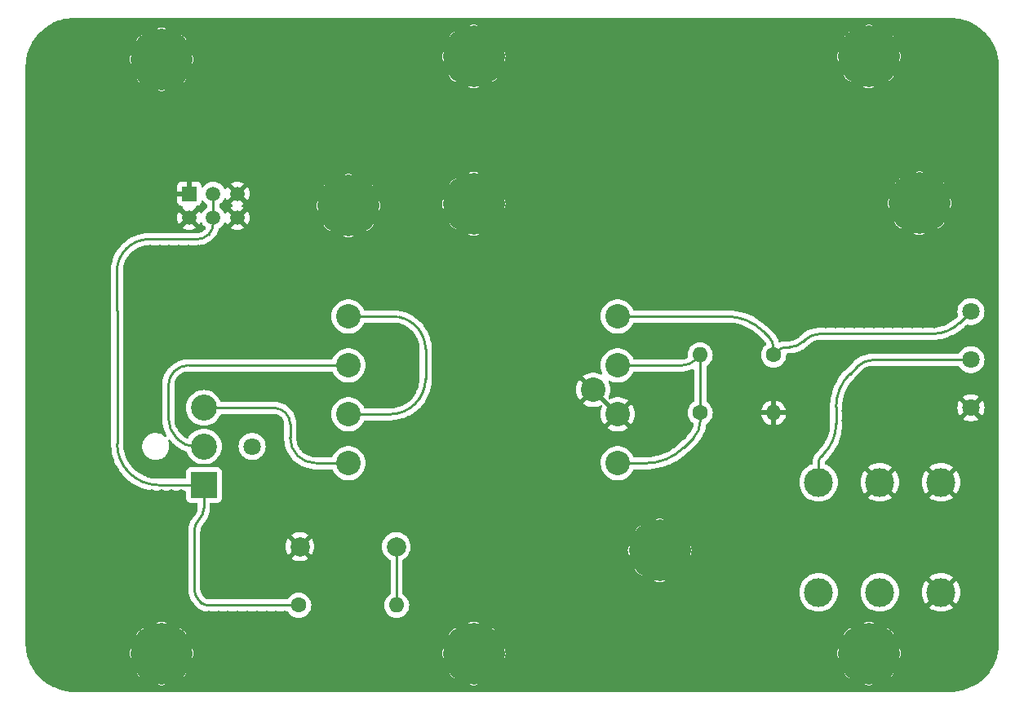
<source format=gtl>
G04 #@! TF.GenerationSoftware,KiCad,Pcbnew,7.0.9*
G04 #@! TF.CreationDate,2024-06-06T01:46:12+04:00*
G04 #@! TF.ProjectId,57TimesAudioRE-AMP,35375469-6d65-4734-9175-64696f52452d,rev?*
G04 #@! TF.SameCoordinates,Original*
G04 #@! TF.FileFunction,Copper,L1,Top*
G04 #@! TF.FilePolarity,Positive*
%FSLAX46Y46*%
G04 Gerber Fmt 4.6, Leading zero omitted, Abs format (unit mm)*
G04 Created by KiCad (PCBNEW 7.0.9) date 2024-06-06 01:46:12*
%MOMM*%
%LPD*%
G01*
G04 APERTURE LIST*
G04 #@! TA.AperFunction,ComponentPad*
%ADD10C,1.800000*%
G04 #@! TD*
G04 #@! TA.AperFunction,ComponentPad*
%ADD11R,1.508000X1.508000*%
G04 #@! TD*
G04 #@! TA.AperFunction,ComponentPad*
%ADD12C,1.508000*%
G04 #@! TD*
G04 #@! TA.AperFunction,ComponentPad*
%ADD13C,2.540000*%
G04 #@! TD*
G04 #@! TA.AperFunction,ComponentPad*
%ADD14C,1.600000*%
G04 #@! TD*
G04 #@! TA.AperFunction,ComponentPad*
%ADD15O,1.600000X1.600000*%
G04 #@! TD*
G04 #@! TA.AperFunction,ComponentPad*
%ADD16C,0.800000*%
G04 #@! TD*
G04 #@! TA.AperFunction,ComponentPad*
%ADD17C,6.400000*%
G04 #@! TD*
G04 #@! TA.AperFunction,ComponentPad*
%ADD18C,2.000000*%
G04 #@! TD*
G04 #@! TA.AperFunction,ComponentPad*
%ADD19R,2.700000X2.700000*%
G04 #@! TD*
G04 #@! TA.AperFunction,ComponentPad*
%ADD20C,2.700000*%
G04 #@! TD*
G04 #@! TA.AperFunction,ComponentPad*
%ADD21C,3.000000*%
G04 #@! TD*
G04 #@! TA.AperFunction,ViaPad*
%ADD22C,0.800000*%
G04 #@! TD*
G04 #@! TA.AperFunction,Conductor*
%ADD23C,0.250000*%
G04 #@! TD*
G04 APERTURE END LIST*
D10*
X139590000Y-65500000D03*
X139590000Y-60500000D03*
X139590000Y-55500000D03*
D11*
X58470000Y-43250000D03*
D12*
X60970000Y-43250000D03*
X63470000Y-43250000D03*
X58470000Y-45750000D03*
X60970000Y-45750000D03*
X63470000Y-45750000D03*
D13*
X75000000Y-71240000D03*
X75000000Y-66160000D03*
X75000000Y-61080000D03*
X75000000Y-56000000D03*
X102940000Y-71240000D03*
X102940000Y-66160000D03*
X102940000Y-61080000D03*
X102940000Y-56000000D03*
X100400000Y-63620000D03*
D14*
X111500000Y-66000000D03*
D15*
X119120000Y-66000000D03*
D16*
X126600000Y-91000000D03*
X127302944Y-89302944D03*
X127302944Y-92697056D03*
X129000000Y-88600000D03*
D17*
X129000000Y-91000000D03*
D16*
X129000000Y-93400000D03*
X130697056Y-89302944D03*
X130697056Y-92697056D03*
X131400000Y-91000000D03*
D14*
X119120000Y-60000000D03*
D15*
X111500000Y-60000000D03*
D16*
X126600000Y-29000000D03*
X127302944Y-27302944D03*
X127302944Y-30697056D03*
X129000000Y-26600000D03*
D17*
X129000000Y-29000000D03*
D16*
X129000000Y-31400000D03*
X130697056Y-27302944D03*
X130697056Y-30697056D03*
X131400000Y-29000000D03*
X85602944Y-91002944D03*
X86305888Y-89305888D03*
X86305888Y-92700000D03*
X88002944Y-88602944D03*
D17*
X88002944Y-91002944D03*
D16*
X88002944Y-93402944D03*
X89700000Y-89305888D03*
X89700000Y-92700000D03*
X90402944Y-91002944D03*
D18*
X79960000Y-79910000D03*
X69960000Y-79910000D03*
D19*
X60000000Y-73500000D03*
D20*
X60000000Y-65500000D03*
X60000000Y-69500000D03*
D10*
X65000000Y-69500000D03*
D21*
X130140000Y-73230000D03*
X130140000Y-84660000D03*
X136490000Y-73230000D03*
X136490000Y-84660000D03*
X123790000Y-73230000D03*
X123790000Y-84660000D03*
D14*
X69840000Y-86000000D03*
D15*
X80000000Y-86000000D03*
D16*
X53200000Y-91000000D03*
X53902944Y-89302944D03*
X53902944Y-92697056D03*
X55600000Y-88600000D03*
D17*
X55600000Y-91000000D03*
D16*
X55600000Y-93400000D03*
X57297056Y-89302944D03*
X57297056Y-92697056D03*
X58000000Y-91000000D03*
X85602944Y-29002944D03*
X86305888Y-27305888D03*
X86305888Y-30700000D03*
X88002944Y-26602944D03*
D17*
X88002944Y-29002944D03*
D16*
X88002944Y-31402944D03*
X89700000Y-27305888D03*
X89700000Y-30700000D03*
X90402944Y-29002944D03*
X131850000Y-44250000D03*
X132552944Y-42552944D03*
X132552944Y-45947056D03*
X134250000Y-41850000D03*
D17*
X134250000Y-44250000D03*
D16*
X134250000Y-46650000D03*
X135947056Y-42552944D03*
X135947056Y-45947056D03*
X136650000Y-44250000D03*
X85600000Y-44302944D03*
X86302944Y-42605888D03*
X86302944Y-46000000D03*
X88000000Y-41902944D03*
D17*
X88000000Y-44302944D03*
D16*
X88000000Y-46702944D03*
X89697056Y-42605888D03*
X89697056Y-46000000D03*
X90400000Y-44302944D03*
X104900000Y-80300000D03*
X105602944Y-78602944D03*
X105602944Y-81997056D03*
X107300000Y-77900000D03*
D17*
X107300000Y-80300000D03*
D16*
X107300000Y-82700000D03*
X108997056Y-78602944D03*
X108997056Y-81997056D03*
X109700000Y-80300000D03*
X72600000Y-44500000D03*
X73302944Y-42802944D03*
X73302944Y-46197056D03*
X75000000Y-42100000D03*
D17*
X75000000Y-44500000D03*
D16*
X75000000Y-46900000D03*
X76697056Y-42802944D03*
X76697056Y-46197056D03*
X77400000Y-44500000D03*
X53200000Y-29300000D03*
X53902944Y-27602944D03*
X53902944Y-30997056D03*
X55600000Y-26900000D03*
D17*
X55600000Y-29300000D03*
D16*
X55600000Y-31700000D03*
X57297056Y-27602944D03*
X57297056Y-30997056D03*
X58000000Y-29300000D03*
D22*
X77200000Y-65000000D03*
X65000000Y-75000000D03*
X100000000Y-35000000D03*
X141500000Y-80000000D03*
X59600000Y-59800000D03*
X127100000Y-60300000D03*
X61800000Y-47400000D03*
X60000000Y-30000000D03*
X117000000Y-26000000D03*
X77000000Y-59800000D03*
X119800000Y-57800000D03*
X67000000Y-62200000D03*
X65600000Y-59800000D03*
X73600000Y-69400000D03*
X77000000Y-26000000D03*
X77000000Y-63600000D03*
X53400000Y-49400000D03*
X60750000Y-83000000D03*
X42500249Y-32000249D03*
X72800000Y-55200000D03*
X112800000Y-63400000D03*
X70000000Y-68400000D03*
X49800000Y-70000000D03*
X138200000Y-59400000D03*
X141500000Y-72000000D03*
X82600000Y-66200000D03*
X45000000Y-35000249D03*
X140400000Y-53900000D03*
X60400000Y-77800000D03*
X121910000Y-71390000D03*
X68600000Y-64800000D03*
X121200000Y-60700000D03*
X52400000Y-68000000D03*
X123000000Y-26000000D03*
X63500000Y-87000000D03*
X53000000Y-94000000D03*
X125700000Y-71700000D03*
X90000000Y-40000000D03*
X110400000Y-63200000D03*
X52400000Y-56000000D03*
X102200000Y-58800000D03*
X95000000Y-90000000D03*
X105000000Y-26000000D03*
X55400000Y-49000000D03*
X52400000Y-55000000D03*
X49800000Y-59000000D03*
X109000000Y-60000000D03*
X65500000Y-87000000D03*
X50400000Y-72000000D03*
X101200000Y-72600000D03*
X120000000Y-45000000D03*
X71600000Y-72400000D03*
X120000000Y-40000000D03*
X112800000Y-62400000D03*
X55000000Y-80000000D03*
X81800000Y-60400000D03*
X50400000Y-49000000D03*
X99000000Y-26000000D03*
X126700000Y-64800000D03*
X47000000Y-94000000D03*
X135000000Y-26000000D03*
X52400000Y-62000000D03*
X69400000Y-65400000D03*
X78200000Y-65000000D03*
X65000000Y-50000000D03*
X127500000Y-56800000D03*
X81000000Y-78300000D03*
X64500000Y-87000000D03*
X49000000Y-26000000D03*
X57750000Y-83750000D03*
X101400000Y-59400000D03*
X105000000Y-40000000D03*
X84000000Y-57600000D03*
X112200000Y-58000000D03*
X108400000Y-62200000D03*
X52400000Y-65000000D03*
X73400000Y-73000000D03*
X64600000Y-64400000D03*
X125600000Y-70600000D03*
X105000000Y-75000000D03*
X69000000Y-62200000D03*
X70000000Y-50000000D03*
X138500000Y-45000000D03*
X71600000Y-59800000D03*
X50000000Y-50000000D03*
X139400000Y-62500000D03*
X71000000Y-62200000D03*
X111700000Y-69300000D03*
X135000000Y-94000000D03*
X105000000Y-59600000D03*
X125000000Y-26000000D03*
X141400000Y-60000000D03*
X136700000Y-61600000D03*
X42500249Y-38000249D03*
X110000000Y-35000000D03*
X105600000Y-54800000D03*
X111600000Y-54800000D03*
X60800000Y-63200000D03*
X60500000Y-84750000D03*
X115000000Y-80000000D03*
X49800000Y-58000000D03*
X107000000Y-94000000D03*
X61800000Y-71200000D03*
X141400000Y-60900000D03*
X133700000Y-61600000D03*
X91000000Y-94000000D03*
X49800000Y-51000000D03*
X78700000Y-84800000D03*
X76600000Y-62600000D03*
X105000000Y-30000000D03*
X54600000Y-74400000D03*
X73800000Y-63000000D03*
X109200000Y-54800000D03*
X80000000Y-78000000D03*
X105400000Y-57200000D03*
X137800000Y-55000000D03*
X138500000Y-50000000D03*
X83000000Y-26000000D03*
X51000000Y-72800000D03*
X42500249Y-68000249D03*
X52400000Y-52000000D03*
X85000000Y-55000000D03*
X50000000Y-71000000D03*
X138800000Y-58500000D03*
X100800000Y-70600000D03*
X100800000Y-56800000D03*
X103800000Y-73400000D03*
X110200000Y-58400000D03*
X85000000Y-75000000D03*
X70000000Y-90000000D03*
X116000000Y-57600000D03*
X49800000Y-60000000D03*
X52400000Y-63000000D03*
X75000000Y-50000000D03*
X119200000Y-57000000D03*
X119000000Y-26000000D03*
X129500000Y-56800000D03*
X57400000Y-64000000D03*
X52400000Y-67000000D03*
X57600000Y-74400000D03*
X108900000Y-69000000D03*
X45000000Y-30000000D03*
X129700000Y-61600000D03*
X125800000Y-74700000D03*
X67500000Y-87000000D03*
X90000000Y-50000000D03*
X90000000Y-75000000D03*
X100000000Y-85000000D03*
X115000000Y-26000000D03*
X52400000Y-64000000D03*
X133500000Y-59400000D03*
X115000000Y-45000000D03*
X49800000Y-63000000D03*
X138500000Y-35000000D03*
X42500249Y-66000249D03*
X139400000Y-53700000D03*
X76400000Y-73000000D03*
X44500000Y-93000000D03*
X115000000Y-94000000D03*
X70200000Y-84200000D03*
X110000000Y-50000000D03*
X52400000Y-59000000D03*
X118400000Y-61600000D03*
X100600000Y-61200000D03*
X101400000Y-69700000D03*
X63000000Y-26000000D03*
X102200000Y-69100000D03*
X123600000Y-58900000D03*
X60200000Y-80000000D03*
X49800000Y-55000000D03*
X62400000Y-70200000D03*
X127600000Y-58900000D03*
X132500000Y-58900000D03*
X67500000Y-84900000D03*
X95000000Y-50000000D03*
X50000000Y-75000000D03*
X42500249Y-74000249D03*
X65000000Y-94000000D03*
X49800000Y-52000000D03*
X130500000Y-56800000D03*
X77200000Y-60800000D03*
X60000000Y-40000000D03*
X129500000Y-59400000D03*
X63600000Y-64400000D03*
X135400000Y-59400000D03*
X57400000Y-63000000D03*
X70000000Y-35000000D03*
X130000000Y-40000000D03*
X141500000Y-84000000D03*
X57800000Y-75600000D03*
X73000000Y-94000000D03*
X61000000Y-94000000D03*
X107700000Y-72200000D03*
X109800000Y-65000000D03*
X134400000Y-58900000D03*
X61200000Y-48200000D03*
X77800000Y-67400000D03*
X68600000Y-59800000D03*
X100000000Y-30000000D03*
X59400000Y-49000000D03*
X90000000Y-55000000D03*
X95000000Y-26000000D03*
X141500000Y-52000000D03*
X101800000Y-73400000D03*
X70000000Y-66400000D03*
X117800000Y-58800000D03*
X124500000Y-64400000D03*
X106400000Y-57200000D03*
X125000000Y-80000000D03*
X58600000Y-59800000D03*
X103400000Y-53800000D03*
X108000000Y-69600000D03*
X117000000Y-58200000D03*
X57800000Y-78800000D03*
X64000000Y-62200000D03*
X69000000Y-26000000D03*
X68000000Y-62200000D03*
X90000000Y-65000000D03*
X128100000Y-62400000D03*
X56800000Y-71000000D03*
X73000000Y-67600000D03*
X127500000Y-63100000D03*
X141500000Y-68000000D03*
X100000000Y-90000000D03*
X132700000Y-61600000D03*
X42500249Y-62000249D03*
X113200000Y-66900000D03*
X69600000Y-59800000D03*
X76200000Y-54000000D03*
X70200000Y-87800000D03*
X84200000Y-60600000D03*
X73600000Y-58000000D03*
X57400000Y-65000000D03*
X74800000Y-63400000D03*
X124100000Y-75700000D03*
X81800000Y-78800000D03*
X55200000Y-65800000D03*
X62200000Y-75400000D03*
X58750000Y-76000000D03*
X138500000Y-62200000D03*
X54600000Y-46800000D03*
X130000000Y-35000000D03*
X141000000Y-59100000D03*
X76800000Y-67600000D03*
X113000000Y-94000000D03*
X126200000Y-73700000D03*
X57750000Y-84750000D03*
X42500249Y-30000249D03*
X110400000Y-57200000D03*
X125200000Y-62500000D03*
X81500000Y-86800000D03*
X85000000Y-40000000D03*
X73000000Y-26000000D03*
X115200000Y-54800000D03*
X67800000Y-69200000D03*
X42500249Y-72000249D03*
X80000000Y-90000000D03*
X134600000Y-56800000D03*
X110000000Y-40000000D03*
X54400000Y-49000000D03*
X133000000Y-94000000D03*
X61500000Y-84900000D03*
X84200000Y-58600000D03*
X57800000Y-81800000D03*
X105400000Y-62200000D03*
X70000000Y-45000000D03*
X61200000Y-77000000D03*
X45000000Y-60000000D03*
X76400000Y-69400000D03*
X126100000Y-72600000D03*
X131700000Y-61600000D03*
X130000000Y-55000000D03*
X105000000Y-85000000D03*
X100000000Y-45000000D03*
X51000000Y-26000000D03*
X70600000Y-72200000D03*
X141500000Y-86000000D03*
X126400000Y-68800000D03*
X42500249Y-46000249D03*
X95000000Y-85000000D03*
X113400000Y-58200000D03*
X141500000Y-50000000D03*
X83400000Y-56800000D03*
X62600000Y-64400000D03*
X81900000Y-79800000D03*
X141000000Y-61700000D03*
X141500000Y-30000000D03*
X58000000Y-62200000D03*
X140100000Y-58700000D03*
X65000000Y-40000000D03*
X61800000Y-63800000D03*
X124500000Y-65400000D03*
X71100000Y-87300000D03*
X57800000Y-76800000D03*
X78900000Y-81800000D03*
X50000000Y-80000000D03*
X97000000Y-94000000D03*
X52400000Y-60000000D03*
X56400000Y-49000000D03*
X137000000Y-26000000D03*
X45000000Y-75000249D03*
X63600000Y-59800000D03*
X100600000Y-55600000D03*
X140500000Y-28000000D03*
X141500000Y-34000000D03*
X62600000Y-59800000D03*
X120000000Y-35000000D03*
X103200000Y-58800000D03*
X121000000Y-26000000D03*
X60000000Y-35000000D03*
X138500000Y-26000000D03*
X65000000Y-35000000D03*
X121310000Y-72190000D03*
X66000000Y-62200000D03*
X79000000Y-54800000D03*
X65000000Y-80000000D03*
X53600000Y-46800000D03*
X108000000Y-54800000D03*
X77000000Y-94000000D03*
X125000000Y-40000000D03*
X80200000Y-64800000D03*
X112600000Y-67600000D03*
X141500000Y-70000000D03*
X74200000Y-53800000D03*
X105000000Y-94000000D03*
X75200000Y-53600000D03*
X125800000Y-61800000D03*
X81300000Y-84900000D03*
X110300000Y-70700000D03*
X83400000Y-65600000D03*
X58100000Y-85600000D03*
X43500249Y-92000249D03*
X72800000Y-64800000D03*
X60000000Y-55000000D03*
X113200000Y-60400000D03*
X81700000Y-85800000D03*
X104200000Y-59000000D03*
X42500249Y-42000249D03*
X75000000Y-26000000D03*
X73000000Y-70200000D03*
X55000000Y-50000000D03*
X90000000Y-60000000D03*
X130500000Y-58900000D03*
X78400000Y-86700000D03*
X85000000Y-35000000D03*
X42500249Y-90000249D03*
X141500000Y-40000000D03*
X105000000Y-35000000D03*
X137600000Y-56000000D03*
X65600000Y-64400000D03*
X64000000Y-66600000D03*
X79000000Y-94000000D03*
X70000000Y-67400000D03*
X72000000Y-70200000D03*
X110000000Y-45000000D03*
X80800000Y-57600000D03*
X122800000Y-59600000D03*
X75000000Y-90000000D03*
X121900000Y-60100000D03*
X135800000Y-56800000D03*
X141500000Y-74000000D03*
X115000000Y-30000000D03*
X61000000Y-26000000D03*
X60000000Y-50000000D03*
X42500249Y-78000249D03*
X138500000Y-80000000D03*
X100000000Y-40000000D03*
X124800000Y-63400000D03*
X141500000Y-66000000D03*
X125000000Y-45000000D03*
X115000000Y-57200000D03*
X120800000Y-58000000D03*
X120000000Y-55000000D03*
X106700000Y-72400000D03*
X122500000Y-57000000D03*
X60400000Y-48800000D03*
X128600000Y-58900000D03*
X73000000Y-62400000D03*
X52400000Y-51000000D03*
X100000000Y-75000000D03*
X49800000Y-64000000D03*
X81400000Y-58400000D03*
X104600000Y-57800000D03*
X115000000Y-50000000D03*
X73000000Y-57200000D03*
X71000000Y-26000000D03*
X111000000Y-94000000D03*
X42500249Y-48000249D03*
X117600000Y-60900000D03*
X111000000Y-26000000D03*
X128000000Y-59800000D03*
X103200000Y-69000000D03*
X66600000Y-64400000D03*
X42500249Y-86000249D03*
X81000000Y-55000000D03*
X120000000Y-80000000D03*
X113600000Y-66100000D03*
X62400000Y-73200000D03*
X141500000Y-46000000D03*
X55200000Y-62800000D03*
X106400000Y-62200000D03*
X90000000Y-80000000D03*
X79200000Y-65000000D03*
X49800000Y-68000000D03*
X93000000Y-94000000D03*
X126500000Y-56800000D03*
X105000000Y-45000000D03*
X63000000Y-62200000D03*
X126400000Y-61000000D03*
X47000000Y-26000249D03*
X104200000Y-69400000D03*
X55000000Y-55000000D03*
X72600000Y-56200000D03*
X79000000Y-78200000D03*
X42500249Y-82000249D03*
X125600000Y-58900000D03*
X63500000Y-84900000D03*
X52400000Y-53000000D03*
X138500000Y-30000000D03*
X126600000Y-65800000D03*
X125100000Y-75400000D03*
X105000000Y-50000000D03*
X65000000Y-55000000D03*
X131500000Y-59400000D03*
X51800000Y-73400000D03*
X95000000Y-55000000D03*
X136800000Y-56600000D03*
X42500249Y-34000249D03*
X95000000Y-40000000D03*
X75400000Y-73400000D03*
X124200000Y-68400000D03*
X100000000Y-80000000D03*
X76000000Y-68200000D03*
X95000000Y-35000000D03*
X101400000Y-57800000D03*
X62400000Y-72000000D03*
X62000000Y-62200000D03*
X137000000Y-59400000D03*
X85000000Y-94000000D03*
X73400000Y-64000000D03*
X109400000Y-57200000D03*
X124600000Y-58900000D03*
X58400000Y-49000000D03*
X53600000Y-74400000D03*
X139500000Y-93000000D03*
X93000000Y-26000000D03*
X77000000Y-72200000D03*
X65000000Y-62200000D03*
X69100000Y-84300000D03*
X49800000Y-62000000D03*
X141500000Y-44000000D03*
X112300000Y-68500000D03*
X83800000Y-64600000D03*
X81800000Y-59400000D03*
X102200000Y-53800000D03*
X67600000Y-59800000D03*
X104600000Y-72800000D03*
X80000000Y-30000000D03*
X80800000Y-67200000D03*
X138500000Y-90000000D03*
X102800000Y-63400000D03*
X141500000Y-90000000D03*
X42500249Y-76000249D03*
X108600000Y-71800000D03*
X57800000Y-80800000D03*
X122600000Y-70600000D03*
X97000000Y-26000000D03*
X109600000Y-66800000D03*
X60500000Y-87000000D03*
X81800000Y-61400000D03*
X62000000Y-66800000D03*
X76400000Y-64400000D03*
X50000000Y-30000000D03*
X81000000Y-64200000D03*
X61500000Y-87000000D03*
X130000000Y-50000000D03*
X45000000Y-80000000D03*
X80000000Y-70000000D03*
X44500249Y-27000249D03*
X104600000Y-62800000D03*
X106000000Y-60000000D03*
X56600000Y-46800000D03*
X103000000Y-94000000D03*
X63000000Y-66600000D03*
X126200000Y-69800000D03*
X53000000Y-26000000D03*
X53000000Y-68800000D03*
X81100000Y-81800000D03*
X141500000Y-88000000D03*
X42500249Y-54000249D03*
X122000000Y-75200000D03*
X85000000Y-70000000D03*
X128500000Y-56800000D03*
X52400000Y-61000000D03*
X72000000Y-62200000D03*
X102800000Y-73600000D03*
X75000000Y-94000000D03*
X138500000Y-40000000D03*
X51800000Y-47600000D03*
X140200000Y-57200000D03*
X113000000Y-61400000D03*
X123800000Y-69200000D03*
X138400000Y-54200000D03*
X72600000Y-65800000D03*
X78900000Y-83800000D03*
X115000000Y-75000000D03*
X118400000Y-56200000D03*
X110000000Y-85000000D03*
X65000000Y-90000000D03*
X107400000Y-57200000D03*
X85000000Y-85000000D03*
X57400000Y-49000000D03*
X120000000Y-50000000D03*
X135700000Y-61600000D03*
X139500000Y-80000000D03*
X49800000Y-65000000D03*
X60200000Y-81000000D03*
X81700000Y-80800000D03*
X65000000Y-30000000D03*
X80000000Y-35000000D03*
X49800000Y-69000000D03*
X79900000Y-87700000D03*
X58600000Y-63600000D03*
X56000000Y-71600000D03*
X74400000Y-73400000D03*
X42500249Y-40000249D03*
X77000000Y-70200000D03*
X141200000Y-54600000D03*
X66600000Y-59800000D03*
X121700000Y-57600000D03*
X72600000Y-66800000D03*
X55800000Y-60800000D03*
X60200000Y-79000000D03*
X133000000Y-26000000D03*
X62400000Y-69200000D03*
X51000000Y-48200000D03*
X141500000Y-32000000D03*
X59000000Y-26000000D03*
X42500249Y-52000249D03*
X108000000Y-60000000D03*
X95000000Y-70000000D03*
X65000000Y-26000000D03*
X67000000Y-26000000D03*
X101000000Y-94000000D03*
X141500000Y-36000000D03*
X45000000Y-85000249D03*
X81800000Y-62400000D03*
X80800000Y-87500000D03*
X49800000Y-54000000D03*
X55600000Y-46800000D03*
X113300000Y-65200000D03*
X107000000Y-69900000D03*
X117400000Y-59800000D03*
X110000000Y-75000000D03*
X125500000Y-56800000D03*
X113000000Y-57200000D03*
X74400000Y-69000000D03*
X57400000Y-67000000D03*
X110200000Y-67600000D03*
X60600000Y-59800000D03*
X57400000Y-66000000D03*
X137700000Y-61700000D03*
X103000000Y-26000000D03*
X95000000Y-75000000D03*
X52400000Y-66000000D03*
X100800000Y-60200000D03*
X110300000Y-64200000D03*
X61400000Y-67600000D03*
X84200000Y-61600000D03*
X82800000Y-56000000D03*
X109400000Y-62200000D03*
X137000000Y-94000000D03*
X109600000Y-59200000D03*
X124500000Y-66400000D03*
X100000000Y-50000000D03*
X78900000Y-82800000D03*
X70600000Y-59800000D03*
X42500249Y-58000249D03*
X125000000Y-94000000D03*
X115000000Y-40000000D03*
X52600000Y-74000000D03*
X59500000Y-87000000D03*
X105000000Y-90000000D03*
X71600000Y-86500000D03*
X140300000Y-62300000D03*
X141500000Y-42000000D03*
X126600000Y-67800000D03*
X119000000Y-94000000D03*
X68400000Y-87000000D03*
X116400000Y-55000000D03*
X119500000Y-61700000D03*
X130000000Y-45000000D03*
X114000000Y-57200000D03*
X42500249Y-80000249D03*
X81000000Y-26000000D03*
X133500000Y-56800000D03*
X139200000Y-57400000D03*
X81100000Y-82800000D03*
X66000000Y-66600000D03*
X110000000Y-30000000D03*
X67000000Y-66600000D03*
X84200000Y-59600000D03*
X95000000Y-80000000D03*
X141500000Y-76000000D03*
X76200000Y-59200000D03*
X113000000Y-59200000D03*
X52600000Y-50000000D03*
X42500249Y-64000249D03*
X106800000Y-54800000D03*
X108400000Y-57200000D03*
X125000000Y-55000000D03*
X42500249Y-36000249D03*
X107000000Y-26000000D03*
X45000000Y-91000249D03*
X141000000Y-56600000D03*
X69000000Y-94000000D03*
X117400000Y-55600000D03*
X60200000Y-83800000D03*
X105600000Y-72400000D03*
X83000000Y-94000000D03*
X52600000Y-47000000D03*
X77200000Y-71200000D03*
X141500000Y-64000000D03*
X45000000Y-55000000D03*
X80000000Y-54800000D03*
X67600000Y-64400000D03*
X59000000Y-94000000D03*
X112800000Y-54800000D03*
X62500000Y-84900000D03*
X124400000Y-67400000D03*
X78000000Y-79800000D03*
X45000000Y-65000000D03*
X80000000Y-50000000D03*
X65500000Y-84900000D03*
X56600000Y-74400000D03*
X80000000Y-45000000D03*
X111200000Y-58000000D03*
X68200000Y-70200000D03*
X61200000Y-76000000D03*
X95000000Y-45000000D03*
X42500249Y-44000249D03*
X55200000Y-63800000D03*
X136200000Y-58800000D03*
X71000000Y-94000000D03*
X79000000Y-26000000D03*
X68400000Y-84900000D03*
X63000000Y-94000000D03*
X42500249Y-88000249D03*
X141500000Y-48000000D03*
X77800000Y-57200000D03*
X109000000Y-26000000D03*
X52400000Y-58000000D03*
X128800000Y-61700000D03*
X45500000Y-94000000D03*
X82000000Y-55400000D03*
X105000000Y-70000000D03*
X70000000Y-30000000D03*
X58000000Y-71000000D03*
X55000000Y-40000000D03*
X57600000Y-59800000D03*
X101000000Y-26000000D03*
X115000000Y-85000000D03*
X72600000Y-59800000D03*
X121000000Y-94000000D03*
X57400000Y-72200000D03*
X103800000Y-63200000D03*
X69600000Y-71800000D03*
X53600000Y-68000000D03*
X59600000Y-63200000D03*
X114000000Y-54800000D03*
X100800000Y-71600000D03*
X113000000Y-26000000D03*
X61000000Y-62200000D03*
X42500249Y-70000249D03*
X76800000Y-57400000D03*
X58700000Y-86400000D03*
X126600000Y-66800000D03*
X72600000Y-72400000D03*
X50000000Y-91000000D03*
X132500000Y-56800000D03*
X125000000Y-50000000D03*
X107000000Y-60000000D03*
X73400000Y-54400000D03*
X55600000Y-74400000D03*
X56600000Y-60200000D03*
X74200000Y-58800000D03*
X75000000Y-40000000D03*
X78800000Y-57200000D03*
X106000000Y-70000000D03*
X66500000Y-84900000D03*
X58000000Y-68000000D03*
X42500249Y-56000249D03*
X120400000Y-61200000D03*
X49800000Y-53000000D03*
X60000000Y-62200000D03*
X62400000Y-74200000D03*
X55000000Y-35000000D03*
X49800000Y-66000000D03*
X78200000Y-78800000D03*
X109500000Y-71300000D03*
X95000000Y-60000000D03*
X130000000Y-80000000D03*
X67800000Y-67200000D03*
X68800000Y-71000000D03*
X137600000Y-58400000D03*
X141500000Y-82000000D03*
X55400000Y-61800000D03*
X70200000Y-69400000D03*
X75400000Y-69000000D03*
X134700000Y-61600000D03*
X60200000Y-82000000D03*
X42500249Y-60000249D03*
X117000000Y-94000000D03*
X121400000Y-74300000D03*
X52800000Y-69800000D03*
X59000000Y-62200000D03*
X111000000Y-70000000D03*
X45000000Y-70000000D03*
X109700000Y-68400000D03*
X127000000Y-63900000D03*
X84000000Y-63600000D03*
X51000000Y-94000000D03*
X71000000Y-70000000D03*
X110400000Y-62200000D03*
X130700000Y-61600000D03*
X57000000Y-70000000D03*
X109400000Y-65900000D03*
X45500000Y-26000000D03*
X90000000Y-85000000D03*
X70000000Y-55000000D03*
X73400000Y-59400000D03*
X110000000Y-90000000D03*
X75000000Y-30000000D03*
X79000000Y-87400000D03*
X76000000Y-58000000D03*
X64500000Y-84900000D03*
X120000000Y-90000000D03*
X81600000Y-63400000D03*
X52400000Y-54000000D03*
X115000000Y-90000000D03*
X99000000Y-94000000D03*
X49800000Y-57000000D03*
X123000000Y-94000000D03*
X75800000Y-63200000D03*
X65000000Y-66600000D03*
X139500000Y-27000000D03*
X70000000Y-75000000D03*
X85000000Y-26000000D03*
X85000000Y-50000000D03*
X52400000Y-57000000D03*
X53200000Y-70800000D03*
X107400000Y-62200000D03*
X50000000Y-85000000D03*
X95000000Y-30000000D03*
X71600000Y-85500000D03*
X104600000Y-54200000D03*
X141500000Y-38000000D03*
X90000000Y-35000000D03*
X55200000Y-64800000D03*
X123170000Y-69920000D03*
X110400000Y-54800000D03*
X67800000Y-68200000D03*
X140500000Y-92000000D03*
X79800000Y-67400000D03*
X125000000Y-35000000D03*
X43500249Y-28000249D03*
X78300000Y-85700000D03*
X75200000Y-58800000D03*
X75000000Y-35000000D03*
X84200000Y-62600000D03*
X45000000Y-50000000D03*
X55000000Y-85000000D03*
X61600000Y-59800000D03*
X57800000Y-79800000D03*
X66500000Y-87000000D03*
X77200000Y-61800000D03*
X62200000Y-68200000D03*
X49800000Y-67000000D03*
X57800000Y-77800000D03*
X69200000Y-87700000D03*
X49800000Y-56000000D03*
X141500000Y-78000000D03*
X80000000Y-75000000D03*
X54000000Y-71600000D03*
X112800000Y-64400000D03*
X81800000Y-66800000D03*
X79800000Y-57200000D03*
X141400000Y-55600000D03*
X55000000Y-71800000D03*
X111600000Y-57200000D03*
X78000000Y-54800000D03*
X54400000Y-67400000D03*
X131500000Y-56800000D03*
X121310000Y-73190000D03*
X78200000Y-80800000D03*
X57800000Y-82800000D03*
X49000000Y-94000000D03*
X62500000Y-87000000D03*
X42500249Y-84000249D03*
X81100000Y-83800000D03*
X120000000Y-30000000D03*
X124500000Y-56800000D03*
X50000000Y-35000000D03*
X126600000Y-58900000D03*
X73600000Y-68400000D03*
X138500000Y-94000000D03*
X109000000Y-94000000D03*
X67000000Y-94000000D03*
X85000000Y-80000000D03*
X95000000Y-65000000D03*
X64600000Y-59800000D03*
X95000000Y-94000000D03*
X101000000Y-54400000D03*
X71100000Y-84700000D03*
X42500249Y-50000249D03*
X91000000Y-26000000D03*
X70000000Y-62200000D03*
X123000000Y-75700000D03*
X78800000Y-67400000D03*
X90000000Y-70000000D03*
X123500000Y-56800000D03*
X49800000Y-61000000D03*
X55200000Y-66800000D03*
X81000000Y-94000000D03*
X80000000Y-40000000D03*
X70000000Y-40000000D03*
X115000000Y-35000000D03*
X77000000Y-54800000D03*
D23*
X95000000Y-35000000D02*
X95000000Y-34974695D01*
X60000000Y-50000000D02*
X60025305Y-50000000D01*
X130000000Y-35000000D02*
X129972056Y-34972056D01*
X95000000Y-50000000D02*
X95000000Y-49974695D01*
X70000000Y-50000000D02*
X69974695Y-50000000D01*
X60000000Y-40000000D02*
X60000000Y-40025305D01*
X124300000Y-70300000D02*
X124045000Y-70555000D01*
X129539444Y-60500000D02*
X139590000Y-60500000D01*
X123790000Y-73118630D02*
X123790000Y-71170624D01*
X125600000Y-67161522D02*
X125600000Y-65422325D01*
X127029999Y-61969999D02*
X127764998Y-61234999D01*
X123632500Y-73072500D02*
X123711250Y-73151250D01*
X123475017Y-72692261D02*
G75*
G03*
X123632501Y-73072499I537683J-39D01*
G01*
X123711302Y-73151198D02*
G75*
G03*
X123790000Y-73118630I32598J32598D01*
G01*
X127029993Y-61969993D02*
G75*
G03*
X125600000Y-65422325I3452307J-3452307D01*
G01*
X124299993Y-70299993D02*
G75*
G03*
X125600000Y-67161522I-3138493J3138493D01*
G01*
X124044993Y-70554993D02*
G75*
G03*
X123790000Y-71170624I615607J-615607D01*
G01*
X129539444Y-60500018D02*
G75*
G03*
X127764998Y-61234999I-44J-2509382D01*
G01*
X51000000Y-55392372D02*
X51000000Y-69232233D01*
X59314106Y-47975000D02*
X54346535Y-47975000D01*
X59000000Y-78307106D02*
X59000000Y-84292893D01*
X50975000Y-51346535D02*
X50975000Y-55332017D01*
X59500000Y-85500000D02*
X59750000Y-85750000D01*
X60970000Y-45750000D02*
X60970000Y-43250000D01*
X60000000Y-75892893D02*
X60000000Y-73500000D01*
X60484999Y-47489999D02*
X60526290Y-47448709D01*
X55267766Y-73500000D02*
X60000000Y-73500000D01*
X60353553Y-86000000D02*
X69840000Y-86000000D01*
X60970000Y-46377500D02*
X60970000Y-45750000D01*
X60526287Y-47448706D02*
G75*
G03*
X60970000Y-46377500I-1071187J1071206D01*
G01*
X50974995Y-55332017D02*
G75*
G03*
X50987501Y-55362194I42705J17D01*
G01*
X59314106Y-47975001D02*
G75*
G03*
X60484999Y-47489999I-6J1655901D01*
G01*
X59750014Y-85749986D02*
G75*
G03*
X60353553Y-86000000I603586J603586D01*
G01*
X59499998Y-77099998D02*
G75*
G03*
X59000000Y-78307106I1207102J-1207102D01*
G01*
X52250010Y-72249990D02*
G75*
G03*
X55267766Y-73500000I3017790J3017790D01*
G01*
X54346535Y-47975015D02*
G75*
G03*
X51962500Y-48962500I-35J-3371485D01*
G01*
X59500002Y-77100002D02*
G75*
G03*
X60000000Y-75892893I-1207102J1207102D01*
G01*
X51962489Y-48962489D02*
G75*
G03*
X50975000Y-51346535I2384011J-2384011D01*
G01*
X51000012Y-55392372D02*
G75*
G03*
X50987499Y-55362196I-42712J-28D01*
G01*
X59000003Y-84292893D02*
G75*
G03*
X59500000Y-85500000I1707097J-7D01*
G01*
X50999987Y-69232233D02*
G75*
G03*
X52250000Y-72250000I4267813J33D01*
G01*
X67277035Y-65500000D02*
X60000000Y-65500000D01*
X68950000Y-68611055D02*
X68950000Y-67172964D01*
X71578944Y-71240000D02*
X75000000Y-71240000D01*
X69719987Y-70470013D02*
G75*
G03*
X71578944Y-71240000I1858913J1858913D01*
G01*
X68950014Y-67172964D02*
G75*
G03*
X68460000Y-65990000I-1673014J-36D01*
G01*
X68459990Y-65990010D02*
G75*
G03*
X67277035Y-65500000I-1182990J-1182990D01*
G01*
X68950019Y-68611055D02*
G75*
G03*
X69720000Y-70470000I2628881J-45D01*
G01*
X58402670Y-61080000D02*
X75000000Y-61080000D01*
X57333499Y-68803499D02*
X57175000Y-68645000D01*
X59015000Y-69500000D02*
X60000000Y-69500000D01*
X56320000Y-63162670D02*
X56320000Y-66580847D01*
X56319981Y-66580847D02*
G75*
G03*
X57175000Y-68645000I2919219J47D01*
G01*
X56930009Y-61690009D02*
G75*
G03*
X56320000Y-63162670I1472691J-1472691D01*
G01*
X57333499Y-68803499D02*
G75*
G03*
X59015000Y-69500000I1681501J1681499D01*
G01*
X58402670Y-61079988D02*
G75*
G03*
X56930000Y-61690000I30J-2082712D01*
G01*
X114246036Y-56000000D02*
X102940000Y-56000000D01*
X120485683Y-59200000D02*
X120759999Y-59200000D01*
X119519999Y-59600000D02*
X119120000Y-60000000D01*
X138440000Y-56650000D02*
X139590000Y-55500000D01*
X118093792Y-57593792D02*
X118632096Y-58132096D01*
X123989949Y-57800000D02*
X135663654Y-57800000D01*
X119120000Y-59360000D02*
X119120000Y-59310000D01*
X122193970Y-58606029D02*
X122299999Y-58499999D01*
X123989949Y-57800020D02*
G75*
G03*
X122300000Y-58500000I-49J-2389880D01*
G01*
X120759999Y-59199981D02*
G75*
G03*
X122193970Y-58606029I1J2027981D01*
G01*
X118093784Y-57593800D02*
G75*
G03*
X114246036Y-56000000I-3847784J-3847800D01*
G01*
X120485683Y-59199994D02*
G75*
G03*
X119520000Y-59600001I17J-1365706D01*
G01*
X119120000Y-59360000D02*
G75*
G03*
X119760000Y-60000000I640000J0D01*
G01*
X119120002Y-59310000D02*
G75*
G03*
X118632096Y-58132096I-1665802J0D01*
G01*
X135663654Y-57800022D02*
G75*
G03*
X138440000Y-56650000I-54J3926422D01*
G01*
X105906036Y-71240000D02*
X102940000Y-71240000D01*
X109753792Y-69646206D02*
X110828248Y-68571751D01*
X111500000Y-66000000D02*
X111500000Y-60000000D01*
X109656324Y-61080000D02*
X102940000Y-61080000D01*
X111500000Y-66950000D02*
X111500000Y-66000000D01*
X110828248Y-68571751D02*
G75*
G03*
X111500000Y-66950000I-1621748J1621751D01*
G01*
X105906036Y-71240009D02*
G75*
G03*
X109753792Y-69646206I-36J5441609D01*
G01*
X109656324Y-61080010D02*
G75*
G03*
X110960000Y-60540000I-24J1843710D01*
G01*
X83000000Y-59414213D02*
X83000000Y-62472649D01*
X79585786Y-56000000D02*
X75000000Y-56000000D01*
X79312649Y-66160000D02*
X75000000Y-66160000D01*
X82999994Y-59414213D02*
G75*
G03*
X82000000Y-57000000I-3414194J13D01*
G01*
X82000004Y-56999996D02*
G75*
G03*
X79585786Y-56000000I-2414204J-2414204D01*
G01*
X81919986Y-65079986D02*
G75*
G03*
X83000000Y-62472649I-2607386J2607386D01*
G01*
X79312649Y-66160020D02*
G75*
G03*
X81920000Y-65080000I-49J3687420D01*
G01*
X80000000Y-79978284D02*
X80000000Y-86000000D01*
X79980000Y-79930000D02*
X79960000Y-79910000D01*
X80000006Y-79978284D02*
G75*
G03*
X79980000Y-79930000I-68306J-16D01*
G01*
G04 #@! TA.AperFunction,Conductor*
G36*
X88738533Y-89271186D02*
G01*
X88787228Y-89321292D01*
X88800878Y-89366194D01*
X88814326Y-89494144D01*
X88814327Y-89494147D01*
X88872818Y-89674165D01*
X88872821Y-89674172D01*
X88967467Y-89838104D01*
X89067769Y-89949500D01*
X89094129Y-89978776D01*
X89247265Y-90090036D01*
X89247270Y-90090039D01*
X89420192Y-90167030D01*
X89420197Y-90167032D01*
X89605354Y-90206388D01*
X89605355Y-90206388D01*
X89629916Y-90206388D01*
X89696955Y-90226073D01*
X89742710Y-90278877D01*
X89752654Y-90348035D01*
X89723629Y-90411591D01*
X89722135Y-90413281D01*
X89670411Y-90470728D01*
X89670409Y-90470729D01*
X89670408Y-90470732D01*
X89575765Y-90634659D01*
X89575762Y-90634666D01*
X89517271Y-90814684D01*
X89517270Y-90814688D01*
X89497484Y-91002944D01*
X89517270Y-91191200D01*
X89517271Y-91191203D01*
X89575762Y-91371221D01*
X89575765Y-91371228D01*
X89670411Y-91535160D01*
X89722067Y-91592530D01*
X89752296Y-91655519D01*
X89743671Y-91724854D01*
X89698930Y-91778520D01*
X89632277Y-91799478D01*
X89629916Y-91799500D01*
X89605354Y-91799500D01*
X89572897Y-91806398D01*
X89420197Y-91838855D01*
X89420192Y-91838857D01*
X89247270Y-91915848D01*
X89247265Y-91915851D01*
X89094129Y-92027111D01*
X88967466Y-92167785D01*
X88872821Y-92331715D01*
X88872818Y-92331722D01*
X88814327Y-92511740D01*
X88814326Y-92511744D01*
X88801188Y-92636746D01*
X88800879Y-92639690D01*
X88774294Y-92704304D01*
X88716997Y-92744289D01*
X88647178Y-92746949D01*
X88604673Y-92727046D01*
X88455678Y-92618795D01*
X88455673Y-92618792D01*
X88282751Y-92541801D01*
X88282746Y-92541799D01*
X88127474Y-92508796D01*
X88097590Y-92502444D01*
X87908298Y-92502444D01*
X87878414Y-92508796D01*
X87723141Y-92541799D01*
X87723136Y-92541801D01*
X87550215Y-92618792D01*
X87401214Y-92727047D01*
X87335407Y-92750526D01*
X87267354Y-92734700D01*
X87218659Y-92684594D01*
X87205009Y-92639695D01*
X87191562Y-92511744D01*
X87133067Y-92331716D01*
X87038421Y-92167784D01*
X86911759Y-92027112D01*
X86911758Y-92027111D01*
X86758622Y-91915851D01*
X86758617Y-91915848D01*
X86585695Y-91838857D01*
X86585690Y-91838855D01*
X86439889Y-91807865D01*
X86400534Y-91799500D01*
X86375972Y-91799500D01*
X86308933Y-91779815D01*
X86263178Y-91727011D01*
X86253234Y-91657853D01*
X86282259Y-91594297D01*
X86283752Y-91592606D01*
X86335477Y-91535160D01*
X86430123Y-91371228D01*
X86488618Y-91191200D01*
X86508404Y-91002944D01*
X86488618Y-90814688D01*
X86430123Y-90634660D01*
X86335477Y-90470728D01*
X86283820Y-90413357D01*
X86253592Y-90350369D01*
X86262217Y-90281034D01*
X86306958Y-90227368D01*
X86373611Y-90206410D01*
X86375972Y-90206388D01*
X86400532Y-90206388D01*
X86400534Y-90206388D01*
X86585691Y-90167032D01*
X86758618Y-90090039D01*
X86911759Y-89978776D01*
X87038421Y-89838104D01*
X87133067Y-89674172D01*
X87191562Y-89494144D01*
X87205009Y-89366193D01*
X87231592Y-89301584D01*
X87288889Y-89261598D01*
X87358708Y-89258938D01*
X87401214Y-89278841D01*
X87550209Y-89387092D01*
X87550214Y-89387095D01*
X87723136Y-89464086D01*
X87723141Y-89464088D01*
X87908298Y-89503444D01*
X87908299Y-89503444D01*
X88097588Y-89503444D01*
X88097590Y-89503444D01*
X88282747Y-89464088D01*
X88455674Y-89387095D01*
X88604674Y-89278839D01*
X88670479Y-89255361D01*
X88738533Y-89271186D01*
G37*
G04 #@! TD.AperFunction*
G04 #@! TA.AperFunction,Conductor*
G36*
X56335589Y-89268242D02*
G01*
X56384284Y-89318348D01*
X56397934Y-89363250D01*
X56411382Y-89491200D01*
X56411383Y-89491203D01*
X56469874Y-89671221D01*
X56469877Y-89671228D01*
X56564523Y-89835160D01*
X56667925Y-89949999D01*
X56691185Y-89975832D01*
X56844321Y-90087092D01*
X56844326Y-90087095D01*
X57017248Y-90164086D01*
X57017253Y-90164088D01*
X57202410Y-90203444D01*
X57202411Y-90203444D01*
X57226972Y-90203444D01*
X57294011Y-90223129D01*
X57339766Y-90275933D01*
X57349710Y-90345091D01*
X57320685Y-90408647D01*
X57319191Y-90410337D01*
X57267467Y-90467784D01*
X57267465Y-90467785D01*
X57267464Y-90467788D01*
X57172821Y-90631715D01*
X57172818Y-90631722D01*
X57114327Y-90811740D01*
X57114326Y-90811744D01*
X57094540Y-91000000D01*
X57114326Y-91188256D01*
X57114327Y-91188259D01*
X57172818Y-91368277D01*
X57172821Y-91368284D01*
X57267467Y-91532216D01*
X57319123Y-91589586D01*
X57349352Y-91652575D01*
X57340727Y-91721910D01*
X57295986Y-91775576D01*
X57229333Y-91796534D01*
X57226972Y-91796556D01*
X57202410Y-91796556D01*
X57169953Y-91803454D01*
X57017253Y-91835911D01*
X57017248Y-91835913D01*
X56844326Y-91912904D01*
X56844321Y-91912907D01*
X56691185Y-92024167D01*
X56564522Y-92164841D01*
X56469877Y-92328771D01*
X56469874Y-92328778D01*
X56413447Y-92502444D01*
X56411382Y-92508800D01*
X56397935Y-92636745D01*
X56397935Y-92636746D01*
X56371350Y-92701360D01*
X56314053Y-92741345D01*
X56244234Y-92744005D01*
X56201729Y-92724102D01*
X56052734Y-92615851D01*
X56052729Y-92615848D01*
X55879807Y-92538857D01*
X55879802Y-92538855D01*
X55734001Y-92507865D01*
X55694646Y-92499500D01*
X55505354Y-92499500D01*
X55472897Y-92506398D01*
X55320197Y-92538855D01*
X55320192Y-92538857D01*
X55147271Y-92615848D01*
X54998270Y-92724103D01*
X54932463Y-92747582D01*
X54864410Y-92731756D01*
X54815715Y-92681650D01*
X54802065Y-92636751D01*
X54788618Y-92508800D01*
X54730123Y-92328772D01*
X54635477Y-92164840D01*
X54508815Y-92024168D01*
X54508814Y-92024167D01*
X54355678Y-91912907D01*
X54355673Y-91912904D01*
X54182751Y-91835913D01*
X54182746Y-91835911D01*
X54036945Y-91804921D01*
X53997590Y-91796556D01*
X53973028Y-91796556D01*
X53905989Y-91776871D01*
X53860234Y-91724067D01*
X53850290Y-91654909D01*
X53879315Y-91591353D01*
X53880808Y-91589662D01*
X53932533Y-91532216D01*
X54027179Y-91368284D01*
X54085674Y-91188256D01*
X54105460Y-91000000D01*
X54085674Y-90811744D01*
X54027179Y-90631716D01*
X53932533Y-90467784D01*
X53880876Y-90410413D01*
X53850648Y-90347425D01*
X53859273Y-90278090D01*
X53904014Y-90224424D01*
X53970667Y-90203466D01*
X53973028Y-90203444D01*
X53997588Y-90203444D01*
X53997590Y-90203444D01*
X54182747Y-90164088D01*
X54355674Y-90087095D01*
X54508815Y-89975832D01*
X54635477Y-89835160D01*
X54730123Y-89671228D01*
X54788618Y-89491200D01*
X54802065Y-89363249D01*
X54828648Y-89298640D01*
X54885945Y-89258654D01*
X54955764Y-89255994D01*
X54998270Y-89275897D01*
X55147265Y-89384148D01*
X55147270Y-89384151D01*
X55320192Y-89461142D01*
X55320197Y-89461144D01*
X55505354Y-89500500D01*
X55505355Y-89500500D01*
X55694644Y-89500500D01*
X55694646Y-89500500D01*
X55879803Y-89461144D01*
X56052730Y-89384151D01*
X56201730Y-89275895D01*
X56267535Y-89252417D01*
X56335589Y-89268242D01*
G37*
G04 #@! TD.AperFunction*
G04 #@! TA.AperFunction,Conductor*
G36*
X129735589Y-89268242D02*
G01*
X129784284Y-89318348D01*
X129797934Y-89363250D01*
X129811382Y-89491200D01*
X129811383Y-89491203D01*
X129869874Y-89671221D01*
X129869877Y-89671228D01*
X129964523Y-89835160D01*
X130067925Y-89949999D01*
X130091185Y-89975832D01*
X130244321Y-90087092D01*
X130244326Y-90087095D01*
X130417248Y-90164086D01*
X130417253Y-90164088D01*
X130602410Y-90203444D01*
X130602411Y-90203444D01*
X130626972Y-90203444D01*
X130694011Y-90223129D01*
X130739766Y-90275933D01*
X130749710Y-90345091D01*
X130720685Y-90408647D01*
X130719191Y-90410337D01*
X130667467Y-90467784D01*
X130667465Y-90467785D01*
X130667464Y-90467788D01*
X130572821Y-90631715D01*
X130572818Y-90631722D01*
X130514327Y-90811740D01*
X130514326Y-90811744D01*
X130494540Y-91000000D01*
X130514326Y-91188256D01*
X130514327Y-91188259D01*
X130572818Y-91368277D01*
X130572821Y-91368284D01*
X130667467Y-91532216D01*
X130719123Y-91589586D01*
X130749352Y-91652575D01*
X130740727Y-91721910D01*
X130695986Y-91775576D01*
X130629333Y-91796534D01*
X130626972Y-91796556D01*
X130602410Y-91796556D01*
X130569953Y-91803454D01*
X130417253Y-91835911D01*
X130417248Y-91835913D01*
X130244326Y-91912904D01*
X130244321Y-91912907D01*
X130091185Y-92024167D01*
X129964522Y-92164841D01*
X129869877Y-92328771D01*
X129869874Y-92328778D01*
X129813447Y-92502444D01*
X129811382Y-92508800D01*
X129797935Y-92636745D01*
X129797935Y-92636746D01*
X129771350Y-92701360D01*
X129714053Y-92741345D01*
X129644234Y-92744005D01*
X129601729Y-92724102D01*
X129452734Y-92615851D01*
X129452729Y-92615848D01*
X129279807Y-92538857D01*
X129279802Y-92538855D01*
X129134001Y-92507865D01*
X129094646Y-92499500D01*
X128905354Y-92499500D01*
X128872897Y-92506398D01*
X128720197Y-92538855D01*
X128720192Y-92538857D01*
X128547271Y-92615848D01*
X128398270Y-92724103D01*
X128332463Y-92747582D01*
X128264410Y-92731756D01*
X128215715Y-92681650D01*
X128202065Y-92636751D01*
X128188618Y-92508800D01*
X128130123Y-92328772D01*
X128035477Y-92164840D01*
X127908815Y-92024168D01*
X127908814Y-92024167D01*
X127755678Y-91912907D01*
X127755673Y-91912904D01*
X127582751Y-91835913D01*
X127582746Y-91835911D01*
X127436945Y-91804921D01*
X127397590Y-91796556D01*
X127373028Y-91796556D01*
X127305989Y-91776871D01*
X127260234Y-91724067D01*
X127250290Y-91654909D01*
X127279315Y-91591353D01*
X127280808Y-91589662D01*
X127332533Y-91532216D01*
X127427179Y-91368284D01*
X127485674Y-91188256D01*
X127505460Y-91000000D01*
X127485674Y-90811744D01*
X127427179Y-90631716D01*
X127332533Y-90467784D01*
X127280876Y-90410413D01*
X127250648Y-90347425D01*
X127259273Y-90278090D01*
X127304014Y-90224424D01*
X127370667Y-90203466D01*
X127373028Y-90203444D01*
X127397588Y-90203444D01*
X127397590Y-90203444D01*
X127582747Y-90164088D01*
X127755674Y-90087095D01*
X127908815Y-89975832D01*
X128035477Y-89835160D01*
X128130123Y-89671228D01*
X128188618Y-89491200D01*
X128202065Y-89363249D01*
X128228648Y-89298640D01*
X128285945Y-89258654D01*
X128355764Y-89255994D01*
X128398270Y-89275897D01*
X128547265Y-89384148D01*
X128547270Y-89384151D01*
X128720192Y-89461142D01*
X128720197Y-89461144D01*
X128905354Y-89500500D01*
X128905355Y-89500500D01*
X129094644Y-89500500D01*
X129094646Y-89500500D01*
X129279803Y-89461144D01*
X129452730Y-89384151D01*
X129601730Y-89275895D01*
X129667535Y-89252417D01*
X129735589Y-89268242D01*
G37*
G04 #@! TD.AperFunction*
G04 #@! TA.AperFunction,Conductor*
G36*
X63010507Y-43459844D02*
G01*
X63088239Y-43580798D01*
X63196900Y-43674952D01*
X63327685Y-43734680D01*
X63337466Y-43736086D01*
X62777555Y-44295996D01*
X62840604Y-44340143D01*
X62840606Y-44340144D01*
X62942413Y-44387618D01*
X62994852Y-44433791D01*
X63014004Y-44500984D01*
X62993788Y-44567865D01*
X62942413Y-44612382D01*
X62840602Y-44659857D01*
X62777555Y-44704001D01*
X63337467Y-45263913D01*
X63327685Y-45265320D01*
X63196900Y-45325048D01*
X63088239Y-45419202D01*
X63010507Y-45540156D01*
X62986922Y-45620476D01*
X62424001Y-45057555D01*
X62379858Y-45120600D01*
X62332657Y-45221822D01*
X62286484Y-45274261D01*
X62219290Y-45293412D01*
X62152409Y-45273196D01*
X62107893Y-45221820D01*
X62080971Y-45164086D01*
X62060579Y-45120354D01*
X62060577Y-45120351D01*
X62060576Y-45120349D01*
X61934677Y-44940547D01*
X61934672Y-44940541D01*
X61779458Y-44785327D01*
X61779457Y-44785326D01*
X61648376Y-44693542D01*
X61604752Y-44638965D01*
X61595500Y-44591967D01*
X61595500Y-44408032D01*
X61615185Y-44340993D01*
X61648377Y-44306457D01*
X61729006Y-44250000D01*
X61779457Y-44214674D01*
X61934674Y-44059457D01*
X62060579Y-43879646D01*
X62107895Y-43778175D01*
X62154064Y-43725740D01*
X62221258Y-43706587D01*
X62288139Y-43726802D01*
X62332657Y-43778177D01*
X62379857Y-43879396D01*
X62424002Y-43942442D01*
X62424003Y-43942443D01*
X62986922Y-43379523D01*
X63010507Y-43459844D01*
G37*
G04 #@! TD.AperFunction*
G04 #@! TA.AperFunction,Conductor*
G36*
X59929203Y-43957246D02*
G01*
X59949574Y-43979834D01*
X59966448Y-44003934D01*
X60005322Y-44059452D01*
X60005327Y-44059458D01*
X60160541Y-44214672D01*
X60160547Y-44214677D01*
X60291623Y-44306457D01*
X60335248Y-44361034D01*
X60344500Y-44408032D01*
X60344500Y-44591967D01*
X60324815Y-44659006D01*
X60291624Y-44693542D01*
X60160543Y-44785326D01*
X60160541Y-44785327D01*
X60005327Y-44940541D01*
X60005322Y-44940547D01*
X59879423Y-45120349D01*
X59879421Y-45120353D01*
X59832106Y-45221821D01*
X59785933Y-45274260D01*
X59718740Y-45293412D01*
X59651859Y-45273196D01*
X59607342Y-45221821D01*
X59560144Y-45120606D01*
X59560143Y-45120604D01*
X59515996Y-45057556D01*
X59515996Y-45057555D01*
X58953076Y-45620475D01*
X58929493Y-45540156D01*
X58851761Y-45419202D01*
X58743100Y-45325048D01*
X58612315Y-45265320D01*
X58602533Y-45263913D01*
X59162443Y-44704003D01*
X59160466Y-44681411D01*
X59155341Y-44675000D01*
X59148146Y-44605502D01*
X59179667Y-44543147D01*
X59239896Y-44507732D01*
X59268521Y-44504193D01*
X59268521Y-44504177D01*
X59268759Y-44504164D01*
X59270088Y-44504000D01*
X59271828Y-44504000D01*
X59271844Y-44503999D01*
X59331372Y-44497598D01*
X59331379Y-44497596D01*
X59466086Y-44447354D01*
X59466093Y-44447350D01*
X59581187Y-44361190D01*
X59581190Y-44361187D01*
X59667350Y-44246093D01*
X59667354Y-44246086D01*
X59717596Y-44111379D01*
X59717598Y-44111372D01*
X59723999Y-44051844D01*
X59724000Y-44051827D01*
X59724000Y-44050959D01*
X59724056Y-44050765D01*
X59724177Y-44048521D01*
X59724355Y-44048530D01*
X59724356Y-44048525D01*
X59724459Y-44048536D01*
X59724707Y-44048549D01*
X59743685Y-43983920D01*
X59796489Y-43938165D01*
X59865647Y-43928221D01*
X59929203Y-43957246D01*
G37*
G04 #@! TD.AperFunction*
G04 #@! TA.AperFunction,Conductor*
G36*
X108035589Y-78568242D02*
G01*
X108084284Y-78618348D01*
X108097934Y-78663250D01*
X108111382Y-78791200D01*
X108111383Y-78791203D01*
X108169874Y-78971221D01*
X108169877Y-78971228D01*
X108264523Y-79135160D01*
X108372895Y-79255519D01*
X108391185Y-79275832D01*
X108544321Y-79387092D01*
X108544326Y-79387095D01*
X108717248Y-79464086D01*
X108717253Y-79464088D01*
X108902410Y-79503444D01*
X108902411Y-79503444D01*
X108926972Y-79503444D01*
X108994011Y-79523129D01*
X109039766Y-79575933D01*
X109049710Y-79645091D01*
X109020685Y-79708647D01*
X109019191Y-79710337D01*
X108967467Y-79767784D01*
X108967465Y-79767785D01*
X108967464Y-79767788D01*
X108872821Y-79931715D01*
X108872818Y-79931722D01*
X108814327Y-80111740D01*
X108814326Y-80111744D01*
X108794540Y-80300000D01*
X108814326Y-80488256D01*
X108814327Y-80488259D01*
X108872818Y-80668277D01*
X108872821Y-80668284D01*
X108967467Y-80832216D01*
X109019123Y-80889586D01*
X109049352Y-80952575D01*
X109040727Y-81021910D01*
X108995986Y-81075576D01*
X108929333Y-81096534D01*
X108926972Y-81096556D01*
X108902410Y-81096556D01*
X108869953Y-81103454D01*
X108717253Y-81135911D01*
X108717248Y-81135913D01*
X108544326Y-81212904D01*
X108544321Y-81212907D01*
X108391185Y-81324167D01*
X108264522Y-81464841D01*
X108169877Y-81628771D01*
X108169874Y-81628778D01*
X108111383Y-81808796D01*
X108111382Y-81808800D01*
X108108223Y-81838857D01*
X108097935Y-81936746D01*
X108071350Y-82001360D01*
X108014053Y-82041345D01*
X107944234Y-82044005D01*
X107901729Y-82024102D01*
X107752734Y-81915851D01*
X107752729Y-81915848D01*
X107579807Y-81838857D01*
X107579802Y-81838855D01*
X107434001Y-81807865D01*
X107394646Y-81799500D01*
X107205354Y-81799500D01*
X107172897Y-81806398D01*
X107020197Y-81838855D01*
X107020192Y-81838857D01*
X106847271Y-81915848D01*
X106698270Y-82024103D01*
X106632463Y-82047582D01*
X106564410Y-82031756D01*
X106515715Y-81981650D01*
X106502065Y-81936751D01*
X106488618Y-81808800D01*
X106430123Y-81628772D01*
X106335477Y-81464840D01*
X106208815Y-81324168D01*
X106169298Y-81295457D01*
X106055678Y-81212907D01*
X106055673Y-81212904D01*
X105882751Y-81135913D01*
X105882746Y-81135911D01*
X105736945Y-81104921D01*
X105697590Y-81096556D01*
X105673028Y-81096556D01*
X105605989Y-81076871D01*
X105560234Y-81024067D01*
X105550290Y-80954909D01*
X105579315Y-80891353D01*
X105580808Y-80889662D01*
X105632533Y-80832216D01*
X105727179Y-80668284D01*
X105785674Y-80488256D01*
X105805460Y-80300000D01*
X105785674Y-80111744D01*
X105727179Y-79931716D01*
X105632533Y-79767784D01*
X105580876Y-79710413D01*
X105550648Y-79647425D01*
X105559273Y-79578090D01*
X105604014Y-79524424D01*
X105670667Y-79503466D01*
X105673028Y-79503444D01*
X105697588Y-79503444D01*
X105697590Y-79503444D01*
X105882747Y-79464088D01*
X106055674Y-79387095D01*
X106208815Y-79275832D01*
X106335477Y-79135160D01*
X106430123Y-78971228D01*
X106488618Y-78791200D01*
X106502065Y-78663249D01*
X106528648Y-78598640D01*
X106585945Y-78558654D01*
X106655764Y-78555994D01*
X106698270Y-78575897D01*
X106847265Y-78684148D01*
X106847270Y-78684151D01*
X107020192Y-78761142D01*
X107020197Y-78761144D01*
X107205354Y-78800500D01*
X107205355Y-78800500D01*
X107394644Y-78800500D01*
X107394646Y-78800500D01*
X107579803Y-78761144D01*
X107752730Y-78684151D01*
X107901730Y-78575895D01*
X107967535Y-78552417D01*
X108035589Y-78568242D01*
G37*
G04 #@! TD.AperFunction*
G04 #@! TA.AperFunction,Conductor*
G36*
X101835219Y-64701666D02*
G01*
X101835220Y-64701668D01*
X102704022Y-65570470D01*
X102631655Y-65599123D01*
X102501858Y-65693426D01*
X102399590Y-65817046D01*
X102349640Y-65923193D01*
X101504779Y-65078332D01*
X101504777Y-65078329D01*
X100635977Y-64209529D01*
X100708345Y-64180877D01*
X100838142Y-64086574D01*
X100940410Y-63962954D01*
X100990359Y-63856806D01*
X101835219Y-64701666D01*
G37*
G04 #@! TD.AperFunction*
G04 #@! TA.AperFunction,Conductor*
G36*
X75735589Y-42768242D02*
G01*
X75784284Y-42818348D01*
X75797934Y-42863250D01*
X75811382Y-42991200D01*
X75811383Y-42991203D01*
X75869874Y-43171221D01*
X75869877Y-43171228D01*
X75964523Y-43335160D01*
X76060543Y-43441801D01*
X76091185Y-43475832D01*
X76244321Y-43587092D01*
X76244326Y-43587095D01*
X76417248Y-43664086D01*
X76417253Y-43664088D01*
X76602410Y-43703444D01*
X76602411Y-43703444D01*
X76626972Y-43703444D01*
X76694011Y-43723129D01*
X76739766Y-43775933D01*
X76749710Y-43845091D01*
X76720685Y-43908647D01*
X76719191Y-43910337D01*
X76667467Y-43967784D01*
X76667465Y-43967785D01*
X76667464Y-43967788D01*
X76572821Y-44131715D01*
X76572818Y-44131722D01*
X76519443Y-44295996D01*
X76514326Y-44311744D01*
X76494540Y-44500000D01*
X76514326Y-44688256D01*
X76514327Y-44688259D01*
X76572818Y-44868277D01*
X76572821Y-44868284D01*
X76663216Y-45024854D01*
X76667467Y-45032216D01*
X76719123Y-45089586D01*
X76749352Y-45152575D01*
X76740727Y-45221910D01*
X76695986Y-45275576D01*
X76629333Y-45296534D01*
X76626972Y-45296556D01*
X76602410Y-45296556D01*
X76569953Y-45303454D01*
X76417253Y-45335911D01*
X76417248Y-45335913D01*
X76244326Y-45412904D01*
X76244321Y-45412907D01*
X76091185Y-45524167D01*
X75964522Y-45664841D01*
X75869877Y-45828771D01*
X75869874Y-45828778D01*
X75814241Y-46000000D01*
X75811382Y-46008800D01*
X75798085Y-46135315D01*
X75797935Y-46136746D01*
X75771350Y-46201360D01*
X75714053Y-46241345D01*
X75644234Y-46244005D01*
X75601729Y-46224102D01*
X75452734Y-46115851D01*
X75452729Y-46115848D01*
X75279807Y-46038857D01*
X75279802Y-46038855D01*
X75117247Y-46004304D01*
X75094646Y-45999500D01*
X74905354Y-45999500D01*
X74882753Y-46004304D01*
X74720197Y-46038855D01*
X74720192Y-46038857D01*
X74547271Y-46115848D01*
X74398270Y-46224103D01*
X74332463Y-46247582D01*
X74264410Y-46231756D01*
X74215715Y-46181650D01*
X74202065Y-46136751D01*
X74188618Y-46008800D01*
X74130123Y-45828772D01*
X74035477Y-45664840D01*
X73908815Y-45524168D01*
X73841342Y-45475146D01*
X73755678Y-45412907D01*
X73755673Y-45412904D01*
X73582751Y-45335913D01*
X73582746Y-45335911D01*
X73436945Y-45304921D01*
X73397590Y-45296556D01*
X73373028Y-45296556D01*
X73305989Y-45276871D01*
X73260234Y-45224067D01*
X73250290Y-45154909D01*
X73279315Y-45091353D01*
X73280808Y-45089662D01*
X73332533Y-45032216D01*
X73427179Y-44868284D01*
X73485674Y-44688256D01*
X73505460Y-44500000D01*
X73485674Y-44311744D01*
X73427179Y-44131716D01*
X73332533Y-43967784D01*
X73280876Y-43910413D01*
X73250648Y-43847425D01*
X73259273Y-43778090D01*
X73304014Y-43724424D01*
X73370667Y-43703466D01*
X73373028Y-43703444D01*
X73397588Y-43703444D01*
X73397590Y-43703444D01*
X73582747Y-43664088D01*
X73755674Y-43587095D01*
X73908815Y-43475832D01*
X74035477Y-43335160D01*
X74130123Y-43171228D01*
X74188618Y-42991200D01*
X74202065Y-42863249D01*
X74228648Y-42798640D01*
X74285945Y-42758654D01*
X74355764Y-42755994D01*
X74398270Y-42775897D01*
X74547265Y-42884148D01*
X74547270Y-42884151D01*
X74720192Y-42961142D01*
X74720197Y-42961144D01*
X74905354Y-43000500D01*
X74905355Y-43000500D01*
X75094644Y-43000500D01*
X75094646Y-43000500D01*
X75279803Y-42961144D01*
X75452730Y-42884151D01*
X75601730Y-42775895D01*
X75667535Y-42752417D01*
X75735589Y-42768242D01*
G37*
G04 #@! TD.AperFunction*
G04 #@! TA.AperFunction,Conductor*
G36*
X88735589Y-42571186D02*
G01*
X88784284Y-42621292D01*
X88797934Y-42666194D01*
X88811382Y-42794144D01*
X88811383Y-42794147D01*
X88869874Y-42974165D01*
X88869877Y-42974172D01*
X88964523Y-43138104D01*
X89043514Y-43225832D01*
X89091185Y-43278776D01*
X89244321Y-43390036D01*
X89244326Y-43390039D01*
X89417248Y-43467030D01*
X89417253Y-43467032D01*
X89602410Y-43506388D01*
X89602411Y-43506388D01*
X89626972Y-43506388D01*
X89694011Y-43526073D01*
X89739766Y-43578877D01*
X89749710Y-43648035D01*
X89720685Y-43711591D01*
X89719191Y-43713281D01*
X89667467Y-43770728D01*
X89667465Y-43770729D01*
X89667464Y-43770732D01*
X89572821Y-43934659D01*
X89572818Y-43934666D01*
X89515403Y-44111372D01*
X89514326Y-44114688D01*
X89494540Y-44302944D01*
X89514326Y-44491200D01*
X89514327Y-44491203D01*
X89572818Y-44671221D01*
X89572821Y-44671228D01*
X89667467Y-44835160D01*
X89719123Y-44892530D01*
X89749352Y-44955519D01*
X89740727Y-45024854D01*
X89695986Y-45078520D01*
X89629333Y-45099478D01*
X89626972Y-45099500D01*
X89602410Y-45099500D01*
X89569953Y-45106398D01*
X89417253Y-45138855D01*
X89417248Y-45138857D01*
X89244326Y-45215848D01*
X89244321Y-45215851D01*
X89091185Y-45327111D01*
X88964522Y-45467785D01*
X88869877Y-45631715D01*
X88869874Y-45631722D01*
X88811383Y-45811740D01*
X88811382Y-45811744D01*
X88800131Y-45918792D01*
X88797935Y-45939690D01*
X88771350Y-46004304D01*
X88714053Y-46044289D01*
X88644234Y-46046949D01*
X88601729Y-46027046D01*
X88452734Y-45918795D01*
X88452729Y-45918792D01*
X88279807Y-45841801D01*
X88279802Y-45841799D01*
X88134001Y-45810809D01*
X88094646Y-45802444D01*
X87905354Y-45802444D01*
X87872897Y-45809342D01*
X87720197Y-45841799D01*
X87720192Y-45841801D01*
X87547271Y-45918792D01*
X87398270Y-46027047D01*
X87332463Y-46050526D01*
X87264410Y-46034700D01*
X87215715Y-45984594D01*
X87202065Y-45939695D01*
X87188618Y-45811744D01*
X87130123Y-45631716D01*
X87035477Y-45467784D01*
X86908815Y-45327112D01*
X86908814Y-45327111D01*
X86755678Y-45215851D01*
X86755673Y-45215848D01*
X86582751Y-45138857D01*
X86582746Y-45138855D01*
X86436945Y-45107865D01*
X86397590Y-45099500D01*
X86373028Y-45099500D01*
X86305989Y-45079815D01*
X86260234Y-45027011D01*
X86250290Y-44957853D01*
X86279315Y-44894297D01*
X86280808Y-44892606D01*
X86332533Y-44835160D01*
X86427179Y-44671228D01*
X86485674Y-44491200D01*
X86505460Y-44302944D01*
X86485674Y-44114688D01*
X86427179Y-43934660D01*
X86332533Y-43770728D01*
X86280876Y-43713357D01*
X86250648Y-43650369D01*
X86259273Y-43581034D01*
X86304014Y-43527368D01*
X86370667Y-43506410D01*
X86373028Y-43506388D01*
X86397588Y-43506388D01*
X86397590Y-43506388D01*
X86582747Y-43467032D01*
X86755674Y-43390039D01*
X86908815Y-43278776D01*
X87035477Y-43138104D01*
X87130123Y-42974172D01*
X87188618Y-42794144D01*
X87202065Y-42666193D01*
X87228648Y-42601584D01*
X87285945Y-42561598D01*
X87355764Y-42558938D01*
X87398270Y-42578841D01*
X87547265Y-42687092D01*
X87547270Y-42687095D01*
X87720192Y-42764086D01*
X87720197Y-42764088D01*
X87905354Y-42803444D01*
X87905355Y-42803444D01*
X88094644Y-42803444D01*
X88094646Y-42803444D01*
X88279803Y-42764088D01*
X88452730Y-42687095D01*
X88601730Y-42578839D01*
X88667535Y-42555361D01*
X88735589Y-42571186D01*
G37*
G04 #@! TD.AperFunction*
G04 #@! TA.AperFunction,Conductor*
G36*
X134985589Y-42518242D02*
G01*
X135034284Y-42568348D01*
X135047934Y-42613250D01*
X135061382Y-42741200D01*
X135061383Y-42741203D01*
X135119874Y-42921221D01*
X135119877Y-42921228D01*
X135214523Y-43085160D01*
X135322895Y-43205519D01*
X135341185Y-43225832D01*
X135494321Y-43337092D01*
X135494326Y-43337095D01*
X135667248Y-43414086D01*
X135667253Y-43414088D01*
X135852410Y-43453444D01*
X135852411Y-43453444D01*
X135876972Y-43453444D01*
X135944011Y-43473129D01*
X135989766Y-43525933D01*
X135999710Y-43595091D01*
X135970685Y-43658647D01*
X135969191Y-43660337D01*
X135917467Y-43717784D01*
X135917465Y-43717785D01*
X135917464Y-43717788D01*
X135822821Y-43881715D01*
X135822818Y-43881722D01*
X135764327Y-44061740D01*
X135764326Y-44061744D01*
X135744540Y-44250000D01*
X135764326Y-44438256D01*
X135764327Y-44438259D01*
X135822818Y-44618277D01*
X135822821Y-44618284D01*
X135917467Y-44782216D01*
X135969123Y-44839586D01*
X135999352Y-44902575D01*
X135990727Y-44971910D01*
X135945986Y-45025576D01*
X135879333Y-45046534D01*
X135876972Y-45046556D01*
X135852410Y-45046556D01*
X135819953Y-45053454D01*
X135667253Y-45085911D01*
X135667248Y-45085913D01*
X135494326Y-45162904D01*
X135494321Y-45162907D01*
X135341185Y-45274167D01*
X135214522Y-45414841D01*
X135119877Y-45578771D01*
X135119874Y-45578778D01*
X135064241Y-45750000D01*
X135061382Y-45758800D01*
X135050131Y-45865848D01*
X135047935Y-45886746D01*
X135021350Y-45951360D01*
X134964053Y-45991345D01*
X134894234Y-45994005D01*
X134851729Y-45974102D01*
X134702734Y-45865851D01*
X134702729Y-45865848D01*
X134529807Y-45788857D01*
X134529802Y-45788855D01*
X134384001Y-45757865D01*
X134344646Y-45749500D01*
X134155354Y-45749500D01*
X134122897Y-45756398D01*
X133970197Y-45788855D01*
X133970192Y-45788857D01*
X133797271Y-45865848D01*
X133648270Y-45974103D01*
X133582463Y-45997582D01*
X133514410Y-45981756D01*
X133465715Y-45931650D01*
X133452065Y-45886751D01*
X133438618Y-45758800D01*
X133380123Y-45578772D01*
X133285477Y-45414840D01*
X133158815Y-45274168D01*
X133158814Y-45274167D01*
X133005678Y-45162907D01*
X133005673Y-45162904D01*
X132832751Y-45085913D01*
X132832746Y-45085911D01*
X132686945Y-45054921D01*
X132647590Y-45046556D01*
X132623028Y-45046556D01*
X132555989Y-45026871D01*
X132510234Y-44974067D01*
X132500290Y-44904909D01*
X132529315Y-44841353D01*
X132530808Y-44839662D01*
X132582533Y-44782216D01*
X132677179Y-44618284D01*
X132735674Y-44438256D01*
X132755460Y-44250000D01*
X132735674Y-44061744D01*
X132677179Y-43881716D01*
X132582533Y-43717784D01*
X132530876Y-43660413D01*
X132500648Y-43597425D01*
X132509273Y-43528090D01*
X132554014Y-43474424D01*
X132620667Y-43453466D01*
X132623028Y-43453444D01*
X132647588Y-43453444D01*
X132647590Y-43453444D01*
X132832747Y-43414088D01*
X133005674Y-43337095D01*
X133158815Y-43225832D01*
X133285477Y-43085160D01*
X133380123Y-42921228D01*
X133438618Y-42741200D01*
X133452065Y-42613249D01*
X133478648Y-42548640D01*
X133535945Y-42508654D01*
X133605764Y-42505994D01*
X133648270Y-42525897D01*
X133797265Y-42634148D01*
X133797270Y-42634151D01*
X133970192Y-42711142D01*
X133970197Y-42711144D01*
X134155354Y-42750500D01*
X134155355Y-42750500D01*
X134344644Y-42750500D01*
X134344646Y-42750500D01*
X134529803Y-42711144D01*
X134702730Y-42634151D01*
X134851730Y-42525895D01*
X134917535Y-42502417D01*
X134985589Y-42518242D01*
G37*
G04 #@! TD.AperFunction*
G04 #@! TA.AperFunction,Conductor*
G36*
X56335589Y-27568242D02*
G01*
X56384284Y-27618348D01*
X56397934Y-27663250D01*
X56411382Y-27791200D01*
X56411383Y-27791203D01*
X56469874Y-27971221D01*
X56469877Y-27971228D01*
X56564523Y-28135160D01*
X56637175Y-28215848D01*
X56691185Y-28275832D01*
X56844321Y-28387092D01*
X56844326Y-28387095D01*
X57017248Y-28464086D01*
X57017253Y-28464088D01*
X57202410Y-28503444D01*
X57202411Y-28503444D01*
X57226972Y-28503444D01*
X57294011Y-28523129D01*
X57339766Y-28575933D01*
X57349710Y-28645091D01*
X57320685Y-28708647D01*
X57319191Y-28710337D01*
X57267467Y-28767784D01*
X57267465Y-28767785D01*
X57267464Y-28767788D01*
X57172821Y-28931715D01*
X57172818Y-28931722D01*
X57114327Y-29111740D01*
X57114326Y-29111744D01*
X57094540Y-29300000D01*
X57114326Y-29488256D01*
X57114327Y-29488259D01*
X57172818Y-29668277D01*
X57172821Y-29668284D01*
X57267467Y-29832216D01*
X57319123Y-29889586D01*
X57349352Y-29952575D01*
X57340727Y-30021910D01*
X57295986Y-30075576D01*
X57229333Y-30096534D01*
X57226972Y-30096556D01*
X57202410Y-30096556D01*
X57169953Y-30103454D01*
X57017253Y-30135911D01*
X57017248Y-30135913D01*
X56844326Y-30212904D01*
X56844321Y-30212907D01*
X56691185Y-30324167D01*
X56564522Y-30464841D01*
X56469877Y-30628771D01*
X56469874Y-30628778D01*
X56411383Y-30808796D01*
X56411382Y-30808800D01*
X56403031Y-30888256D01*
X56397935Y-30936746D01*
X56371350Y-31001360D01*
X56314053Y-31041345D01*
X56244234Y-31044005D01*
X56201729Y-31024102D01*
X56052734Y-30915851D01*
X56052729Y-30915848D01*
X55879807Y-30838857D01*
X55879802Y-30838855D01*
X55734001Y-30807865D01*
X55694646Y-30799500D01*
X55505354Y-30799500D01*
X55472897Y-30806398D01*
X55320197Y-30838855D01*
X55320192Y-30838857D01*
X55147271Y-30915848D01*
X54998270Y-31024103D01*
X54932463Y-31047582D01*
X54864410Y-31031756D01*
X54815715Y-30981650D01*
X54802065Y-30936751D01*
X54788618Y-30808800D01*
X54730123Y-30628772D01*
X54635477Y-30464840D01*
X54508815Y-30324168D01*
X54441342Y-30275146D01*
X54355678Y-30212907D01*
X54355673Y-30212904D01*
X54182751Y-30135913D01*
X54182746Y-30135911D01*
X54036945Y-30104921D01*
X53997590Y-30096556D01*
X53973028Y-30096556D01*
X53905989Y-30076871D01*
X53860234Y-30024067D01*
X53850290Y-29954909D01*
X53879315Y-29891353D01*
X53880808Y-29889662D01*
X53932533Y-29832216D01*
X54027179Y-29668284D01*
X54085674Y-29488256D01*
X54105460Y-29300000D01*
X54085674Y-29111744D01*
X54027179Y-28931716D01*
X53932533Y-28767784D01*
X53880876Y-28710413D01*
X53850648Y-28647425D01*
X53859273Y-28578090D01*
X53904014Y-28524424D01*
X53970667Y-28503466D01*
X53973028Y-28503444D01*
X53997588Y-28503444D01*
X53997590Y-28503444D01*
X54182747Y-28464088D01*
X54355674Y-28387095D01*
X54508815Y-28275832D01*
X54635477Y-28135160D01*
X54730123Y-27971228D01*
X54788618Y-27791200D01*
X54802065Y-27663249D01*
X54828648Y-27598640D01*
X54885945Y-27558654D01*
X54955764Y-27555994D01*
X54998270Y-27575897D01*
X55147265Y-27684148D01*
X55147270Y-27684151D01*
X55320192Y-27761142D01*
X55320197Y-27761144D01*
X55505354Y-27800500D01*
X55505355Y-27800500D01*
X55694644Y-27800500D01*
X55694646Y-27800500D01*
X55879803Y-27761144D01*
X56052730Y-27684151D01*
X56201730Y-27575895D01*
X56267535Y-27552417D01*
X56335589Y-27568242D01*
G37*
G04 #@! TD.AperFunction*
G04 #@! TA.AperFunction,Conductor*
G36*
X88738533Y-27271186D02*
G01*
X88787228Y-27321292D01*
X88800878Y-27366194D01*
X88814326Y-27494144D01*
X88814327Y-27494147D01*
X88872818Y-27674165D01*
X88872821Y-27674172D01*
X88967467Y-27838104D01*
X89091478Y-27975832D01*
X89094129Y-27978776D01*
X89247265Y-28090036D01*
X89247270Y-28090039D01*
X89420192Y-28167030D01*
X89420197Y-28167032D01*
X89605354Y-28206388D01*
X89605355Y-28206388D01*
X89629916Y-28206388D01*
X89696955Y-28226073D01*
X89742710Y-28278877D01*
X89752654Y-28348035D01*
X89723629Y-28411591D01*
X89722135Y-28413281D01*
X89670411Y-28470728D01*
X89670409Y-28470729D01*
X89670408Y-28470732D01*
X89575765Y-28634659D01*
X89575762Y-28634666D01*
X89517271Y-28814684D01*
X89517270Y-28814688D01*
X89497484Y-29002944D01*
X89517270Y-29191200D01*
X89517271Y-29191203D01*
X89575762Y-29371221D01*
X89575765Y-29371228D01*
X89670411Y-29535160D01*
X89722067Y-29592530D01*
X89752296Y-29655519D01*
X89743671Y-29724854D01*
X89698930Y-29778520D01*
X89632277Y-29799478D01*
X89629916Y-29799500D01*
X89605354Y-29799500D01*
X89572897Y-29806398D01*
X89420197Y-29838855D01*
X89420192Y-29838857D01*
X89247270Y-29915848D01*
X89247265Y-29915851D01*
X89094129Y-30027111D01*
X88967466Y-30167785D01*
X88872821Y-30331715D01*
X88872818Y-30331722D01*
X88814327Y-30511740D01*
X88814326Y-30511744D01*
X88801188Y-30636746D01*
X88800879Y-30639690D01*
X88774294Y-30704304D01*
X88716997Y-30744289D01*
X88647178Y-30746949D01*
X88604673Y-30727046D01*
X88455678Y-30618795D01*
X88455673Y-30618792D01*
X88282751Y-30541801D01*
X88282746Y-30541799D01*
X88127474Y-30508796D01*
X88097590Y-30502444D01*
X87908298Y-30502444D01*
X87878414Y-30508796D01*
X87723141Y-30541799D01*
X87723136Y-30541801D01*
X87550215Y-30618792D01*
X87401214Y-30727047D01*
X87335407Y-30750526D01*
X87267354Y-30734700D01*
X87218659Y-30684594D01*
X87205009Y-30639695D01*
X87191562Y-30511744D01*
X87133067Y-30331716D01*
X87038421Y-30167784D01*
X86911759Y-30027112D01*
X86844286Y-29978090D01*
X86758622Y-29915851D01*
X86758617Y-29915848D01*
X86585695Y-29838857D01*
X86585690Y-29838855D01*
X86439889Y-29807865D01*
X86400534Y-29799500D01*
X86375972Y-29799500D01*
X86308933Y-29779815D01*
X86263178Y-29727011D01*
X86253234Y-29657853D01*
X86282259Y-29594297D01*
X86283752Y-29592606D01*
X86335477Y-29535160D01*
X86430123Y-29371228D01*
X86488618Y-29191200D01*
X86508404Y-29002944D01*
X86488618Y-28814688D01*
X86430123Y-28634660D01*
X86335477Y-28470728D01*
X86283820Y-28413357D01*
X86253592Y-28350369D01*
X86262217Y-28281034D01*
X86306958Y-28227368D01*
X86373611Y-28206410D01*
X86375972Y-28206388D01*
X86400532Y-28206388D01*
X86400534Y-28206388D01*
X86585691Y-28167032D01*
X86758618Y-28090039D01*
X86911759Y-27978776D01*
X87038421Y-27838104D01*
X87133067Y-27674172D01*
X87191562Y-27494144D01*
X87205009Y-27366193D01*
X87231592Y-27301584D01*
X87288889Y-27261598D01*
X87358708Y-27258938D01*
X87401214Y-27278841D01*
X87550209Y-27387092D01*
X87550214Y-27387095D01*
X87723136Y-27464086D01*
X87723141Y-27464088D01*
X87908298Y-27503444D01*
X87908299Y-27503444D01*
X88097588Y-27503444D01*
X88097590Y-27503444D01*
X88282747Y-27464088D01*
X88455674Y-27387095D01*
X88604674Y-27278839D01*
X88670479Y-27255361D01*
X88738533Y-27271186D01*
G37*
G04 #@! TD.AperFunction*
G04 #@! TA.AperFunction,Conductor*
G36*
X129735589Y-27268242D02*
G01*
X129784284Y-27318348D01*
X129797934Y-27363250D01*
X129811382Y-27491200D01*
X129811383Y-27491203D01*
X129869874Y-27671221D01*
X129869877Y-27671228D01*
X129964523Y-27835160D01*
X130072895Y-27955519D01*
X130091185Y-27975832D01*
X130244321Y-28087092D01*
X130244326Y-28087095D01*
X130417248Y-28164086D01*
X130417253Y-28164088D01*
X130602410Y-28203444D01*
X130602411Y-28203444D01*
X130626972Y-28203444D01*
X130694011Y-28223129D01*
X130739766Y-28275933D01*
X130749710Y-28345091D01*
X130720685Y-28408647D01*
X130719191Y-28410337D01*
X130667467Y-28467784D01*
X130667465Y-28467785D01*
X130667464Y-28467788D01*
X130572821Y-28631715D01*
X130572818Y-28631722D01*
X130514756Y-28810421D01*
X130514326Y-28811744D01*
X130494540Y-29000000D01*
X130514326Y-29188256D01*
X130514327Y-29188259D01*
X130572818Y-29368277D01*
X130572821Y-29368284D01*
X130667467Y-29532216D01*
X130719123Y-29589586D01*
X130749352Y-29652575D01*
X130740727Y-29721910D01*
X130695986Y-29775576D01*
X130629333Y-29796534D01*
X130626972Y-29796556D01*
X130602410Y-29796556D01*
X130569953Y-29803454D01*
X130417253Y-29835911D01*
X130417248Y-29835913D01*
X130244326Y-29912904D01*
X130244321Y-29912907D01*
X130091185Y-30024167D01*
X129964522Y-30164841D01*
X129869877Y-30328771D01*
X129869874Y-30328778D01*
X129813447Y-30502444D01*
X129811382Y-30508800D01*
X129798773Y-30628771D01*
X129797935Y-30636746D01*
X129771350Y-30701360D01*
X129714053Y-30741345D01*
X129644234Y-30744005D01*
X129601729Y-30724102D01*
X129452734Y-30615851D01*
X129452729Y-30615848D01*
X129279807Y-30538857D01*
X129279802Y-30538855D01*
X129134001Y-30507865D01*
X129094646Y-30499500D01*
X128905354Y-30499500D01*
X128872897Y-30506398D01*
X128720197Y-30538855D01*
X128720192Y-30538857D01*
X128547271Y-30615848D01*
X128398270Y-30724103D01*
X128332463Y-30747582D01*
X128264410Y-30731756D01*
X128215715Y-30681650D01*
X128202065Y-30636751D01*
X128188618Y-30508800D01*
X128130123Y-30328772D01*
X128035477Y-30164840D01*
X127908815Y-30024168D01*
X127908676Y-30024067D01*
X127755678Y-29912907D01*
X127755673Y-29912904D01*
X127582751Y-29835913D01*
X127582746Y-29835911D01*
X127436945Y-29804921D01*
X127397590Y-29796556D01*
X127373028Y-29796556D01*
X127305989Y-29776871D01*
X127260234Y-29724067D01*
X127250290Y-29654909D01*
X127279315Y-29591353D01*
X127280808Y-29589662D01*
X127332533Y-29532216D01*
X127427179Y-29368284D01*
X127485674Y-29188256D01*
X127505460Y-29000000D01*
X127485674Y-28811744D01*
X127427179Y-28631716D01*
X127332533Y-28467784D01*
X127280876Y-28410413D01*
X127250648Y-28347425D01*
X127259273Y-28278090D01*
X127304014Y-28224424D01*
X127370667Y-28203466D01*
X127373028Y-28203444D01*
X127397588Y-28203444D01*
X127397590Y-28203444D01*
X127582747Y-28164088D01*
X127755674Y-28087095D01*
X127908815Y-27975832D01*
X128035477Y-27835160D01*
X128130123Y-27671228D01*
X128188618Y-27491200D01*
X128202065Y-27363249D01*
X128228648Y-27298640D01*
X128285945Y-27258654D01*
X128355764Y-27255994D01*
X128398270Y-27275897D01*
X128547265Y-27384148D01*
X128547270Y-27384151D01*
X128720192Y-27461142D01*
X128720197Y-27461144D01*
X128905354Y-27500500D01*
X128905355Y-27500500D01*
X129094644Y-27500500D01*
X129094646Y-27500500D01*
X129279803Y-27461144D01*
X129452730Y-27384151D01*
X129601730Y-27275895D01*
X129667535Y-27252417D01*
X129735589Y-27268242D01*
G37*
G04 #@! TD.AperFunction*
G04 #@! TA.AperFunction,Conductor*
G36*
X137667426Y-25009493D02*
G01*
X137870173Y-25018345D01*
X137875108Y-25018759D01*
X138092439Y-25045850D01*
X138295760Y-25072618D01*
X138300351Y-25073401D01*
X138514323Y-25118266D01*
X138687715Y-25156706D01*
X138715149Y-25162789D01*
X138719404Y-25163892D01*
X138928881Y-25226256D01*
X139125363Y-25288207D01*
X139129169Y-25289547D01*
X139332887Y-25369039D01*
X139523395Y-25447950D01*
X139526881Y-25449523D01*
X139645735Y-25507627D01*
X139723320Y-25545556D01*
X139906428Y-25640875D01*
X139909525Y-25642603D01*
X140097453Y-25754583D01*
X140271689Y-25865584D01*
X140274404Y-25867416D01*
X140452532Y-25994597D01*
X140616586Y-26120480D01*
X140618870Y-26122323D01*
X140730174Y-26216592D01*
X140785985Y-26263862D01*
X140939533Y-26404562D01*
X141095436Y-26560465D01*
X141225536Y-26702444D01*
X141236134Y-26714010D01*
X141324882Y-26818795D01*
X141377661Y-26881110D01*
X141379526Y-26883423D01*
X141413000Y-26927046D01*
X141505402Y-27047467D01*
X141632582Y-27225594D01*
X141634414Y-27228309D01*
X141745416Y-27402546D01*
X141857395Y-27590473D01*
X141859129Y-27593582D01*
X141954443Y-27776679D01*
X142050472Y-27973108D01*
X142052052Y-27976613D01*
X142130967Y-28167128D01*
X142210438Y-28370796D01*
X142211803Y-28374670D01*
X142273753Y-28571151D01*
X142336101Y-28780577D01*
X142337209Y-28784849D01*
X142381745Y-28985729D01*
X142426595Y-29199637D01*
X142427384Y-29204269D01*
X142454161Y-29407652D01*
X142481237Y-29624874D01*
X142481654Y-29629840D01*
X142490508Y-29832618D01*
X142499500Y-30050001D01*
X142499500Y-89949999D01*
X142490508Y-90167381D01*
X142481654Y-90370158D01*
X142481237Y-90375124D01*
X142454161Y-90592347D01*
X142427384Y-90795729D01*
X142426595Y-90800361D01*
X142381745Y-91014270D01*
X142337209Y-91215149D01*
X142336101Y-91219421D01*
X142273753Y-91428848D01*
X142211803Y-91625328D01*
X142210431Y-91629223D01*
X142130967Y-91832871D01*
X142052054Y-92023380D01*
X142050474Y-92026884D01*
X141954449Y-92223310D01*
X141859124Y-92406424D01*
X141857391Y-92409532D01*
X141745419Y-92597448D01*
X141634407Y-92771699D01*
X141632576Y-92774413D01*
X141505399Y-92952537D01*
X141379542Y-93116553D01*
X141377666Y-93118880D01*
X141236132Y-93285992D01*
X141095439Y-93439531D01*
X140939524Y-93595446D01*
X140786003Y-93736123D01*
X140618867Y-93877678D01*
X140616540Y-93879555D01*
X140452542Y-94005395D01*
X140274396Y-94132588D01*
X140271681Y-94134420D01*
X140097469Y-94245406D01*
X139909531Y-94357394D01*
X139906422Y-94359127D01*
X139723340Y-94454434D01*
X139526878Y-94550477D01*
X139523374Y-94552057D01*
X139332866Y-94630969D01*
X139129226Y-94710429D01*
X139125332Y-94711801D01*
X138928880Y-94773743D01*
X138719401Y-94836107D01*
X138715129Y-94837215D01*
X138514262Y-94881747D01*
X138300372Y-94926594D01*
X138295739Y-94927384D01*
X138092258Y-94954172D01*
X137875123Y-94981237D01*
X137870157Y-94981654D01*
X137667380Y-94990508D01*
X137449998Y-94999500D01*
X46550001Y-94999500D01*
X46332618Y-94990508D01*
X46129840Y-94981654D01*
X46124874Y-94981237D01*
X45907652Y-94954161D01*
X45704269Y-94927384D01*
X45699637Y-94926595D01*
X45485742Y-94881747D01*
X45468714Y-94877972D01*
X45284849Y-94837209D01*
X45280577Y-94836101D01*
X45071151Y-94773753D01*
X45071119Y-94773743D01*
X44874670Y-94711803D01*
X44870796Y-94710438D01*
X44667128Y-94630967D01*
X44476613Y-94552052D01*
X44473115Y-94550475D01*
X44351872Y-94491203D01*
X44276679Y-94454443D01*
X44093582Y-94359129D01*
X44090473Y-94357395D01*
X43902546Y-94245416D01*
X43728309Y-94134414D01*
X43725594Y-94132582D01*
X43547467Y-94005402D01*
X43452086Y-93932214D01*
X43383423Y-93879526D01*
X43381110Y-93877661D01*
X43297977Y-93807251D01*
X43214010Y-93736134D01*
X43213998Y-93736123D01*
X43060465Y-93595436D01*
X42904560Y-93439531D01*
X42763862Y-93285985D01*
X42700983Y-93211744D01*
X42622323Y-93118870D01*
X42620480Y-93116586D01*
X42494597Y-92952532D01*
X42367416Y-92774404D01*
X42365584Y-92771689D01*
X42254583Y-92597453D01*
X42142603Y-92409525D01*
X42140875Y-92406428D01*
X42045551Y-92223310D01*
X41988922Y-92107473D01*
X41949523Y-92026881D01*
X41947946Y-92023385D01*
X41927965Y-91975146D01*
X41869039Y-91832887D01*
X41789547Y-91629169D01*
X41788207Y-91625363D01*
X41726256Y-91428881D01*
X41663892Y-91219404D01*
X41662789Y-91215149D01*
X41656706Y-91187715D01*
X41618266Y-91014323D01*
X41615263Y-91000000D01*
X52294540Y-91000000D01*
X52314326Y-91188256D01*
X52314327Y-91188259D01*
X52372818Y-91368277D01*
X52372821Y-91368284D01*
X52467467Y-91532216D01*
X52551306Y-91625328D01*
X52594129Y-91672888D01*
X52747265Y-91784148D01*
X52747270Y-91784151D01*
X52920192Y-91861142D01*
X52920197Y-91861144D01*
X53105354Y-91900500D01*
X53105355Y-91900500D01*
X53129916Y-91900500D01*
X53196955Y-91920185D01*
X53242710Y-91972989D01*
X53252654Y-92042147D01*
X53223629Y-92105703D01*
X53222135Y-92107393D01*
X53170411Y-92164840D01*
X53170409Y-92164841D01*
X53170408Y-92164844D01*
X53075765Y-92328771D01*
X53075762Y-92328778D01*
X53019335Y-92502444D01*
X53017270Y-92508800D01*
X52997484Y-92697056D01*
X53017270Y-92885312D01*
X53017271Y-92885315D01*
X53075762Y-93065333D01*
X53075765Y-93065340D01*
X53170411Y-93229272D01*
X53278641Y-93349473D01*
X53297073Y-93369944D01*
X53450209Y-93481204D01*
X53450214Y-93481207D01*
X53623136Y-93558198D01*
X53623141Y-93558200D01*
X53808298Y-93597556D01*
X53808299Y-93597556D01*
X53997588Y-93597556D01*
X53997590Y-93597556D01*
X54182747Y-93558200D01*
X54355674Y-93481207D01*
X54504674Y-93372951D01*
X54570479Y-93349473D01*
X54638533Y-93365298D01*
X54687228Y-93415404D01*
X54700878Y-93460306D01*
X54714326Y-93588256D01*
X54714327Y-93588259D01*
X54772818Y-93768277D01*
X54772821Y-93768284D01*
X54867467Y-93932216D01*
X54985997Y-94063857D01*
X54994129Y-94072888D01*
X55147265Y-94184148D01*
X55147270Y-94184151D01*
X55320192Y-94261142D01*
X55320197Y-94261144D01*
X55505354Y-94300500D01*
X55505355Y-94300500D01*
X55694644Y-94300500D01*
X55694646Y-94300500D01*
X55879803Y-94261144D01*
X56052730Y-94184151D01*
X56205871Y-94072888D01*
X56332533Y-93932216D01*
X56427179Y-93768284D01*
X56485674Y-93588256D01*
X56499121Y-93460305D01*
X56525704Y-93395696D01*
X56583001Y-93355710D01*
X56652820Y-93353050D01*
X56695326Y-93372953D01*
X56844321Y-93481204D01*
X56844326Y-93481207D01*
X57017248Y-93558198D01*
X57017253Y-93558200D01*
X57202410Y-93597556D01*
X57202411Y-93597556D01*
X57391700Y-93597556D01*
X57391702Y-93597556D01*
X57576859Y-93558200D01*
X57749786Y-93481207D01*
X57902927Y-93369944D01*
X58029589Y-93229272D01*
X58124235Y-93065340D01*
X58182730Y-92885312D01*
X58202516Y-92697056D01*
X58182730Y-92508800D01*
X58124235Y-92328772D01*
X58029589Y-92164840D01*
X57977932Y-92107469D01*
X57947704Y-92044481D01*
X57956329Y-91975146D01*
X58001070Y-91921480D01*
X58067723Y-91900522D01*
X58070084Y-91900500D01*
X58094644Y-91900500D01*
X58094646Y-91900500D01*
X58279803Y-91861144D01*
X58452730Y-91784151D01*
X58605871Y-91672888D01*
X58732533Y-91532216D01*
X58827179Y-91368284D01*
X58885674Y-91188256D01*
X58905151Y-91002944D01*
X84697484Y-91002944D01*
X84717270Y-91191200D01*
X84717271Y-91191203D01*
X84775762Y-91371221D01*
X84775765Y-91371228D01*
X84870411Y-91535160D01*
X84955106Y-91629223D01*
X84997073Y-91675832D01*
X85150209Y-91787092D01*
X85150214Y-91787095D01*
X85323136Y-91864086D01*
X85323141Y-91864088D01*
X85508298Y-91903444D01*
X85508299Y-91903444D01*
X85532860Y-91903444D01*
X85599899Y-91923129D01*
X85645654Y-91975933D01*
X85655598Y-92045091D01*
X85626573Y-92108647D01*
X85625079Y-92110337D01*
X85573355Y-92167784D01*
X85573353Y-92167785D01*
X85573352Y-92167788D01*
X85478709Y-92331715D01*
X85478706Y-92331722D01*
X85420215Y-92511740D01*
X85420214Y-92511744D01*
X85400428Y-92700000D01*
X85420214Y-92888256D01*
X85420215Y-92888259D01*
X85478706Y-93068277D01*
X85478709Y-93068284D01*
X85573355Y-93232216D01*
X85678934Y-93349473D01*
X85700017Y-93372888D01*
X85853153Y-93484148D01*
X85853158Y-93484151D01*
X86026080Y-93561142D01*
X86026085Y-93561144D01*
X86211242Y-93600500D01*
X86211243Y-93600500D01*
X86400532Y-93600500D01*
X86400534Y-93600500D01*
X86585691Y-93561144D01*
X86758618Y-93484151D01*
X86907618Y-93375895D01*
X86973423Y-93352417D01*
X87041477Y-93368242D01*
X87090172Y-93418348D01*
X87103822Y-93463250D01*
X87117270Y-93591200D01*
X87117271Y-93591203D01*
X87175762Y-93771221D01*
X87175765Y-93771228D01*
X87270411Y-93935160D01*
X87386291Y-94063857D01*
X87397073Y-94075832D01*
X87550209Y-94187092D01*
X87550214Y-94187095D01*
X87723136Y-94264086D01*
X87723141Y-94264088D01*
X87908298Y-94303444D01*
X87908299Y-94303444D01*
X88097588Y-94303444D01*
X88097590Y-94303444D01*
X88282747Y-94264088D01*
X88455674Y-94187095D01*
X88608815Y-94075832D01*
X88735477Y-93935160D01*
X88830123Y-93771228D01*
X88888618Y-93591200D01*
X88902065Y-93463249D01*
X88928648Y-93398640D01*
X88985945Y-93358654D01*
X89055764Y-93355994D01*
X89098270Y-93375897D01*
X89247265Y-93484148D01*
X89247270Y-93484151D01*
X89420192Y-93561142D01*
X89420197Y-93561144D01*
X89605354Y-93600500D01*
X89605355Y-93600500D01*
X89794644Y-93600500D01*
X89794646Y-93600500D01*
X89979803Y-93561144D01*
X90152730Y-93484151D01*
X90305871Y-93372888D01*
X90432533Y-93232216D01*
X90527179Y-93068284D01*
X90585674Y-92888256D01*
X90605460Y-92700000D01*
X90585674Y-92511744D01*
X90527179Y-92331716D01*
X90432533Y-92167784D01*
X90380876Y-92110413D01*
X90350648Y-92047425D01*
X90359273Y-91978090D01*
X90404014Y-91924424D01*
X90470667Y-91903466D01*
X90473028Y-91903444D01*
X90497588Y-91903444D01*
X90497590Y-91903444D01*
X90682747Y-91864088D01*
X90855674Y-91787095D01*
X91008815Y-91675832D01*
X91135477Y-91535160D01*
X91230123Y-91371228D01*
X91288618Y-91191200D01*
X91308404Y-91002944D01*
X91308095Y-91000000D01*
X125694540Y-91000000D01*
X125714326Y-91188256D01*
X125714327Y-91188259D01*
X125772818Y-91368277D01*
X125772821Y-91368284D01*
X125867467Y-91532216D01*
X125951306Y-91625328D01*
X125994129Y-91672888D01*
X126147265Y-91784148D01*
X126147270Y-91784151D01*
X126320192Y-91861142D01*
X126320197Y-91861144D01*
X126505354Y-91900500D01*
X126505355Y-91900500D01*
X126529916Y-91900500D01*
X126596955Y-91920185D01*
X126642710Y-91972989D01*
X126652654Y-92042147D01*
X126623629Y-92105703D01*
X126622135Y-92107393D01*
X126570411Y-92164840D01*
X126570409Y-92164841D01*
X126570408Y-92164844D01*
X126475765Y-92328771D01*
X126475762Y-92328778D01*
X126419335Y-92502444D01*
X126417270Y-92508800D01*
X126397484Y-92697056D01*
X126417270Y-92885312D01*
X126417271Y-92885315D01*
X126475762Y-93065333D01*
X126475765Y-93065340D01*
X126570411Y-93229272D01*
X126678641Y-93349473D01*
X126697073Y-93369944D01*
X126850209Y-93481204D01*
X126850214Y-93481207D01*
X127023136Y-93558198D01*
X127023141Y-93558200D01*
X127208298Y-93597556D01*
X127208299Y-93597556D01*
X127397588Y-93597556D01*
X127397590Y-93597556D01*
X127582747Y-93558200D01*
X127755674Y-93481207D01*
X127904674Y-93372951D01*
X127970479Y-93349473D01*
X128038533Y-93365298D01*
X128087228Y-93415404D01*
X128100878Y-93460306D01*
X128114326Y-93588256D01*
X128114327Y-93588259D01*
X128172818Y-93768277D01*
X128172821Y-93768284D01*
X128267467Y-93932216D01*
X128385997Y-94063857D01*
X128394129Y-94072888D01*
X128547265Y-94184148D01*
X128547270Y-94184151D01*
X128720192Y-94261142D01*
X128720197Y-94261144D01*
X128905354Y-94300500D01*
X128905355Y-94300500D01*
X129094644Y-94300500D01*
X129094646Y-94300500D01*
X129279803Y-94261144D01*
X129452730Y-94184151D01*
X129605871Y-94072888D01*
X129732533Y-93932216D01*
X129827179Y-93768284D01*
X129885674Y-93588256D01*
X129899121Y-93460305D01*
X129925704Y-93395696D01*
X129983001Y-93355710D01*
X130052820Y-93353050D01*
X130095326Y-93372953D01*
X130244321Y-93481204D01*
X130244326Y-93481207D01*
X130417248Y-93558198D01*
X130417253Y-93558200D01*
X130602410Y-93597556D01*
X130602411Y-93597556D01*
X130791700Y-93597556D01*
X130791702Y-93597556D01*
X130976859Y-93558200D01*
X131149786Y-93481207D01*
X131302927Y-93369944D01*
X131429589Y-93229272D01*
X131524235Y-93065340D01*
X131582730Y-92885312D01*
X131602516Y-92697056D01*
X131582730Y-92508800D01*
X131524235Y-92328772D01*
X131429589Y-92164840D01*
X131377932Y-92107469D01*
X131347704Y-92044481D01*
X131356329Y-91975146D01*
X131401070Y-91921480D01*
X131467723Y-91900522D01*
X131470084Y-91900500D01*
X131494644Y-91900500D01*
X131494646Y-91900500D01*
X131679803Y-91861144D01*
X131852730Y-91784151D01*
X132005871Y-91672888D01*
X132132533Y-91532216D01*
X132227179Y-91368284D01*
X132285674Y-91188256D01*
X132305460Y-91000000D01*
X132285674Y-90811744D01*
X132227179Y-90631716D01*
X132132533Y-90467784D01*
X132005871Y-90327112D01*
X132005870Y-90327111D01*
X131852734Y-90215851D01*
X131852729Y-90215848D01*
X131679807Y-90138857D01*
X131679802Y-90138855D01*
X131534001Y-90107865D01*
X131494646Y-90099500D01*
X131470084Y-90099500D01*
X131403045Y-90079815D01*
X131357290Y-90027011D01*
X131347346Y-89957853D01*
X131376371Y-89894297D01*
X131377864Y-89892606D01*
X131429589Y-89835160D01*
X131524235Y-89671228D01*
X131582730Y-89491200D01*
X131602516Y-89302944D01*
X131582730Y-89114688D01*
X131524235Y-88934660D01*
X131429589Y-88770728D01*
X131302927Y-88630056D01*
X131302838Y-88629991D01*
X131149790Y-88518795D01*
X131149785Y-88518792D01*
X130976863Y-88441801D01*
X130976858Y-88441799D01*
X130831057Y-88410809D01*
X130791702Y-88402444D01*
X130602410Y-88402444D01*
X130569953Y-88409342D01*
X130417253Y-88441799D01*
X130417248Y-88441801D01*
X130244327Y-88518792D01*
X130095326Y-88627047D01*
X130029519Y-88650526D01*
X129961466Y-88634700D01*
X129912771Y-88584594D01*
X129899121Y-88539695D01*
X129885674Y-88411744D01*
X129827179Y-88231716D01*
X129732533Y-88067784D01*
X129605871Y-87927112D01*
X129605870Y-87927111D01*
X129452734Y-87815851D01*
X129452729Y-87815848D01*
X129279807Y-87738857D01*
X129279802Y-87738855D01*
X129134001Y-87707865D01*
X129094646Y-87699500D01*
X128905354Y-87699500D01*
X128872897Y-87706398D01*
X128720197Y-87738855D01*
X128720192Y-87738857D01*
X128547270Y-87815848D01*
X128547265Y-87815851D01*
X128394129Y-87927111D01*
X128267466Y-88067785D01*
X128172821Y-88231715D01*
X128172818Y-88231722D01*
X128116391Y-88405388D01*
X128114326Y-88411744D01*
X128100879Y-88539689D01*
X128100879Y-88539690D01*
X128074294Y-88604304D01*
X128016997Y-88644289D01*
X127947178Y-88646949D01*
X127904673Y-88627046D01*
X127755678Y-88518795D01*
X127755673Y-88518792D01*
X127582751Y-88441801D01*
X127582746Y-88441799D01*
X127436945Y-88410809D01*
X127397590Y-88402444D01*
X127208298Y-88402444D01*
X127175841Y-88409342D01*
X127023141Y-88441799D01*
X127023136Y-88441801D01*
X126850214Y-88518792D01*
X126850209Y-88518795D01*
X126697073Y-88630055D01*
X126570410Y-88770729D01*
X126475765Y-88934659D01*
X126475762Y-88934666D01*
X126417271Y-89114684D01*
X126417270Y-89114688D01*
X126397484Y-89302944D01*
X126417270Y-89491200D01*
X126417271Y-89491203D01*
X126475762Y-89671221D01*
X126475765Y-89671228D01*
X126570411Y-89835160D01*
X126622067Y-89892530D01*
X126652296Y-89955519D01*
X126643671Y-90024854D01*
X126598930Y-90078520D01*
X126532277Y-90099478D01*
X126529916Y-90099500D01*
X126505354Y-90099500D01*
X126472897Y-90106398D01*
X126320197Y-90138855D01*
X126320192Y-90138857D01*
X126147270Y-90215848D01*
X126147265Y-90215851D01*
X125994129Y-90327111D01*
X125867466Y-90467785D01*
X125772821Y-90631715D01*
X125772818Y-90631722D01*
X125714327Y-90811740D01*
X125714326Y-90811744D01*
X125694540Y-91000000D01*
X91308095Y-91000000D01*
X91288618Y-90814688D01*
X91230123Y-90634660D01*
X91135477Y-90470728D01*
X91008815Y-90330056D01*
X90941342Y-90281034D01*
X90855678Y-90218795D01*
X90855673Y-90218792D01*
X90682751Y-90141801D01*
X90682746Y-90141799D01*
X90536945Y-90110809D01*
X90497590Y-90102444D01*
X90473028Y-90102444D01*
X90405989Y-90082759D01*
X90360234Y-90029955D01*
X90350290Y-89960797D01*
X90379315Y-89897241D01*
X90380808Y-89895550D01*
X90432533Y-89838104D01*
X90527179Y-89674172D01*
X90585674Y-89494144D01*
X90605460Y-89305888D01*
X90585674Y-89117632D01*
X90527179Y-88937604D01*
X90432533Y-88773672D01*
X90305871Y-88633000D01*
X90301818Y-88630055D01*
X90152734Y-88521739D01*
X90152729Y-88521736D01*
X89979807Y-88444745D01*
X89979802Y-88444743D01*
X89824530Y-88411740D01*
X89794646Y-88405388D01*
X89605354Y-88405388D01*
X89575470Y-88411740D01*
X89420197Y-88444743D01*
X89420192Y-88444745D01*
X89247271Y-88521736D01*
X89098270Y-88629991D01*
X89032463Y-88653470D01*
X88964410Y-88637644D01*
X88915715Y-88587538D01*
X88902065Y-88542639D01*
X88888618Y-88414688D01*
X88830123Y-88234660D01*
X88735477Y-88070728D01*
X88608815Y-87930056D01*
X88604762Y-87927111D01*
X88455678Y-87818795D01*
X88455673Y-87818792D01*
X88282751Y-87741801D01*
X88282746Y-87741799D01*
X88136945Y-87710809D01*
X88097590Y-87702444D01*
X87908298Y-87702444D01*
X87875841Y-87709342D01*
X87723141Y-87741799D01*
X87723136Y-87741801D01*
X87550214Y-87818792D01*
X87550209Y-87818795D01*
X87397073Y-87930055D01*
X87270410Y-88070729D01*
X87175765Y-88234659D01*
X87175762Y-88234666D01*
X87117271Y-88414684D01*
X87117270Y-88414688D01*
X87104132Y-88539690D01*
X87103823Y-88542634D01*
X87077238Y-88607248D01*
X87019941Y-88647233D01*
X86950122Y-88649893D01*
X86907617Y-88629990D01*
X86758622Y-88521739D01*
X86758617Y-88521736D01*
X86585695Y-88444745D01*
X86585690Y-88444743D01*
X86430418Y-88411740D01*
X86400534Y-88405388D01*
X86211242Y-88405388D01*
X86181358Y-88411740D01*
X86026085Y-88444743D01*
X86026080Y-88444745D01*
X85853158Y-88521736D01*
X85853153Y-88521739D01*
X85700017Y-88632999D01*
X85573354Y-88773673D01*
X85478709Y-88937603D01*
X85478706Y-88937610D01*
X85420215Y-89117628D01*
X85420214Y-89117632D01*
X85400428Y-89305888D01*
X85420214Y-89494144D01*
X85420215Y-89494147D01*
X85478706Y-89674165D01*
X85478709Y-89674172D01*
X85573355Y-89838104D01*
X85625011Y-89895474D01*
X85655240Y-89958463D01*
X85646615Y-90027798D01*
X85601874Y-90081464D01*
X85535221Y-90102422D01*
X85532860Y-90102444D01*
X85508298Y-90102444D01*
X85475841Y-90109342D01*
X85323141Y-90141799D01*
X85323136Y-90141801D01*
X85150214Y-90218792D01*
X85150209Y-90218795D01*
X84997073Y-90330055D01*
X84870410Y-90470729D01*
X84775765Y-90634659D01*
X84775762Y-90634666D01*
X84717271Y-90814684D01*
X84717270Y-90814688D01*
X84697484Y-91002944D01*
X58905151Y-91002944D01*
X58905460Y-91000000D01*
X58885674Y-90811744D01*
X58827179Y-90631716D01*
X58732533Y-90467784D01*
X58605871Y-90327112D01*
X58605870Y-90327111D01*
X58452734Y-90215851D01*
X58452729Y-90215848D01*
X58279807Y-90138857D01*
X58279802Y-90138855D01*
X58134001Y-90107865D01*
X58094646Y-90099500D01*
X58070084Y-90099500D01*
X58003045Y-90079815D01*
X57957290Y-90027011D01*
X57947346Y-89957853D01*
X57976371Y-89894297D01*
X57977864Y-89892606D01*
X58029589Y-89835160D01*
X58124235Y-89671228D01*
X58182730Y-89491200D01*
X58202516Y-89302944D01*
X58182730Y-89114688D01*
X58124235Y-88934660D01*
X58029589Y-88770728D01*
X57902927Y-88630056D01*
X57902838Y-88629991D01*
X57749790Y-88518795D01*
X57749785Y-88518792D01*
X57576863Y-88441801D01*
X57576858Y-88441799D01*
X57431057Y-88410809D01*
X57391702Y-88402444D01*
X57202410Y-88402444D01*
X57169953Y-88409342D01*
X57017253Y-88441799D01*
X57017248Y-88441801D01*
X56844327Y-88518792D01*
X56695326Y-88627047D01*
X56629519Y-88650526D01*
X56561466Y-88634700D01*
X56512771Y-88584594D01*
X56499121Y-88539695D01*
X56485674Y-88411744D01*
X56427179Y-88231716D01*
X56332533Y-88067784D01*
X56205871Y-87927112D01*
X56205870Y-87927111D01*
X56052734Y-87815851D01*
X56052729Y-87815848D01*
X55879807Y-87738857D01*
X55879802Y-87738855D01*
X55734001Y-87707865D01*
X55694646Y-87699500D01*
X55505354Y-87699500D01*
X55472897Y-87706398D01*
X55320197Y-87738855D01*
X55320192Y-87738857D01*
X55147270Y-87815848D01*
X55147265Y-87815851D01*
X54994129Y-87927111D01*
X54867466Y-88067785D01*
X54772821Y-88231715D01*
X54772818Y-88231722D01*
X54716391Y-88405388D01*
X54714326Y-88411744D01*
X54700879Y-88539689D01*
X54700879Y-88539690D01*
X54674294Y-88604304D01*
X54616997Y-88644289D01*
X54547178Y-88646949D01*
X54504673Y-88627046D01*
X54355678Y-88518795D01*
X54355673Y-88518792D01*
X54182751Y-88441801D01*
X54182746Y-88441799D01*
X54036945Y-88410809D01*
X53997590Y-88402444D01*
X53808298Y-88402444D01*
X53775841Y-88409342D01*
X53623141Y-88441799D01*
X53623136Y-88441801D01*
X53450214Y-88518792D01*
X53450209Y-88518795D01*
X53297073Y-88630055D01*
X53170410Y-88770729D01*
X53075765Y-88934659D01*
X53075762Y-88934666D01*
X53017271Y-89114684D01*
X53017270Y-89114688D01*
X52997484Y-89302944D01*
X53017270Y-89491200D01*
X53017271Y-89491203D01*
X53075762Y-89671221D01*
X53075765Y-89671228D01*
X53170411Y-89835160D01*
X53222067Y-89892530D01*
X53252296Y-89955519D01*
X53243671Y-90024854D01*
X53198930Y-90078520D01*
X53132277Y-90099478D01*
X53129916Y-90099500D01*
X53105354Y-90099500D01*
X53072897Y-90106398D01*
X52920197Y-90138855D01*
X52920192Y-90138857D01*
X52747270Y-90215848D01*
X52747265Y-90215851D01*
X52594129Y-90327111D01*
X52467466Y-90467785D01*
X52372821Y-90631715D01*
X52372818Y-90631722D01*
X52314327Y-90811740D01*
X52314326Y-90811744D01*
X52294540Y-91000000D01*
X41615263Y-91000000D01*
X41573401Y-90800351D01*
X41572618Y-90795760D01*
X41545838Y-90592347D01*
X41518759Y-90375108D01*
X41518345Y-90370173D01*
X41509488Y-90167311D01*
X41509476Y-90167032D01*
X41500500Y-89950000D01*
X41500500Y-89949500D01*
X41500500Y-55252850D01*
X50349468Y-55252850D01*
X50349479Y-55280885D01*
X50349477Y-55280892D01*
X50349478Y-55280892D01*
X50349500Y-55347214D01*
X50349500Y-55373203D01*
X50349508Y-55373469D01*
X50349516Y-55398031D01*
X50349517Y-55398041D01*
X50358251Y-55441887D01*
X50358956Y-55446227D01*
X50364336Y-55488808D01*
X50364337Y-55488811D01*
X50365790Y-55492481D01*
X50374500Y-55538133D01*
X50374500Y-69180862D01*
X50374486Y-69180909D01*
X50374489Y-69424498D01*
X50404659Y-69807817D01*
X50464814Y-70187603D01*
X50464814Y-70187602D01*
X50554579Y-70561491D01*
X50673402Y-70927185D01*
X50711651Y-71019525D01*
X50820550Y-71282430D01*
X50995120Y-71625039D01*
X50995120Y-71625038D01*
X51190702Y-71944198D01*
X51196026Y-71952885D01*
X51196026Y-71952886D01*
X51422039Y-72263965D01*
X51535520Y-72396833D01*
X51671757Y-72556345D01*
X51671757Y-72556346D01*
X51712651Y-72597241D01*
X51753997Y-72638587D01*
X51754000Y-72638591D01*
X51807705Y-72692295D01*
X51827225Y-72711815D01*
X51864066Y-72748657D01*
X51864234Y-72748805D01*
X51943660Y-72828231D01*
X52019188Y-72892738D01*
X52236049Y-73077955D01*
X52547121Y-73303963D01*
X52547122Y-73303963D01*
X52547123Y-73303964D01*
X52874968Y-73504869D01*
X52874967Y-73504869D01*
X52874973Y-73504872D01*
X53217576Y-73679438D01*
X53217581Y-73679440D01*
X53217580Y-73679440D01*
X53383544Y-73748185D01*
X53572819Y-73826586D01*
X53938511Y-73945409D01*
X54312399Y-74035173D01*
X54312398Y-74035173D01*
X54692184Y-74095328D01*
X55075502Y-74125498D01*
X55075505Y-74125498D01*
X55181142Y-74125498D01*
X55181152Y-74125500D01*
X55267761Y-74125500D01*
X55343710Y-74125501D01*
X55343714Y-74125500D01*
X58025501Y-74125500D01*
X58092540Y-74145185D01*
X58138295Y-74197989D01*
X58149501Y-74249500D01*
X58149501Y-74897876D01*
X58155908Y-74957483D01*
X58206202Y-75092328D01*
X58206206Y-75092335D01*
X58292452Y-75207544D01*
X58292455Y-75207547D01*
X58407664Y-75293793D01*
X58407671Y-75293797D01*
X58452618Y-75310561D01*
X58542517Y-75344091D01*
X58602127Y-75350500D01*
X59250500Y-75350499D01*
X59317539Y-75370183D01*
X59363294Y-75422987D01*
X59374500Y-75474499D01*
X59374500Y-75890455D01*
X59374309Y-75895321D01*
X59361949Y-76052370D01*
X59358905Y-76071588D01*
X59323842Y-76217639D01*
X59317829Y-76236145D01*
X59260346Y-76374920D01*
X59251513Y-76392256D01*
X59173033Y-76520325D01*
X59161595Y-76536068D01*
X59059327Y-76655808D01*
X59056021Y-76659384D01*
X58965065Y-76750341D01*
X58801727Y-76955161D01*
X58801726Y-76955163D01*
X58662332Y-77177007D01*
X58548666Y-77413038D01*
X58548663Y-77413046D01*
X58462134Y-77660329D01*
X58462130Y-77660341D01*
X58403833Y-77915762D01*
X58403830Y-77915780D01*
X58374500Y-78176105D01*
X58374500Y-84334199D01*
X58374503Y-84334292D01*
X58374503Y-84423893D01*
X58403833Y-84684218D01*
X58403836Y-84684235D01*
X58462132Y-84939651D01*
X58462134Y-84939657D01*
X58548664Y-85186950D01*
X58548666Y-85186954D01*
X58662334Y-85422990D01*
X58662338Y-85422996D01*
X58801727Y-85644832D01*
X58881062Y-85744315D01*
X58965076Y-85849665D01*
X58994759Y-85879348D01*
X58994762Y-85879352D01*
X59001829Y-85886419D01*
X59001830Y-85886420D01*
X59020764Y-85905354D01*
X59039235Y-85923825D01*
X59057705Y-85942296D01*
X59111406Y-85995998D01*
X59111410Y-85996001D01*
X59336682Y-86221273D01*
X59337120Y-86221684D01*
X59376264Y-86260828D01*
X59376268Y-86260831D01*
X59488855Y-86347224D01*
X59530076Y-86378854D01*
X59697976Y-86475796D01*
X59877094Y-86549995D01*
X60064363Y-86600181D01*
X60131092Y-86608968D01*
X60256566Y-86625494D01*
X60256578Y-86625494D01*
X60256580Y-86625495D01*
X60265094Y-86625495D01*
X60265160Y-86625500D01*
X60353519Y-86625500D01*
X60429468Y-86625504D01*
X60429472Y-86625502D01*
X60433296Y-86625503D01*
X60433360Y-86625500D01*
X68625812Y-86625500D01*
X68692851Y-86645185D01*
X68727387Y-86678377D01*
X68839954Y-86839141D01*
X69000858Y-87000045D01*
X69000861Y-87000047D01*
X69187266Y-87130568D01*
X69393504Y-87226739D01*
X69613308Y-87285635D01*
X69775230Y-87299801D01*
X69839998Y-87305468D01*
X69840000Y-87305468D01*
X69840002Y-87305468D01*
X69896673Y-87300509D01*
X70066692Y-87285635D01*
X70286496Y-87226739D01*
X70492734Y-87130568D01*
X70679139Y-87000047D01*
X70840047Y-86839139D01*
X70970568Y-86652734D01*
X71066739Y-86446496D01*
X71125635Y-86226692D01*
X71145468Y-86000000D01*
X71125635Y-85773308D01*
X71066739Y-85553504D01*
X70970568Y-85347266D01*
X70840047Y-85160861D01*
X70840045Y-85160858D01*
X70679141Y-84999954D01*
X70492734Y-84869432D01*
X70492732Y-84869431D01*
X70286497Y-84773261D01*
X70286488Y-84773258D01*
X70066697Y-84714366D01*
X70066693Y-84714365D01*
X70066692Y-84714365D01*
X70066691Y-84714364D01*
X70066686Y-84714364D01*
X69840002Y-84694532D01*
X69839998Y-84694532D01*
X69613313Y-84714364D01*
X69613302Y-84714366D01*
X69393511Y-84773258D01*
X69393502Y-84773261D01*
X69187267Y-84869431D01*
X69187265Y-84869432D01*
X69000858Y-84999954D01*
X68839954Y-85160858D01*
X68727387Y-85321623D01*
X68672811Y-85365248D01*
X68625812Y-85374500D01*
X60357659Y-85374500D01*
X60349556Y-85373969D01*
X60310737Y-85368857D01*
X60279472Y-85360477D01*
X60254622Y-85350183D01*
X60226595Y-85334000D01*
X60195418Y-85310077D01*
X60189315Y-85304724D01*
X59944016Y-85059425D01*
X59940710Y-85055849D01*
X59838405Y-84936064D01*
X59826969Y-84920323D01*
X59748489Y-84792255D01*
X59739655Y-84774918D01*
X59733387Y-84759786D01*
X59682169Y-84636135D01*
X59676162Y-84617647D01*
X59641096Y-84471584D01*
X59638053Y-84452368D01*
X59628753Y-84334199D01*
X59625690Y-84295283D01*
X59625500Y-84290420D01*
X59625500Y-79910005D01*
X68454859Y-79910005D01*
X68475385Y-80157729D01*
X68475387Y-80157738D01*
X68536412Y-80398717D01*
X68636266Y-80626364D01*
X68736564Y-80779882D01*
X69476923Y-80039523D01*
X69500507Y-80119844D01*
X69578239Y-80240798D01*
X69686900Y-80334952D01*
X69817685Y-80394680D01*
X69827466Y-80396086D01*
X69089942Y-81133609D01*
X69136768Y-81170055D01*
X69136770Y-81170056D01*
X69355385Y-81288364D01*
X69355396Y-81288369D01*
X69590506Y-81369083D01*
X69835707Y-81410000D01*
X70084293Y-81410000D01*
X70329493Y-81369083D01*
X70564603Y-81288369D01*
X70564614Y-81288364D01*
X70783228Y-81170057D01*
X70783231Y-81170055D01*
X70830056Y-81133609D01*
X70092533Y-80396086D01*
X70102315Y-80394680D01*
X70233100Y-80334952D01*
X70341761Y-80240798D01*
X70419493Y-80119844D01*
X70443076Y-80039524D01*
X71183434Y-80779882D01*
X71283731Y-80626369D01*
X71383587Y-80398717D01*
X71444612Y-80157738D01*
X71444614Y-80157729D01*
X71465141Y-79910005D01*
X78454357Y-79910005D01*
X78474890Y-80157812D01*
X78474892Y-80157824D01*
X78535936Y-80398881D01*
X78635826Y-80626606D01*
X78771833Y-80834782D01*
X78771836Y-80834785D01*
X78940256Y-81017738D01*
X79136491Y-81170474D01*
X79136494Y-81170476D01*
X79136496Y-81170477D01*
X79309517Y-81264111D01*
X79359108Y-81313330D01*
X79374500Y-81373166D01*
X79374500Y-84785811D01*
X79354815Y-84852850D01*
X79321623Y-84887386D01*
X79160859Y-84999953D01*
X78999954Y-85160858D01*
X78869432Y-85347265D01*
X78869431Y-85347267D01*
X78773261Y-85553502D01*
X78773258Y-85553511D01*
X78714366Y-85773302D01*
X78714364Y-85773313D01*
X78694532Y-85999998D01*
X78694532Y-86000001D01*
X78714364Y-86226686D01*
X78714366Y-86226697D01*
X78773258Y-86446488D01*
X78773261Y-86446497D01*
X78869431Y-86652732D01*
X78869432Y-86652734D01*
X78999954Y-86839141D01*
X79160858Y-87000045D01*
X79160861Y-87000047D01*
X79347266Y-87130568D01*
X79553504Y-87226739D01*
X79773308Y-87285635D01*
X79935230Y-87299801D01*
X79999998Y-87305468D01*
X80000000Y-87305468D01*
X80000002Y-87305468D01*
X80056673Y-87300509D01*
X80226692Y-87285635D01*
X80446496Y-87226739D01*
X80652734Y-87130568D01*
X80839139Y-87000047D01*
X81000047Y-86839139D01*
X81130568Y-86652734D01*
X81226739Y-86446496D01*
X81285635Y-86226692D01*
X81305468Y-86000000D01*
X81285635Y-85773308D01*
X81226739Y-85553504D01*
X81130568Y-85347266D01*
X81000047Y-85160861D01*
X81000045Y-85160858D01*
X80839140Y-84999953D01*
X80678377Y-84887386D01*
X80634752Y-84832809D01*
X80625500Y-84785811D01*
X80625500Y-84660001D01*
X121784390Y-84660001D01*
X121804804Y-84945433D01*
X121865628Y-85225037D01*
X121865630Y-85225043D01*
X121865631Y-85225046D01*
X121939463Y-85422996D01*
X121965635Y-85493166D01*
X122102770Y-85744309D01*
X122102775Y-85744317D01*
X122274254Y-85973387D01*
X122274270Y-85973405D01*
X122476594Y-86175729D01*
X122476612Y-86175745D01*
X122705682Y-86347224D01*
X122705690Y-86347229D01*
X122956833Y-86484364D01*
X122956832Y-86484364D01*
X122956836Y-86484365D01*
X122956839Y-86484367D01*
X123224954Y-86584369D01*
X123224960Y-86584370D01*
X123224962Y-86584371D01*
X123504566Y-86645195D01*
X123504568Y-86645195D01*
X123504572Y-86645196D01*
X123758220Y-86663337D01*
X123789999Y-86665610D01*
X123790000Y-86665610D01*
X123790001Y-86665610D01*
X123818595Y-86663564D01*
X124075428Y-86645196D01*
X124165970Y-86625500D01*
X124355037Y-86584371D01*
X124355037Y-86584370D01*
X124355046Y-86584369D01*
X124623161Y-86484367D01*
X124874315Y-86347226D01*
X125103395Y-86175739D01*
X125305739Y-85973395D01*
X125477226Y-85744315D01*
X125614367Y-85493161D01*
X125714369Y-85225046D01*
X125750773Y-85057698D01*
X125775195Y-84945433D01*
X125775195Y-84945432D01*
X125775196Y-84945428D01*
X125795610Y-84660001D01*
X128134390Y-84660001D01*
X128154804Y-84945433D01*
X128215628Y-85225037D01*
X128215630Y-85225043D01*
X128215631Y-85225046D01*
X128289463Y-85422996D01*
X128315635Y-85493166D01*
X128452770Y-85744309D01*
X128452775Y-85744317D01*
X128624254Y-85973387D01*
X128624270Y-85973405D01*
X128826594Y-86175729D01*
X128826612Y-86175745D01*
X129055682Y-86347224D01*
X129055690Y-86347229D01*
X129306833Y-86484364D01*
X129306832Y-86484364D01*
X129306836Y-86484365D01*
X129306839Y-86484367D01*
X129574954Y-86584369D01*
X129574960Y-86584370D01*
X129574962Y-86584371D01*
X129854566Y-86645195D01*
X129854568Y-86645195D01*
X129854572Y-86645196D01*
X130108220Y-86663337D01*
X130139999Y-86665610D01*
X130140000Y-86665610D01*
X130140001Y-86665610D01*
X130168595Y-86663564D01*
X130425428Y-86645196D01*
X130515970Y-86625500D01*
X130705037Y-86584371D01*
X130705037Y-86584370D01*
X130705046Y-86584369D01*
X130973161Y-86484367D01*
X131224315Y-86347226D01*
X131453395Y-86175739D01*
X131655739Y-85973395D01*
X131827226Y-85744315D01*
X131964367Y-85493161D01*
X132064369Y-85225046D01*
X132100773Y-85057698D01*
X132125195Y-84945433D01*
X132125195Y-84945432D01*
X132125196Y-84945428D01*
X132145610Y-84660001D01*
X134484891Y-84660001D01*
X134505300Y-84945362D01*
X134566109Y-85224895D01*
X134666091Y-85492958D01*
X134803191Y-85744038D01*
X134803196Y-85744046D01*
X134909882Y-85886561D01*
X134909883Y-85886562D01*
X135812803Y-84983641D01*
X135836059Y-85037553D01*
X135940756Y-85178185D01*
X136075062Y-85290882D01*
X136166665Y-85336886D01*
X135263436Y-86240115D01*
X135405960Y-86346807D01*
X135405961Y-86346808D01*
X135657042Y-86483908D01*
X135657041Y-86483908D01*
X135925104Y-86583890D01*
X136204637Y-86644699D01*
X136489999Y-86665109D01*
X136490001Y-86665109D01*
X136775362Y-86644699D01*
X137054895Y-86583890D01*
X137322958Y-86483908D01*
X137574047Y-86346803D01*
X137716561Y-86240116D01*
X137716562Y-86240115D01*
X136815946Y-85339498D01*
X136828891Y-85334787D01*
X136975373Y-85238445D01*
X137095688Y-85110918D01*
X137168447Y-84984894D01*
X138070115Y-85886562D01*
X138070116Y-85886561D01*
X138176803Y-85744047D01*
X138313908Y-85492958D01*
X138413890Y-85224895D01*
X138474699Y-84945362D01*
X138495109Y-84660001D01*
X138495109Y-84659998D01*
X138474699Y-84374637D01*
X138413890Y-84095104D01*
X138313908Y-83827041D01*
X138176808Y-83575961D01*
X138176807Y-83575960D01*
X138070115Y-83433436D01*
X137167195Y-84336356D01*
X137143941Y-84282447D01*
X137039244Y-84141815D01*
X136904938Y-84029118D01*
X136813333Y-83983112D01*
X137716562Y-83079883D01*
X137716561Y-83079882D01*
X137574046Y-82973196D01*
X137574038Y-82973191D01*
X137322957Y-82836091D01*
X137322958Y-82836091D01*
X137054895Y-82736109D01*
X136775362Y-82675300D01*
X136490001Y-82654891D01*
X136489999Y-82654891D01*
X136204637Y-82675300D01*
X135925104Y-82736109D01*
X135657041Y-82836091D01*
X135405961Y-82973191D01*
X135405953Y-82973196D01*
X135263437Y-83079882D01*
X135263436Y-83079883D01*
X136164054Y-83980501D01*
X136151109Y-83985213D01*
X136004627Y-84081555D01*
X135884312Y-84209082D01*
X135811552Y-84335105D01*
X134909883Y-83433436D01*
X134909882Y-83433437D01*
X134803196Y-83575953D01*
X134803191Y-83575961D01*
X134666091Y-83827041D01*
X134566109Y-84095104D01*
X134505300Y-84374637D01*
X134484891Y-84659998D01*
X134484891Y-84660001D01*
X132145610Y-84660001D01*
X132145610Y-84660000D01*
X132125196Y-84374572D01*
X132116413Y-84334199D01*
X132064371Y-84094962D01*
X132064370Y-84094960D01*
X132064369Y-84094954D01*
X131964367Y-83826839D01*
X131827372Y-83575953D01*
X131827229Y-83575690D01*
X131827224Y-83575682D01*
X131655745Y-83346612D01*
X131655729Y-83346594D01*
X131453405Y-83144270D01*
X131453387Y-83144254D01*
X131224317Y-82972775D01*
X131224309Y-82972770D01*
X130973166Y-82835635D01*
X130973167Y-82835635D01*
X130865915Y-82795632D01*
X130705046Y-82735631D01*
X130705043Y-82735630D01*
X130705037Y-82735628D01*
X130425433Y-82674804D01*
X130140001Y-82654390D01*
X130139999Y-82654390D01*
X129854566Y-82674804D01*
X129574962Y-82735628D01*
X129306833Y-82835635D01*
X129055690Y-82972770D01*
X129055682Y-82972775D01*
X128826612Y-83144254D01*
X128826594Y-83144270D01*
X128624270Y-83346594D01*
X128624254Y-83346612D01*
X128452775Y-83575682D01*
X128452770Y-83575690D01*
X128315635Y-83826833D01*
X128215628Y-84094962D01*
X128154804Y-84374566D01*
X128134390Y-84659998D01*
X128134390Y-84660001D01*
X125795610Y-84660001D01*
X125795610Y-84660000D01*
X125775196Y-84374572D01*
X125766413Y-84334199D01*
X125714371Y-84094962D01*
X125714370Y-84094960D01*
X125714369Y-84094954D01*
X125614367Y-83826839D01*
X125477372Y-83575953D01*
X125477229Y-83575690D01*
X125477224Y-83575682D01*
X125305745Y-83346612D01*
X125305729Y-83346594D01*
X125103405Y-83144270D01*
X125103387Y-83144254D01*
X124874317Y-82972775D01*
X124874309Y-82972770D01*
X124623166Y-82835635D01*
X124623167Y-82835635D01*
X124515915Y-82795632D01*
X124355046Y-82735631D01*
X124355043Y-82735630D01*
X124355037Y-82735628D01*
X124075433Y-82674804D01*
X123790001Y-82654390D01*
X123789999Y-82654390D01*
X123504566Y-82674804D01*
X123224962Y-82735628D01*
X122956833Y-82835635D01*
X122705690Y-82972770D01*
X122705682Y-82972775D01*
X122476612Y-83144254D01*
X122476594Y-83144270D01*
X122274270Y-83346594D01*
X122274254Y-83346612D01*
X122102775Y-83575682D01*
X122102770Y-83575690D01*
X121965635Y-83826833D01*
X121865628Y-84094962D01*
X121804804Y-84374566D01*
X121784390Y-84659998D01*
X121784390Y-84660001D01*
X80625500Y-84660001D01*
X80625500Y-81329872D01*
X80645185Y-81262833D01*
X80690483Y-81220817D01*
X80691651Y-81220185D01*
X80783509Y-81170474D01*
X80979744Y-81017738D01*
X81148164Y-80834785D01*
X81284173Y-80626607D01*
X81384063Y-80398881D01*
X81409103Y-80300000D01*
X103994540Y-80300000D01*
X104014326Y-80488256D01*
X104014327Y-80488259D01*
X104072818Y-80668277D01*
X104072821Y-80668284D01*
X104167467Y-80832216D01*
X104275839Y-80952575D01*
X104294129Y-80972888D01*
X104447265Y-81084148D01*
X104447270Y-81084151D01*
X104620192Y-81161142D01*
X104620197Y-81161144D01*
X104805354Y-81200500D01*
X104805355Y-81200500D01*
X104829916Y-81200500D01*
X104896955Y-81220185D01*
X104942710Y-81272989D01*
X104952654Y-81342147D01*
X104923629Y-81405703D01*
X104922135Y-81407393D01*
X104870411Y-81464840D01*
X104870409Y-81464841D01*
X104870408Y-81464844D01*
X104775765Y-81628771D01*
X104775762Y-81628778D01*
X104717271Y-81808796D01*
X104717270Y-81808800D01*
X104697484Y-81997056D01*
X104717270Y-82185312D01*
X104717271Y-82185315D01*
X104775762Y-82365333D01*
X104775765Y-82365340D01*
X104870411Y-82529272D01*
X104978641Y-82649473D01*
X104997073Y-82669944D01*
X105150209Y-82781204D01*
X105150214Y-82781207D01*
X105323136Y-82858198D01*
X105323141Y-82858200D01*
X105508298Y-82897556D01*
X105508299Y-82897556D01*
X105697588Y-82897556D01*
X105697590Y-82897556D01*
X105882747Y-82858200D01*
X106055674Y-82781207D01*
X106204674Y-82672951D01*
X106270479Y-82649473D01*
X106338533Y-82665298D01*
X106387228Y-82715404D01*
X106400878Y-82760306D01*
X106414326Y-82888256D01*
X106414327Y-82888259D01*
X106472818Y-83068277D01*
X106472821Y-83068284D01*
X106567467Y-83232216D01*
X106670454Y-83346594D01*
X106694129Y-83372888D01*
X106847265Y-83484148D01*
X106847270Y-83484151D01*
X107020192Y-83561142D01*
X107020197Y-83561144D01*
X107205354Y-83600500D01*
X107205355Y-83600500D01*
X107394644Y-83600500D01*
X107394646Y-83600500D01*
X107579803Y-83561144D01*
X107752730Y-83484151D01*
X107905871Y-83372888D01*
X108032533Y-83232216D01*
X108127179Y-83068284D01*
X108185674Y-82888256D01*
X108199121Y-82760305D01*
X108225704Y-82695696D01*
X108283001Y-82655710D01*
X108352820Y-82653050D01*
X108395326Y-82672953D01*
X108544321Y-82781204D01*
X108544326Y-82781207D01*
X108717248Y-82858198D01*
X108717253Y-82858200D01*
X108902410Y-82897556D01*
X108902411Y-82897556D01*
X109091700Y-82897556D01*
X109091702Y-82897556D01*
X109276859Y-82858200D01*
X109449786Y-82781207D01*
X109602927Y-82669944D01*
X109729589Y-82529272D01*
X109824235Y-82365340D01*
X109882730Y-82185312D01*
X109902516Y-81997056D01*
X109882730Y-81808800D01*
X109824235Y-81628772D01*
X109729589Y-81464840D01*
X109677932Y-81407469D01*
X109647704Y-81344481D01*
X109656329Y-81275146D01*
X109701070Y-81221480D01*
X109767723Y-81200522D01*
X109770084Y-81200500D01*
X109794644Y-81200500D01*
X109794646Y-81200500D01*
X109979803Y-81161144D01*
X110152730Y-81084151D01*
X110305871Y-80972888D01*
X110432533Y-80832216D01*
X110527179Y-80668284D01*
X110585674Y-80488256D01*
X110605460Y-80300000D01*
X110585674Y-80111744D01*
X110527179Y-79931716D01*
X110432533Y-79767784D01*
X110305871Y-79627112D01*
X110305870Y-79627111D01*
X110152734Y-79515851D01*
X110152729Y-79515848D01*
X109979807Y-79438857D01*
X109979802Y-79438855D01*
X109834001Y-79407865D01*
X109794646Y-79399500D01*
X109770084Y-79399500D01*
X109703045Y-79379815D01*
X109657290Y-79327011D01*
X109647346Y-79257853D01*
X109676371Y-79194297D01*
X109677864Y-79192606D01*
X109729589Y-79135160D01*
X109824235Y-78971228D01*
X109882730Y-78791200D01*
X109902516Y-78602944D01*
X109882730Y-78414688D01*
X109824235Y-78234660D01*
X109729589Y-78070728D01*
X109602927Y-77930056D01*
X109602926Y-77930055D01*
X109449790Y-77818795D01*
X109449785Y-77818792D01*
X109276863Y-77741801D01*
X109276858Y-77741799D01*
X109131057Y-77710809D01*
X109091702Y-77702444D01*
X108902410Y-77702444D01*
X108869953Y-77709342D01*
X108717253Y-77741799D01*
X108717248Y-77741801D01*
X108544327Y-77818792D01*
X108395326Y-77927047D01*
X108329519Y-77950526D01*
X108261466Y-77934700D01*
X108212771Y-77884594D01*
X108199121Y-77839695D01*
X108185674Y-77711744D01*
X108127179Y-77531716D01*
X108032533Y-77367784D01*
X107905871Y-77227112D01*
X107905870Y-77227111D01*
X107752734Y-77115851D01*
X107752729Y-77115848D01*
X107579807Y-77038857D01*
X107579802Y-77038855D01*
X107434001Y-77007865D01*
X107394646Y-76999500D01*
X107205354Y-76999500D01*
X107172897Y-77006398D01*
X107020197Y-77038855D01*
X107020192Y-77038857D01*
X106847270Y-77115848D01*
X106847265Y-77115851D01*
X106694129Y-77227111D01*
X106567466Y-77367785D01*
X106472821Y-77531715D01*
X106472818Y-77531722D01*
X106414327Y-77711740D01*
X106414326Y-77711744D01*
X106400879Y-77839689D01*
X106400879Y-77839690D01*
X106374294Y-77904304D01*
X106316997Y-77944289D01*
X106247178Y-77946949D01*
X106204673Y-77927046D01*
X106055678Y-77818795D01*
X106055673Y-77818792D01*
X105882751Y-77741801D01*
X105882746Y-77741799D01*
X105736945Y-77710809D01*
X105697590Y-77702444D01*
X105508298Y-77702444D01*
X105475841Y-77709342D01*
X105323141Y-77741799D01*
X105323136Y-77741801D01*
X105150214Y-77818792D01*
X105150209Y-77818795D01*
X104997073Y-77930055D01*
X104870410Y-78070729D01*
X104775765Y-78234659D01*
X104775762Y-78234666D01*
X104718793Y-78410000D01*
X104717270Y-78414688D01*
X104697484Y-78602944D01*
X104717270Y-78791200D01*
X104717271Y-78791203D01*
X104775762Y-78971221D01*
X104775765Y-78971228D01*
X104870411Y-79135160D01*
X104922067Y-79192530D01*
X104952296Y-79255519D01*
X104943671Y-79324854D01*
X104898930Y-79378520D01*
X104832277Y-79399478D01*
X104829916Y-79399500D01*
X104805354Y-79399500D01*
X104772897Y-79406398D01*
X104620197Y-79438855D01*
X104620192Y-79438857D01*
X104447270Y-79515848D01*
X104447265Y-79515851D01*
X104294129Y-79627111D01*
X104167466Y-79767785D01*
X104072821Y-79931715D01*
X104072818Y-79931722D01*
X104014327Y-80111740D01*
X104014326Y-80111744D01*
X103994540Y-80300000D01*
X81409103Y-80300000D01*
X81445108Y-80157821D01*
X81448926Y-80111744D01*
X81465643Y-79910005D01*
X81465643Y-79909994D01*
X81445109Y-79662187D01*
X81445107Y-79662175D01*
X81384063Y-79421118D01*
X81284173Y-79193393D01*
X81148166Y-78985217D01*
X81126557Y-78961744D01*
X80979744Y-78802262D01*
X80783509Y-78649526D01*
X80783507Y-78649525D01*
X80783506Y-78649524D01*
X80564811Y-78531172D01*
X80564802Y-78531169D01*
X80329616Y-78450429D01*
X80084335Y-78409500D01*
X79835665Y-78409500D01*
X79590383Y-78450429D01*
X79355197Y-78531169D01*
X79355188Y-78531172D01*
X79136493Y-78649524D01*
X78940257Y-78802261D01*
X78771833Y-78985217D01*
X78635826Y-79193393D01*
X78535936Y-79421118D01*
X78474892Y-79662175D01*
X78474890Y-79662187D01*
X78454357Y-79909994D01*
X78454357Y-79910005D01*
X71465141Y-79910005D01*
X71465141Y-79909994D01*
X71444614Y-79662270D01*
X71444612Y-79662261D01*
X71383587Y-79421282D01*
X71283731Y-79193630D01*
X71183434Y-79040116D01*
X70443076Y-79780475D01*
X70419493Y-79700156D01*
X70341761Y-79579202D01*
X70233100Y-79485048D01*
X70102315Y-79425320D01*
X70092534Y-79423913D01*
X70830057Y-78686390D01*
X70830056Y-78686389D01*
X70783229Y-78649943D01*
X70564614Y-78531635D01*
X70564603Y-78531630D01*
X70329493Y-78450916D01*
X70084293Y-78410000D01*
X69835707Y-78410000D01*
X69590506Y-78450916D01*
X69355396Y-78531630D01*
X69355390Y-78531632D01*
X69136761Y-78649949D01*
X69089942Y-78686388D01*
X69089942Y-78686390D01*
X69827466Y-79423913D01*
X69817685Y-79425320D01*
X69686900Y-79485048D01*
X69578239Y-79579202D01*
X69500507Y-79700156D01*
X69476923Y-79780475D01*
X68736564Y-79040116D01*
X68636267Y-79193632D01*
X68536412Y-79421282D01*
X68475387Y-79662261D01*
X68475385Y-79662270D01*
X68454859Y-79909994D01*
X68454859Y-79910005D01*
X59625500Y-79910005D01*
X59625500Y-78309544D01*
X59625691Y-78304678D01*
X59631201Y-78234659D01*
X59638050Y-78147625D01*
X59641092Y-78128419D01*
X59676161Y-77982347D01*
X59682167Y-77963862D01*
X59739654Y-77825075D01*
X59748487Y-77807742D01*
X59788897Y-77741800D01*
X59826968Y-77679671D01*
X59838403Y-77663933D01*
X59841481Y-77660329D01*
X59940669Y-77544192D01*
X59943942Y-77540651D01*
X60034926Y-77449668D01*
X60198276Y-77244834D01*
X60337664Y-77022997D01*
X60337667Y-77022991D01*
X60451333Y-76786960D01*
X60451334Y-76786957D01*
X60451338Y-76786949D01*
X60537869Y-76539658D01*
X60596167Y-76284233D01*
X60625500Y-76023887D01*
X60625500Y-75892890D01*
X60625500Y-75816941D01*
X60625500Y-75474499D01*
X60645185Y-75407460D01*
X60697989Y-75361705D01*
X60749500Y-75350499D01*
X61397871Y-75350499D01*
X61397872Y-75350499D01*
X61457483Y-75344091D01*
X61592331Y-75293796D01*
X61707546Y-75207546D01*
X61793796Y-75092331D01*
X61844091Y-74957483D01*
X61850500Y-74897873D01*
X61850499Y-73230001D01*
X121784390Y-73230001D01*
X121804804Y-73515433D01*
X121865628Y-73795037D01*
X121865630Y-73795043D01*
X121865631Y-73795046D01*
X121955194Y-74035173D01*
X121965635Y-74063166D01*
X122102770Y-74314309D01*
X122102775Y-74314317D01*
X122274254Y-74543387D01*
X122274270Y-74543405D01*
X122476594Y-74745729D01*
X122476612Y-74745745D01*
X122705682Y-74917224D01*
X122705690Y-74917229D01*
X122956833Y-75054364D01*
X122956832Y-75054364D01*
X122956836Y-75054365D01*
X122956839Y-75054367D01*
X123224954Y-75154369D01*
X123224960Y-75154370D01*
X123224962Y-75154371D01*
X123504566Y-75215195D01*
X123504568Y-75215195D01*
X123504572Y-75215196D01*
X123758220Y-75233337D01*
X123789999Y-75235610D01*
X123790000Y-75235610D01*
X123790001Y-75235610D01*
X123818595Y-75233564D01*
X124075428Y-75215196D01*
X124355046Y-75154369D01*
X124623161Y-75054367D01*
X124874315Y-74917226D01*
X125103395Y-74745739D01*
X125305739Y-74543395D01*
X125477226Y-74314315D01*
X125614367Y-74063161D01*
X125714369Y-73795046D01*
X125739196Y-73680918D01*
X125775195Y-73515433D01*
X125775195Y-73515432D01*
X125775196Y-73515428D01*
X125795610Y-73230001D01*
X128134891Y-73230001D01*
X128155300Y-73515362D01*
X128216109Y-73794895D01*
X128316091Y-74062958D01*
X128453191Y-74314038D01*
X128453196Y-74314046D01*
X128559882Y-74456561D01*
X128559883Y-74456562D01*
X129462803Y-73553641D01*
X129486059Y-73607553D01*
X129590756Y-73748185D01*
X129725062Y-73860882D01*
X129816665Y-73906886D01*
X128913436Y-74810115D01*
X129055960Y-74916807D01*
X129055961Y-74916808D01*
X129307042Y-75053908D01*
X129307041Y-75053908D01*
X129575104Y-75153890D01*
X129854637Y-75214699D01*
X130139999Y-75235109D01*
X130140001Y-75235109D01*
X130425362Y-75214699D01*
X130704895Y-75153890D01*
X130972958Y-75053908D01*
X131224047Y-74916803D01*
X131366561Y-74810116D01*
X131366562Y-74810115D01*
X130465946Y-73909498D01*
X130478891Y-73904787D01*
X130625373Y-73808445D01*
X130745688Y-73680918D01*
X130818447Y-73554894D01*
X131720115Y-74456562D01*
X131720116Y-74456561D01*
X131826803Y-74314047D01*
X131963908Y-74062958D01*
X132063890Y-73794895D01*
X132124699Y-73515362D01*
X132145109Y-73230001D01*
X134484891Y-73230001D01*
X134505300Y-73515362D01*
X134566109Y-73794895D01*
X134666091Y-74062958D01*
X134803191Y-74314038D01*
X134803196Y-74314046D01*
X134909882Y-74456561D01*
X134909883Y-74456562D01*
X135812803Y-73553641D01*
X135836059Y-73607553D01*
X135940756Y-73748185D01*
X136075062Y-73860882D01*
X136166665Y-73906886D01*
X135263436Y-74810115D01*
X135405960Y-74916807D01*
X135405961Y-74916808D01*
X135657042Y-75053908D01*
X135657041Y-75053908D01*
X135925104Y-75153890D01*
X136204637Y-75214699D01*
X136489999Y-75235109D01*
X136490001Y-75235109D01*
X136775362Y-75214699D01*
X137054895Y-75153890D01*
X137322958Y-75053908D01*
X137574047Y-74916803D01*
X137716561Y-74810116D01*
X137716562Y-74810115D01*
X136815946Y-73909498D01*
X136828891Y-73904787D01*
X136975373Y-73808445D01*
X137095688Y-73680918D01*
X137168447Y-73554894D01*
X138070115Y-74456562D01*
X138070116Y-74456561D01*
X138176803Y-74314047D01*
X138313908Y-74062958D01*
X138413890Y-73794895D01*
X138474699Y-73515362D01*
X138495109Y-73230001D01*
X138495109Y-73229998D01*
X138474699Y-72944637D01*
X138413890Y-72665104D01*
X138313908Y-72397041D01*
X138176808Y-72145961D01*
X138176807Y-72145960D01*
X138070115Y-72003436D01*
X137167195Y-72906356D01*
X137143941Y-72852447D01*
X137039244Y-72711815D01*
X136904938Y-72599118D01*
X136813333Y-72553112D01*
X137716562Y-71649883D01*
X137716561Y-71649882D01*
X137574046Y-71543196D01*
X137574038Y-71543191D01*
X137322957Y-71406091D01*
X137322958Y-71406091D01*
X137054895Y-71306109D01*
X136775362Y-71245300D01*
X136490001Y-71224891D01*
X136489999Y-71224891D01*
X136204637Y-71245300D01*
X135925104Y-71306109D01*
X135657041Y-71406091D01*
X135405961Y-71543191D01*
X135405953Y-71543196D01*
X135263437Y-71649882D01*
X135263436Y-71649883D01*
X136164054Y-72550501D01*
X136151109Y-72555213D01*
X136004627Y-72651555D01*
X135884312Y-72779082D01*
X135811552Y-72905105D01*
X134909883Y-72003436D01*
X134909882Y-72003437D01*
X134803196Y-72145953D01*
X134803191Y-72145961D01*
X134666091Y-72397041D01*
X134566109Y-72665104D01*
X134505300Y-72944637D01*
X134484891Y-73229998D01*
X134484891Y-73230001D01*
X132145109Y-73230001D01*
X132145109Y-73229998D01*
X132124699Y-72944637D01*
X132063890Y-72665104D01*
X131963908Y-72397041D01*
X131826808Y-72145961D01*
X131826807Y-72145960D01*
X131720115Y-72003436D01*
X130817195Y-72906356D01*
X130793941Y-72852447D01*
X130689244Y-72711815D01*
X130554938Y-72599118D01*
X130463333Y-72553112D01*
X131366562Y-71649883D01*
X131366561Y-71649882D01*
X131224046Y-71543196D01*
X131224038Y-71543191D01*
X130972957Y-71406091D01*
X130972958Y-71406091D01*
X130704895Y-71306109D01*
X130425362Y-71245300D01*
X130140001Y-71224891D01*
X130139999Y-71224891D01*
X129854637Y-71245300D01*
X129575104Y-71306109D01*
X129307041Y-71406091D01*
X129055961Y-71543191D01*
X129055953Y-71543196D01*
X128913437Y-71649882D01*
X128913436Y-71649883D01*
X129814054Y-72550501D01*
X129801109Y-72555213D01*
X129654627Y-72651555D01*
X129534312Y-72779082D01*
X129461552Y-72905105D01*
X128559883Y-72003436D01*
X128559882Y-72003437D01*
X128453196Y-72145953D01*
X128453191Y-72145961D01*
X128316091Y-72397041D01*
X128216109Y-72665104D01*
X128155300Y-72944637D01*
X128134891Y-73229998D01*
X128134891Y-73230001D01*
X125795610Y-73230001D01*
X125795610Y-73230000D01*
X125775196Y-72944572D01*
X125763920Y-72892738D01*
X125714371Y-72664962D01*
X125714370Y-72664960D01*
X125714369Y-72664954D01*
X125614367Y-72396839D01*
X125541810Y-72263962D01*
X125477229Y-72145690D01*
X125477224Y-72145682D01*
X125305745Y-71916612D01*
X125305729Y-71916594D01*
X125103405Y-71714270D01*
X125103387Y-71714254D01*
X124874317Y-71542775D01*
X124874309Y-71542770D01*
X124623166Y-71405635D01*
X124623154Y-71405630D01*
X124496167Y-71358265D01*
X124440233Y-71316394D01*
X124415817Y-71250929D01*
X124415501Y-71242110D01*
X124415500Y-71174675D01*
X124416031Y-71166577D01*
X124421719Y-71123355D01*
X124430097Y-71092086D01*
X124442089Y-71063133D01*
X124458272Y-71035101D01*
X124484765Y-71000574D01*
X124490118Y-70994472D01*
X124509209Y-70975381D01*
X124541000Y-70943591D01*
X124541001Y-70943589D01*
X124770120Y-70714471D01*
X124770126Y-70714462D01*
X124771378Y-70713211D01*
X124771551Y-70713025D01*
X124882977Y-70601600D01*
X124882980Y-70601597D01*
X125141409Y-70299017D01*
X125235982Y-70168848D01*
X125375307Y-69977083D01*
X125583221Y-69637800D01*
X125583221Y-69637801D01*
X125634405Y-69537347D01*
X125763880Y-69283239D01*
X125766888Y-69275979D01*
X125844276Y-69089147D01*
X125916162Y-68915602D01*
X126039129Y-68537151D01*
X126132025Y-68150218D01*
X126194276Y-67757190D01*
X126197210Y-67719923D01*
X126225499Y-67360492D01*
X126225500Y-67161525D01*
X126225500Y-65500005D01*
X138185202Y-65500005D01*
X138204361Y-65731218D01*
X138261317Y-65956135D01*
X138354516Y-66168609D01*
X138438811Y-66297633D01*
X139027226Y-65709219D01*
X139065901Y-65802588D01*
X139162075Y-65927925D01*
X139287412Y-66024099D01*
X139380779Y-66062772D01*
X138791199Y-66652351D01*
X138821650Y-66676050D01*
X139025697Y-66786476D01*
X139025706Y-66786479D01*
X139245139Y-66861811D01*
X139473993Y-66900000D01*
X139706007Y-66900000D01*
X139934860Y-66861811D01*
X140154293Y-66786479D01*
X140154302Y-66786476D01*
X140358350Y-66676050D01*
X140388798Y-66652351D01*
X139799220Y-66062773D01*
X139892588Y-66024099D01*
X140017925Y-65927925D01*
X140114099Y-65802589D01*
X140152773Y-65709220D01*
X140741186Y-66297634D01*
X140825484Y-66168606D01*
X140918682Y-65956135D01*
X140975638Y-65731218D01*
X140994798Y-65500005D01*
X140994798Y-65499994D01*
X140975638Y-65268781D01*
X140918682Y-65043864D01*
X140825483Y-64831390D01*
X140741186Y-64702364D01*
X140152772Y-65290778D01*
X140114099Y-65197412D01*
X140017925Y-65072075D01*
X139892588Y-64975901D01*
X139799220Y-64937227D01*
X140388799Y-64347648D01*
X140388799Y-64347647D01*
X140358349Y-64323949D01*
X140154302Y-64213523D01*
X140154293Y-64213520D01*
X139934860Y-64138188D01*
X139706007Y-64100000D01*
X139473993Y-64100000D01*
X139245139Y-64138188D01*
X139025706Y-64213520D01*
X139025698Y-64213523D01*
X138821644Y-64323952D01*
X138791200Y-64347646D01*
X138791200Y-64347647D01*
X139380779Y-64937226D01*
X139287412Y-64975901D01*
X139162075Y-65072075D01*
X139065901Y-65197411D01*
X139027226Y-65290779D01*
X138438812Y-64702365D01*
X138354516Y-64831391D01*
X138354514Y-64831395D01*
X138261317Y-65043864D01*
X138204361Y-65268781D01*
X138185202Y-65499994D01*
X138185202Y-65500005D01*
X126225500Y-65500005D01*
X126225500Y-65422322D01*
X126236915Y-65160858D01*
X126241579Y-65054016D01*
X126242051Y-65048626D01*
X126243567Y-65037112D01*
X126289815Y-64685801D01*
X126290752Y-64680492D01*
X126300241Y-64637690D01*
X126369959Y-64323202D01*
X126371349Y-64318015D01*
X126481401Y-63968970D01*
X126483237Y-63963924D01*
X126623294Y-63625795D01*
X126625566Y-63620922D01*
X126794559Y-63296286D01*
X126797246Y-63291633D01*
X126993887Y-62982970D01*
X126996966Y-62978572D01*
X127219756Y-62688226D01*
X127223227Y-62684091D01*
X127472146Y-62412442D01*
X127524613Y-62359975D01*
X128205867Y-61678719D01*
X128208780Y-61675991D01*
X128389522Y-61517484D01*
X128395941Y-61512559D01*
X128594094Y-61380158D01*
X128601110Y-61376109D01*
X128664987Y-61344609D01*
X128814843Y-61270709D01*
X128822328Y-61267609D01*
X129048000Y-61191006D01*
X129055813Y-61188913D01*
X129289550Y-61142422D01*
X129297591Y-61141365D01*
X129537688Y-61125633D01*
X129541743Y-61125500D01*
X129615382Y-61125501D01*
X129615386Y-61125500D01*
X138258649Y-61125500D01*
X138325688Y-61145185D01*
X138362458Y-61181679D01*
X138481016Y-61363147D01*
X138481019Y-61363151D01*
X138481021Y-61363153D01*
X138638216Y-61533913D01*
X138638219Y-61533915D01*
X138638222Y-61533918D01*
X138821365Y-61676464D01*
X138821371Y-61676468D01*
X138821374Y-61676470D01*
X138969168Y-61756452D01*
X139020437Y-61784198D01*
X139025497Y-61786936D01*
X139116613Y-61818216D01*
X139245015Y-61862297D01*
X139245017Y-61862297D01*
X139245019Y-61862298D01*
X139473951Y-61900500D01*
X139473952Y-61900500D01*
X139706048Y-61900500D01*
X139706049Y-61900500D01*
X139934981Y-61862298D01*
X140154503Y-61786936D01*
X140358626Y-61676470D01*
X140361218Y-61674453D01*
X140452594Y-61603332D01*
X140541784Y-61533913D01*
X140698979Y-61363153D01*
X140825924Y-61168849D01*
X140919157Y-60956300D01*
X140976134Y-60731305D01*
X140980071Y-60683797D01*
X140995300Y-60500006D01*
X140995300Y-60499993D01*
X140976135Y-60268702D01*
X140976133Y-60268691D01*
X140919157Y-60043699D01*
X140825924Y-59831151D01*
X140698983Y-59636852D01*
X140698980Y-59636849D01*
X140698979Y-59636847D01*
X140541784Y-59466087D01*
X140541779Y-59466083D01*
X140541777Y-59466081D01*
X140358634Y-59323535D01*
X140358628Y-59323531D01*
X140154504Y-59213064D01*
X140154495Y-59213061D01*
X139934984Y-59137702D01*
X139763282Y-59109050D01*
X139706049Y-59099500D01*
X139473951Y-59099500D01*
X139428164Y-59107140D01*
X139245015Y-59137702D01*
X139025504Y-59213061D01*
X139025495Y-59213064D01*
X138821371Y-59323531D01*
X138821365Y-59323535D01*
X138638222Y-59466081D01*
X138638219Y-59466084D01*
X138481016Y-59636852D01*
X138362458Y-59818321D01*
X138309311Y-59863678D01*
X138258649Y-59874500D01*
X129498341Y-59874500D01*
X129497792Y-59874516D01*
X129385447Y-59874515D01*
X129385446Y-59874515D01*
X129385445Y-59874515D01*
X129299758Y-59882953D01*
X129078912Y-59904701D01*
X129078907Y-59904701D01*
X128776798Y-59964791D01*
X128776796Y-59964791D01*
X128516660Y-60043700D01*
X128482045Y-60054200D01*
X128435561Y-60073453D01*
X128197467Y-60172072D01*
X127925824Y-60317267D01*
X127925813Y-60317273D01*
X127669704Y-60488399D01*
X127431610Y-60683797D01*
X127431605Y-60683802D01*
X127378579Y-60736827D01*
X127378577Y-60736829D01*
X126641410Y-61473997D01*
X126641408Y-61473999D01*
X126624030Y-61491376D01*
X126624001Y-61491392D01*
X126565143Y-61550251D01*
X126434677Y-61680717D01*
X126343958Y-61786936D01*
X126153593Y-62009824D01*
X126153591Y-62009827D01*
X125899194Y-62359975D01*
X125831091Y-62471109D01*
X125698037Y-62688236D01*
X125673054Y-62729004D01*
X125548997Y-62972480D01*
X125476564Y-63114638D01*
X125310935Y-63514504D01*
X125177197Y-63926113D01*
X125177197Y-63926114D01*
X125177194Y-63926124D01*
X125091015Y-64285092D01*
X125076156Y-64346983D01*
X125042856Y-64557239D01*
X125008861Y-64771886D01*
X125008453Y-64774460D01*
X124974499Y-65205922D01*
X124974499Y-65205923D01*
X124974500Y-65343306D01*
X124974500Y-67161519D01*
X124960107Y-67491137D01*
X124959635Y-67496527D01*
X124916923Y-67820944D01*
X124915983Y-67826273D01*
X124845157Y-68145746D01*
X124843756Y-68150974D01*
X124745357Y-68463051D01*
X124743506Y-68468136D01*
X124618283Y-68770452D01*
X124615996Y-68775356D01*
X124464901Y-69065605D01*
X124462195Y-69070292D01*
X124286382Y-69346261D01*
X124283278Y-69350694D01*
X124168712Y-69500001D01*
X124122939Y-69559654D01*
X124084073Y-69610305D01*
X124080601Y-69614442D01*
X124059198Y-69637800D01*
X123857557Y-69857850D01*
X123639029Y-70076379D01*
X123639004Y-70076392D01*
X123533357Y-70182038D01*
X123413964Y-70337637D01*
X123413961Y-70337641D01*
X123315903Y-70507485D01*
X123297441Y-70552059D01*
X123240850Y-70688685D01*
X123233820Y-70714925D01*
X123190092Y-70878132D01*
X123164498Y-71072578D01*
X123164498Y-71072586D01*
X123164500Y-71148198D01*
X123164500Y-71242084D01*
X123144815Y-71309123D01*
X123092011Y-71354878D01*
X123083834Y-71358266D01*
X122956833Y-71405635D01*
X122705690Y-71542770D01*
X122705682Y-71542775D01*
X122476612Y-71714254D01*
X122476594Y-71714270D01*
X122274270Y-71916594D01*
X122274254Y-71916612D01*
X122102775Y-72145682D01*
X122102770Y-72145690D01*
X121965635Y-72396833D01*
X121865628Y-72664962D01*
X121804804Y-72944566D01*
X121784390Y-73229998D01*
X121784390Y-73230001D01*
X61850499Y-73230001D01*
X61850499Y-72102128D01*
X61845299Y-72053757D01*
X61844091Y-72042516D01*
X61793797Y-71907671D01*
X61793793Y-71907664D01*
X61707547Y-71792455D01*
X61707544Y-71792452D01*
X61592335Y-71706206D01*
X61592328Y-71706202D01*
X61457482Y-71655908D01*
X61457483Y-71655908D01*
X61397883Y-71649501D01*
X61397881Y-71649500D01*
X61397873Y-71649500D01*
X61397864Y-71649500D01*
X58602129Y-71649500D01*
X58602123Y-71649501D01*
X58542516Y-71655908D01*
X58407671Y-71706202D01*
X58407664Y-71706206D01*
X58292455Y-71792452D01*
X58292452Y-71792455D01*
X58206206Y-71907664D01*
X58206202Y-71907671D01*
X58155908Y-72042517D01*
X58149501Y-72102116D01*
X58149501Y-72102123D01*
X58149500Y-72102135D01*
X58149500Y-72750500D01*
X58129815Y-72817539D01*
X58077011Y-72863294D01*
X58025500Y-72874500D01*
X55269301Y-72874500D01*
X55266258Y-72874425D01*
X54913808Y-72857107D01*
X54907750Y-72856510D01*
X54560216Y-72804957D01*
X54554245Y-72803769D01*
X54213430Y-72718398D01*
X54207617Y-72716634D01*
X53876801Y-72598265D01*
X53871188Y-72595940D01*
X53553572Y-72445717D01*
X53548203Y-72442847D01*
X53246859Y-72262227D01*
X53241797Y-72258845D01*
X52959590Y-72049545D01*
X52954884Y-72045683D01*
X52694467Y-71809654D01*
X52690162Y-71805349D01*
X52454302Y-71545118D01*
X52450440Y-71540412D01*
X52241143Y-71258210D01*
X52237761Y-71253148D01*
X52231131Y-71242086D01*
X52057132Y-70951788D01*
X52054275Y-70946442D01*
X51904039Y-70628799D01*
X51901728Y-70623219D01*
X51783348Y-70292373D01*
X51781592Y-70286582D01*
X51696216Y-69945751D01*
X51695031Y-69939796D01*
X51659651Y-69701289D01*
X51643476Y-69592250D01*
X51642879Y-69586191D01*
X51635713Y-69440346D01*
X53595702Y-69440346D01*
X53605819Y-69678528D01*
X53605819Y-69678532D01*
X53656045Y-69911580D01*
X53744935Y-70132788D01*
X53744936Y-70132790D01*
X53852467Y-70307432D01*
X53869932Y-70335796D01*
X54021037Y-70507485D01*
X54027436Y-70514755D01*
X54212920Y-70664523D01*
X54421046Y-70780790D01*
X54546951Y-70825275D01*
X54645829Y-70860211D01*
X54880790Y-70900499D01*
X54880798Y-70900499D01*
X54880800Y-70900500D01*
X54880801Y-70900500D01*
X55059502Y-70900500D01*
X55237536Y-70885347D01*
X55237539Y-70885346D01*
X55237541Y-70885346D01*
X55468249Y-70825275D01*
X55600973Y-70765279D01*
X55685480Y-70727080D01*
X55685481Y-70727078D01*
X55685486Y-70727077D01*
X55852320Y-70614317D01*
X55882993Y-70593586D01*
X55882994Y-70593584D01*
X55883003Y-70593579D01*
X56055118Y-70428621D01*
X56196879Y-70236947D01*
X56304207Y-70024074D01*
X56374016Y-69796123D01*
X56404298Y-69559654D01*
X56403350Y-69537347D01*
X56397634Y-69402767D01*
X56394180Y-69321468D01*
X56384376Y-69275979D01*
X56343954Y-69088419D01*
X56331276Y-69056870D01*
X56291973Y-68959062D01*
X56285243Y-68889519D01*
X56317179Y-68827375D01*
X56377642Y-68792362D01*
X56447437Y-68795597D01*
X56502885Y-68834164D01*
X56609575Y-68964166D01*
X56732705Y-69087295D01*
X56803845Y-69158436D01*
X56803851Y-69158441D01*
X56920444Y-69275035D01*
X56920457Y-69275047D01*
X56995539Y-69350129D01*
X57223658Y-69537342D01*
X57469029Y-69701294D01*
X57469038Y-69701299D01*
X57469040Y-69701300D01*
X57729281Y-69840402D01*
X57729283Y-69840402D01*
X57729289Y-69840406D01*
X57881502Y-69903455D01*
X58001924Y-69953336D01*
X58001928Y-69953337D01*
X58001930Y-69953338D01*
X58159837Y-70001238D01*
X58218274Y-70039535D01*
X58240021Y-70076563D01*
X58245255Y-70090596D01*
X58312426Y-70270690D01*
X58312428Y-70270694D01*
X58439280Y-70503005D01*
X58439285Y-70503013D01*
X58597906Y-70714907D01*
X58597922Y-70714925D01*
X58785074Y-70902077D01*
X58785092Y-70902093D01*
X58996986Y-71060714D01*
X58996994Y-71060719D01*
X59229305Y-71187571D01*
X59229309Y-71187573D01*
X59229311Y-71187574D01*
X59477322Y-71280077D01*
X59477325Y-71280077D01*
X59477326Y-71280078D01*
X59596990Y-71306109D01*
X59735974Y-71336343D01*
X59979660Y-71353772D01*
X59999999Y-71355227D01*
X60000000Y-71355227D01*
X60000001Y-71355227D01*
X60018885Y-71353876D01*
X60264026Y-71336343D01*
X60522678Y-71280077D01*
X60770689Y-71187574D01*
X61003011Y-71060716D01*
X61214915Y-70902087D01*
X61402087Y-70714915D01*
X61560716Y-70503011D01*
X61687574Y-70270689D01*
X61780077Y-70022678D01*
X61836343Y-69764026D01*
X61855227Y-69500006D01*
X63594700Y-69500006D01*
X63613864Y-69731297D01*
X63613866Y-69731308D01*
X63670842Y-69956300D01*
X63764075Y-70168848D01*
X63891016Y-70363147D01*
X63891019Y-70363151D01*
X63891021Y-70363153D01*
X64048216Y-70533913D01*
X64048219Y-70533915D01*
X64048222Y-70533918D01*
X64231365Y-70676464D01*
X64231371Y-70676468D01*
X64231374Y-70676470D01*
X64324893Y-70727080D01*
X64432344Y-70785230D01*
X64435497Y-70786936D01*
X64471361Y-70799248D01*
X64655015Y-70862297D01*
X64655017Y-70862297D01*
X64655019Y-70862298D01*
X64883951Y-70900500D01*
X64883952Y-70900500D01*
X65116048Y-70900500D01*
X65116049Y-70900500D01*
X65344981Y-70862298D01*
X65564503Y-70786936D01*
X65768626Y-70676470D01*
X65951784Y-70533913D01*
X66108979Y-70363153D01*
X66235924Y-70168849D01*
X66329157Y-69956300D01*
X66386134Y-69731305D01*
X66388529Y-69702402D01*
X66405300Y-69500006D01*
X66405300Y-69499993D01*
X66386135Y-69268702D01*
X66386133Y-69268691D01*
X66329157Y-69043699D01*
X66235924Y-68831151D01*
X66108983Y-68636852D01*
X66108980Y-68636849D01*
X66108979Y-68636847D01*
X65951784Y-68466087D01*
X65951779Y-68466083D01*
X65951777Y-68466081D01*
X65768634Y-68323535D01*
X65768628Y-68323531D01*
X65564504Y-68213064D01*
X65564495Y-68213061D01*
X65344984Y-68137702D01*
X65173282Y-68109050D01*
X65116049Y-68099500D01*
X64883951Y-68099500D01*
X64838164Y-68107140D01*
X64655015Y-68137702D01*
X64435504Y-68213061D01*
X64435495Y-68213064D01*
X64231371Y-68323531D01*
X64231365Y-68323535D01*
X64048222Y-68466081D01*
X64048219Y-68466084D01*
X64048216Y-68466086D01*
X64048216Y-68466087D01*
X64008096Y-68509669D01*
X63891016Y-68636852D01*
X63764075Y-68831151D01*
X63670842Y-69043699D01*
X63613866Y-69268691D01*
X63613864Y-69268702D01*
X63594700Y-69499993D01*
X63594700Y-69500006D01*
X61855227Y-69500006D01*
X61855227Y-69500000D01*
X61855226Y-69499993D01*
X61849827Y-69424498D01*
X61836343Y-69235974D01*
X61780077Y-68977322D01*
X61687574Y-68729311D01*
X61666624Y-68690945D01*
X61560719Y-68496994D01*
X61560714Y-68496986D01*
X61402093Y-68285092D01*
X61402077Y-68285074D01*
X61214925Y-68097922D01*
X61214907Y-68097906D01*
X61003013Y-67939285D01*
X61003005Y-67939280D01*
X60770694Y-67812428D01*
X60770690Y-67812426D01*
X60522673Y-67719921D01*
X60264034Y-67663658D01*
X60264027Y-67663657D01*
X60000001Y-67644773D01*
X59999999Y-67644773D01*
X59735972Y-67663657D01*
X59735965Y-67663658D01*
X59477326Y-67719921D01*
X59229309Y-67812426D01*
X59229305Y-67812428D01*
X58996994Y-67939280D01*
X58996986Y-67939285D01*
X58785092Y-68097906D01*
X58785074Y-68097922D01*
X58597922Y-68285074D01*
X58597906Y-68285092D01*
X58439285Y-68496986D01*
X58439284Y-68496988D01*
X58371128Y-68621805D01*
X58321722Y-68671210D01*
X58253449Y-68686061D01*
X58207452Y-68673589D01*
X58142398Y-68641508D01*
X58135367Y-68637449D01*
X58036486Y-68571379D01*
X57951524Y-68514609D01*
X57945092Y-68509673D01*
X57777312Y-68362535D01*
X57774356Y-68359765D01*
X57699665Y-68285074D01*
X57618515Y-68203924D01*
X57616144Y-68201415D01*
X57570391Y-68150218D01*
X57448213Y-68013501D01*
X57443892Y-68008082D01*
X57299072Y-67803979D01*
X57295377Y-67798099D01*
X57174321Y-67579069D01*
X57171304Y-67572803D01*
X57075536Y-67341602D01*
X57073238Y-67335035D01*
X57003956Y-67094561D01*
X57002412Y-67087795D01*
X56987502Y-67000047D01*
X56960489Y-66841072D01*
X56959712Y-66834176D01*
X56951238Y-66683327D01*
X56945598Y-66582908D01*
X56945500Y-66579431D01*
X56945500Y-65500001D01*
X58144773Y-65500001D01*
X58163657Y-65764027D01*
X58163658Y-65764034D01*
X58219921Y-66022673D01*
X58312426Y-66270690D01*
X58312428Y-66270694D01*
X58439280Y-66503005D01*
X58439285Y-66503013D01*
X58597906Y-66714907D01*
X58597922Y-66714925D01*
X58785074Y-66902077D01*
X58785092Y-66902093D01*
X58996986Y-67060714D01*
X58996994Y-67060719D01*
X59229305Y-67187571D01*
X59229309Y-67187573D01*
X59229311Y-67187574D01*
X59477322Y-67280077D01*
X59477325Y-67280077D01*
X59477326Y-67280078D01*
X59672552Y-67322546D01*
X59735974Y-67336343D01*
X59979660Y-67353772D01*
X59999999Y-67355227D01*
X60000000Y-67355227D01*
X60000001Y-67355227D01*
X60018885Y-67353876D01*
X60264026Y-67336343D01*
X60522678Y-67280077D01*
X60770689Y-67187574D01*
X61003011Y-67060716D01*
X61214915Y-66902087D01*
X61402087Y-66714915D01*
X61560716Y-66503011D01*
X61687574Y-66270689D01*
X61703984Y-66226692D01*
X61711641Y-66206165D01*
X61753512Y-66150232D01*
X61818977Y-66125816D01*
X61827822Y-66125500D01*
X67274579Y-66125500D01*
X67279447Y-66125691D01*
X67304499Y-66127662D01*
X67431164Y-66137634D01*
X67450358Y-66140674D01*
X67591239Y-66174498D01*
X67609712Y-66180501D01*
X67743555Y-66235943D01*
X67760878Y-66244770D01*
X67884391Y-66320460D01*
X67900129Y-66331894D01*
X68010344Y-66426029D01*
X68024101Y-66439786D01*
X68100704Y-66529476D01*
X68118117Y-66549863D01*
X68129552Y-66565603D01*
X68139095Y-66581175D01*
X68205237Y-66689107D01*
X68214071Y-66706443D01*
X68269508Y-66840277D01*
X68275520Y-66858782D01*
X68309335Y-66999620D01*
X68312380Y-67018838D01*
X68324309Y-67170374D01*
X68324500Y-67175241D01*
X68324500Y-68652146D01*
X68324517Y-68652722D01*
X68324516Y-68763050D01*
X68324516Y-68770925D01*
X68326627Y-68792362D01*
X68355853Y-69089142D01*
X68355853Y-69089147D01*
X68418233Y-69402772D01*
X68418233Y-69402774D01*
X68482443Y-69614451D01*
X68511051Y-69708761D01*
X68573771Y-69860184D01*
X68633416Y-70004184D01*
X68784150Y-70286191D01*
X68784158Y-70286204D01*
X68961795Y-70552059D01*
X68961798Y-70552062D01*
X69154554Y-70786938D01*
X69164657Y-70799248D01*
X69221652Y-70856242D01*
X69221661Y-70856252D01*
X69223999Y-70858590D01*
X69224000Y-70858591D01*
X69241371Y-70875962D01*
X69241401Y-70876016D01*
X69277692Y-70912307D01*
X69277692Y-70912308D01*
X69390745Y-71025362D01*
X69637926Y-71228217D01*
X69637932Y-71228221D01*
X69903785Y-71405857D01*
X69903798Y-71405865D01*
X69903801Y-71405867D01*
X70185808Y-71556601D01*
X70481232Y-71678967D01*
X70787228Y-71771786D01*
X71100848Y-71834165D01*
X71419073Y-71865503D01*
X71578954Y-71865500D01*
X73258972Y-71865500D01*
X73326011Y-71885185D01*
X73371766Y-71937989D01*
X73374400Y-71944198D01*
X73400361Y-72010345D01*
X73400360Y-72010345D01*
X73478654Y-72145953D01*
X73533042Y-72240155D01*
X73698492Y-72447623D01*
X73893016Y-72628114D01*
X74112268Y-72777598D01*
X74112273Y-72777600D01*
X74112274Y-72777601D01*
X74112276Y-72777602D01*
X74168151Y-72804510D01*
X74351350Y-72892734D01*
X74604922Y-72970950D01*
X74604923Y-72970950D01*
X74604926Y-72970951D01*
X74867311Y-73010499D01*
X74867316Y-73010499D01*
X74867319Y-73010500D01*
X74867320Y-73010500D01*
X75132680Y-73010500D01*
X75132681Y-73010500D01*
X75132688Y-73010499D01*
X75395073Y-72970951D01*
X75395074Y-72970950D01*
X75395078Y-72970950D01*
X75648650Y-72892734D01*
X75840071Y-72800550D01*
X75887725Y-72777602D01*
X75887725Y-72777601D01*
X75887733Y-72777598D01*
X76106984Y-72628114D01*
X76301508Y-72447623D01*
X76466958Y-72240155D01*
X76599639Y-72010345D01*
X76696586Y-71763327D01*
X76755635Y-71504619D01*
X76762932Y-71407245D01*
X76775465Y-71240004D01*
X76775465Y-71239995D01*
X76755636Y-70975390D01*
X76755635Y-70975385D01*
X76755635Y-70975381D01*
X76696586Y-70716673D01*
X76599639Y-70469655D01*
X76466958Y-70239845D01*
X76301508Y-70032377D01*
X76106984Y-69851886D01*
X76090143Y-69840404D01*
X75887736Y-69702404D01*
X75887725Y-69702397D01*
X75648655Y-69587268D01*
X75648636Y-69587261D01*
X75395083Y-69509051D01*
X75395073Y-69509048D01*
X75132688Y-69469500D01*
X75132681Y-69469500D01*
X74867319Y-69469500D01*
X74867311Y-69469500D01*
X74604926Y-69509048D01*
X74604916Y-69509051D01*
X74351363Y-69587261D01*
X74351344Y-69587268D01*
X74112276Y-69702397D01*
X74112274Y-69702398D01*
X73893015Y-69851886D01*
X73698494Y-70032375D01*
X73698492Y-70032377D01*
X73533042Y-70239845D01*
X73400361Y-70469654D01*
X73374400Y-70535802D01*
X73331584Y-70591016D01*
X73265714Y-70614317D01*
X73258972Y-70614500D01*
X71658638Y-70614500D01*
X71658622Y-70614499D01*
X71580672Y-70614499D01*
X71577196Y-70614402D01*
X71358096Y-70602101D01*
X71351182Y-70601322D01*
X71136556Y-70564859D01*
X71129777Y-70563311D01*
X70920583Y-70503046D01*
X70914016Y-70500748D01*
X70867389Y-70481435D01*
X70712892Y-70417441D01*
X70706624Y-70414423D01*
X70516084Y-70309117D01*
X70510193Y-70305415D01*
X70332646Y-70179439D01*
X70327205Y-70175101D01*
X70165008Y-70030154D01*
X70160088Y-70025233D01*
X70058521Y-69911580D01*
X70014906Y-69862774D01*
X70010580Y-69857350D01*
X69956327Y-69780886D01*
X69884598Y-69679792D01*
X69880896Y-69673900D01*
X69775595Y-69483370D01*
X69772576Y-69477101D01*
X69750788Y-69424498D01*
X69689264Y-69275963D01*
X69686972Y-69269411D01*
X69677339Y-69235974D01*
X69628950Y-69068005D01*
X69626706Y-69060215D01*
X69625159Y-69053443D01*
X69588694Y-68838799D01*
X69587918Y-68831912D01*
X69575596Y-68612442D01*
X69575500Y-68608992D01*
X69575501Y-68535116D01*
X69575500Y-68535111D01*
X69575500Y-67252661D01*
X69575501Y-67252630D01*
X69575501Y-67248904D01*
X69575502Y-67248900D01*
X69575501Y-67224327D01*
X69575514Y-67224281D01*
X69575513Y-67172951D01*
X69575514Y-67172951D01*
X69575512Y-67043872D01*
X69570529Y-66999657D01*
X69562694Y-66930128D01*
X69546603Y-66787340D01*
X69489154Y-66535656D01*
X69403887Y-66291988D01*
X69340325Y-66160004D01*
X73224535Y-66160004D01*
X73244363Y-66424609D01*
X73244364Y-66424614D01*
X73244364Y-66424618D01*
X73244365Y-66424619D01*
X73249320Y-66446326D01*
X73303410Y-66683313D01*
X73303412Y-66683322D01*
X73303414Y-66683327D01*
X73400361Y-66930345D01*
X73533042Y-67160155D01*
X73698492Y-67367623D01*
X73893016Y-67548114D01*
X74112268Y-67697598D01*
X74351350Y-67812734D01*
X74604922Y-67890950D01*
X74604923Y-67890950D01*
X74604926Y-67890951D01*
X74867311Y-67930499D01*
X74867316Y-67930499D01*
X74867319Y-67930500D01*
X74867320Y-67930500D01*
X75132680Y-67930500D01*
X75132681Y-67930500D01*
X75132688Y-67930499D01*
X75395073Y-67890951D01*
X75395074Y-67890950D01*
X75395078Y-67890950D01*
X75648650Y-67812734D01*
X75887733Y-67697598D01*
X76106984Y-67548114D01*
X76301508Y-67367623D01*
X76466958Y-67160155D01*
X76599639Y-66930345D01*
X76625600Y-66864198D01*
X76668416Y-66808984D01*
X76734286Y-66785683D01*
X76741028Y-66785500D01*
X79236704Y-66785500D01*
X79236708Y-66785501D01*
X79261272Y-66785500D01*
X79261341Y-66785520D01*
X79312657Y-66785519D01*
X79312657Y-66785520D01*
X79500956Y-66785518D01*
X79500961Y-66785518D01*
X79564719Y-66779939D01*
X79876133Y-66752690D01*
X80247017Y-66687289D01*
X80610789Y-66589813D01*
X80759601Y-66535649D01*
X80849287Y-66503005D01*
X80964682Y-66461004D01*
X81186032Y-66357785D01*
X81306005Y-66301840D01*
X81306004Y-66301840D01*
X81632151Y-66113537D01*
X81632150Y-66113538D01*
X81940642Y-65897529D01*
X81940642Y-65897528D01*
X81940648Y-65897524D01*
X82138843Y-65731218D01*
X82229147Y-65655444D01*
X82298377Y-65586212D01*
X82298386Y-65586204D01*
X82308589Y-65576000D01*
X82308591Y-65576000D01*
X82362295Y-65522295D01*
X82416000Y-65468591D01*
X82416001Y-65468588D01*
X82418523Y-65466067D01*
X82418740Y-65465821D01*
X82428759Y-65455802D01*
X82495431Y-65389131D01*
X82495435Y-65389126D01*
X82495435Y-65389127D01*
X82737508Y-65100637D01*
X82737507Y-65100637D01*
X82737508Y-65100636D01*
X82920364Y-64839493D01*
X82953521Y-64792140D01*
X82953520Y-64792141D01*
X83141823Y-64465993D01*
X83300985Y-64124674D01*
X83429794Y-63770783D01*
X83470197Y-63620004D01*
X98625037Y-63620004D01*
X98644860Y-63884535D01*
X98644861Y-63884540D01*
X98703890Y-64143166D01*
X98703896Y-64143185D01*
X98800814Y-64390128D01*
X98800813Y-64390128D01*
X98933457Y-64619871D01*
X98983642Y-64682803D01*
X98983643Y-64682803D01*
X99809356Y-63857090D01*
X99820868Y-63892519D01*
X99906835Y-64027981D01*
X100023790Y-64137809D01*
X100160555Y-64212996D01*
X99336438Y-65037112D01*
X99512525Y-65157166D01*
X99512526Y-65157167D01*
X99751530Y-65272264D01*
X99751528Y-65272264D01*
X100005025Y-65350458D01*
X100005031Y-65350459D01*
X100267351Y-65389999D01*
X100267358Y-65390000D01*
X100532642Y-65390000D01*
X100532648Y-65389999D01*
X100794968Y-65350459D01*
X100794974Y-65350458D01*
X101048467Y-65272265D01*
X101185261Y-65206389D01*
X101254203Y-65195037D01*
X101318337Y-65222759D01*
X101357303Y-65280754D01*
X101358728Y-65350610D01*
X101346452Y-65380106D01*
X101340813Y-65389872D01*
X101243896Y-65636814D01*
X101243890Y-65636833D01*
X101184861Y-65895459D01*
X101184860Y-65895464D01*
X101165037Y-66159995D01*
X101165037Y-66160004D01*
X101184860Y-66424535D01*
X101184861Y-66424540D01*
X101243890Y-66683166D01*
X101243896Y-66683185D01*
X101340814Y-66930128D01*
X101340813Y-66930128D01*
X101473457Y-67159871D01*
X101523642Y-67222803D01*
X101523643Y-67222803D01*
X102349356Y-66397090D01*
X102360868Y-66432519D01*
X102446835Y-66567981D01*
X102563790Y-66677809D01*
X102700555Y-66752996D01*
X101876438Y-67577112D01*
X102052525Y-67697166D01*
X102052526Y-67697167D01*
X102291530Y-67812264D01*
X102291528Y-67812264D01*
X102545025Y-67890458D01*
X102545031Y-67890459D01*
X102807351Y-67929999D01*
X102807358Y-67930000D01*
X103072642Y-67930000D01*
X103072648Y-67929999D01*
X103334968Y-67890459D01*
X103334974Y-67890458D01*
X103588470Y-67812264D01*
X103827479Y-67697164D01*
X104003560Y-67577112D01*
X103175977Y-66749529D01*
X103248345Y-66720877D01*
X103378142Y-66626574D01*
X103480410Y-66502954D01*
X103530359Y-66396806D01*
X104356355Y-67222803D01*
X104356356Y-67222802D01*
X104406545Y-67159869D01*
X104539185Y-66930128D01*
X104636103Y-66683185D01*
X104636109Y-66683166D01*
X104695138Y-66424540D01*
X104695139Y-66424535D01*
X104714963Y-66160004D01*
X104714963Y-66159995D01*
X104695139Y-65895464D01*
X104695138Y-65895459D01*
X104636109Y-65636833D01*
X104636103Y-65636814D01*
X104539185Y-65389871D01*
X104539186Y-65389871D01*
X104406543Y-65160129D01*
X104406536Y-65160118D01*
X104356356Y-65097196D01*
X104356355Y-65097195D01*
X103530643Y-65922908D01*
X103519132Y-65887481D01*
X103433165Y-65752019D01*
X103316210Y-65642191D01*
X103179444Y-65567003D01*
X104003560Y-64742886D01*
X103827484Y-64622839D01*
X103827474Y-64622832D01*
X103588469Y-64507735D01*
X103588471Y-64507735D01*
X103334974Y-64429541D01*
X103334968Y-64429540D01*
X103072648Y-64390000D01*
X102807351Y-64390000D01*
X102545031Y-64429540D01*
X102545025Y-64429541D01*
X102291535Y-64507733D01*
X102154737Y-64573611D01*
X102085795Y-64584962D01*
X102021661Y-64557239D01*
X101982696Y-64499244D01*
X101981271Y-64429388D01*
X101993553Y-64399883D01*
X101999186Y-64390126D01*
X102096103Y-64143185D01*
X102096109Y-64143166D01*
X102155138Y-63884540D01*
X102155139Y-63884535D01*
X102174963Y-63620004D01*
X102174963Y-63619995D01*
X102155139Y-63355464D01*
X102155138Y-63355459D01*
X102096109Y-63096833D01*
X102096103Y-63096814D01*
X101999187Y-62849874D01*
X101993994Y-62840880D01*
X101977521Y-62772980D01*
X102000373Y-62706953D01*
X102055294Y-62663762D01*
X102124847Y-62657120D01*
X102155180Y-62667158D01*
X102291350Y-62732734D01*
X102544922Y-62810950D01*
X102544923Y-62810950D01*
X102544926Y-62810951D01*
X102807311Y-62850499D01*
X102807316Y-62850499D01*
X102807319Y-62850500D01*
X102807320Y-62850500D01*
X103072680Y-62850500D01*
X103072681Y-62850500D01*
X103072688Y-62850499D01*
X103335073Y-62810951D01*
X103335074Y-62810950D01*
X103335078Y-62810950D01*
X103588650Y-62732734D01*
X103780071Y-62640550D01*
X103827725Y-62617602D01*
X103827725Y-62617601D01*
X103827733Y-62617598D01*
X104046984Y-62468114D01*
X104241508Y-62287623D01*
X104406958Y-62080155D01*
X104539639Y-61850345D01*
X104557771Y-61804144D01*
X104565600Y-61784198D01*
X104608416Y-61728984D01*
X104674286Y-61705683D01*
X104681028Y-61705500D01*
X109580379Y-61705500D01*
X109580383Y-61705501D01*
X109604958Y-61705500D01*
X109604990Y-61705509D01*
X109656332Y-61705509D01*
X109656332Y-61705510D01*
X109794998Y-61705509D01*
X109795001Y-61705509D01*
X109956285Y-61687334D01*
X110070585Y-61674454D01*
X110340962Y-61612740D01*
X110602730Y-61521141D01*
X110696700Y-61475886D01*
X110765639Y-61464535D01*
X110829773Y-61492256D01*
X110868739Y-61550251D01*
X110874500Y-61587607D01*
X110874500Y-64785811D01*
X110854815Y-64852850D01*
X110821623Y-64887386D01*
X110660859Y-64999953D01*
X110499954Y-65160858D01*
X110369432Y-65347265D01*
X110369431Y-65347267D01*
X110273261Y-65553502D01*
X110273258Y-65553511D01*
X110214366Y-65773302D01*
X110214364Y-65773313D01*
X110194532Y-65999998D01*
X110194532Y-66000001D01*
X110214364Y-66226686D01*
X110214366Y-66226697D01*
X110273258Y-66446488D01*
X110273261Y-66446497D01*
X110369431Y-66652732D01*
X110369432Y-66652734D01*
X110499954Y-66839141D01*
X110660858Y-67000045D01*
X110685607Y-67017374D01*
X110798852Y-67096669D01*
X110842477Y-67151244D01*
X110849671Y-67220742D01*
X110849346Y-67222434D01*
X110818457Y-67377722D01*
X110816356Y-67385564D01*
X110748839Y-67584461D01*
X110745733Y-67591962D01*
X110652829Y-67780352D01*
X110648770Y-67787382D01*
X110532073Y-67962032D01*
X110527130Y-67968473D01*
X110387288Y-68127931D01*
X110384514Y-68130893D01*
X109311497Y-69203910D01*
X109035594Y-69458950D01*
X109031891Y-69462113D01*
X108738756Y-69693201D01*
X108734816Y-69696063D01*
X108424434Y-69903455D01*
X108420292Y-69905993D01*
X108244963Y-70004183D01*
X108094609Y-70088385D01*
X108090269Y-70090596D01*
X107751270Y-70246878D01*
X107746770Y-70248742D01*
X107396550Y-70377946D01*
X107391919Y-70379451D01*
X107032663Y-70480773D01*
X107027928Y-70481910D01*
X106661815Y-70554736D01*
X106657007Y-70555497D01*
X106286304Y-70599374D01*
X106281467Y-70599755D01*
X105906261Y-70614500D01*
X104681028Y-70614500D01*
X104613989Y-70594815D01*
X104568234Y-70542011D01*
X104565600Y-70535802D01*
X104552728Y-70503005D01*
X104539639Y-70469655D01*
X104539638Y-70469654D01*
X104539639Y-70469654D01*
X104478150Y-70363153D01*
X104406958Y-70239845D01*
X104241508Y-70032377D01*
X104046984Y-69851886D01*
X104030143Y-69840404D01*
X103827736Y-69702404D01*
X103827725Y-69702397D01*
X103588655Y-69587268D01*
X103588636Y-69587261D01*
X103335083Y-69509051D01*
X103335073Y-69509048D01*
X103072688Y-69469500D01*
X103072681Y-69469500D01*
X102807319Y-69469500D01*
X102807311Y-69469500D01*
X102544926Y-69509048D01*
X102544916Y-69509051D01*
X102291363Y-69587261D01*
X102291344Y-69587268D01*
X102052276Y-69702397D01*
X102052274Y-69702398D01*
X101833015Y-69851886D01*
X101638494Y-70032375D01*
X101638492Y-70032377D01*
X101473042Y-70239845D01*
X101340361Y-70469654D01*
X101243416Y-70716667D01*
X101243410Y-70716686D01*
X101184364Y-70975385D01*
X101184363Y-70975390D01*
X101164535Y-71239995D01*
X101164535Y-71240004D01*
X101184363Y-71504609D01*
X101184364Y-71504614D01*
X101243410Y-71763313D01*
X101243412Y-71763322D01*
X101243414Y-71763327D01*
X101340361Y-72010345D01*
X101473042Y-72240155D01*
X101638492Y-72447623D01*
X101833016Y-72628114D01*
X102052268Y-72777598D01*
X102052273Y-72777600D01*
X102052274Y-72777601D01*
X102052276Y-72777602D01*
X102108151Y-72804510D01*
X102291350Y-72892734D01*
X102544922Y-72970950D01*
X102544923Y-72970950D01*
X102544926Y-72970951D01*
X102807311Y-73010499D01*
X102807316Y-73010499D01*
X102807319Y-73010500D01*
X102807320Y-73010500D01*
X103072680Y-73010500D01*
X103072681Y-73010500D01*
X103072688Y-73010499D01*
X103335073Y-72970951D01*
X103335074Y-72970950D01*
X103335078Y-72970950D01*
X103588650Y-72892734D01*
X103780071Y-72800550D01*
X103827725Y-72777602D01*
X103827725Y-72777601D01*
X103827733Y-72777598D01*
X104046984Y-72628114D01*
X104241508Y-72447623D01*
X104406958Y-72240155D01*
X104539639Y-72010345D01*
X104565600Y-71944198D01*
X104608416Y-71888984D01*
X104674286Y-71865683D01*
X104681028Y-71865500D01*
X105830091Y-71865500D01*
X105854669Y-71865500D01*
X105854699Y-71865508D01*
X105906040Y-71865507D01*
X105906040Y-71865509D01*
X106122724Y-71865507D01*
X106122726Y-71865507D01*
X106554995Y-71834589D01*
X106983951Y-71772911D01*
X107407412Y-71680791D01*
X107407411Y-71680791D01*
X107407412Y-71680790D01*
X107407415Y-71680790D01*
X107823230Y-71558694D01*
X107828845Y-71556600D01*
X107968237Y-71504609D01*
X108229276Y-71407246D01*
X108336529Y-71358265D01*
X108623480Y-71227219D01*
X108975324Y-71035096D01*
X109003842Y-71019524D01*
X109223855Y-70878130D01*
X109368412Y-70785229D01*
X109368411Y-70785230D01*
X109715352Y-70525514D01*
X109715352Y-70525513D01*
X110042871Y-70241717D01*
X110042870Y-70241717D01*
X110196086Y-70088502D01*
X110208209Y-70076379D01*
X110249791Y-70034798D01*
X110249791Y-70034796D01*
X110259996Y-70024592D01*
X110259999Y-70024587D01*
X111298368Y-68986222D01*
X111298368Y-68986220D01*
X111315801Y-68968788D01*
X111315810Y-68968778D01*
X111325524Y-68959064D01*
X111371943Y-68912646D01*
X111553889Y-68690945D01*
X111713228Y-68452477D01*
X111848426Y-68199540D01*
X111958181Y-67934568D01*
X112041436Y-67660115D01*
X112041438Y-67660105D01*
X112041441Y-67660094D01*
X112074509Y-67493842D01*
X112097388Y-67378823D01*
X112113963Y-67210528D01*
X112140123Y-67145742D01*
X112166234Y-67121114D01*
X112339139Y-67000047D01*
X112500047Y-66839139D01*
X112630568Y-66652734D01*
X112726739Y-66446496D01*
X112785635Y-66226692D01*
X112805468Y-66000000D01*
X112785635Y-65773308D01*
X112779389Y-65749999D01*
X117841127Y-65749999D01*
X117841128Y-65750000D01*
X118804314Y-65750000D01*
X118792359Y-65761955D01*
X118734835Y-65874852D01*
X118715014Y-66000000D01*
X118734835Y-66125148D01*
X118792359Y-66238045D01*
X118804314Y-66250000D01*
X117841128Y-66250000D01*
X117893730Y-66446317D01*
X117893734Y-66446326D01*
X117989865Y-66652482D01*
X118120342Y-66838820D01*
X118281179Y-66999657D01*
X118467517Y-67130134D01*
X118673673Y-67226265D01*
X118673682Y-67226269D01*
X118869999Y-67278872D01*
X118870000Y-67278871D01*
X118870000Y-66315686D01*
X118881955Y-66327641D01*
X118994852Y-66385165D01*
X119088519Y-66400000D01*
X119151481Y-66400000D01*
X119245148Y-66385165D01*
X119358045Y-66327641D01*
X119370000Y-66315686D01*
X119370000Y-67278872D01*
X119566317Y-67226269D01*
X119566326Y-67226265D01*
X119772482Y-67130134D01*
X119958820Y-66999657D01*
X120119657Y-66838820D01*
X120250134Y-66652482D01*
X120346265Y-66446326D01*
X120346269Y-66446317D01*
X120398872Y-66250000D01*
X119435686Y-66250000D01*
X119447641Y-66238045D01*
X119505165Y-66125148D01*
X119524986Y-66000000D01*
X119505165Y-65874852D01*
X119447641Y-65761955D01*
X119435686Y-65750000D01*
X120398872Y-65750000D01*
X120398872Y-65749999D01*
X120346269Y-65553682D01*
X120346265Y-65553673D01*
X120250134Y-65347517D01*
X120119657Y-65161179D01*
X119958820Y-65000342D01*
X119772482Y-64869865D01*
X119566328Y-64773734D01*
X119370000Y-64721127D01*
X119370000Y-65684314D01*
X119358045Y-65672359D01*
X119245148Y-65614835D01*
X119151481Y-65600000D01*
X119088519Y-65600000D01*
X118994852Y-65614835D01*
X118881955Y-65672359D01*
X118870000Y-65684314D01*
X118870000Y-64721127D01*
X118673671Y-64773734D01*
X118467517Y-64869865D01*
X118281179Y-65000342D01*
X118120342Y-65161179D01*
X117989865Y-65347517D01*
X117893734Y-65553673D01*
X117893730Y-65553682D01*
X117841127Y-65749999D01*
X112779389Y-65749999D01*
X112726739Y-65553504D01*
X112630568Y-65347266D01*
X112500047Y-65160861D01*
X112500045Y-65160858D01*
X112339140Y-64999953D01*
X112178377Y-64887386D01*
X112134752Y-64832809D01*
X112125500Y-64785811D01*
X112125500Y-61214188D01*
X112145185Y-61147149D01*
X112178377Y-61112613D01*
X112226836Y-61078681D01*
X112339139Y-61000047D01*
X112500047Y-60839139D01*
X112630568Y-60652734D01*
X112726739Y-60446496D01*
X112785635Y-60226692D01*
X112805468Y-60000000D01*
X112801995Y-59960309D01*
X112797130Y-59904701D01*
X112785635Y-59773308D01*
X112726739Y-59553504D01*
X112630568Y-59347266D01*
X112500047Y-59160861D01*
X112500045Y-59160858D01*
X112339141Y-58999954D01*
X112152734Y-58869432D01*
X112152732Y-58869431D01*
X111946497Y-58773261D01*
X111946488Y-58773258D01*
X111726697Y-58714366D01*
X111726693Y-58714365D01*
X111726692Y-58714365D01*
X111726691Y-58714364D01*
X111726686Y-58714364D01*
X111500002Y-58694532D01*
X111499998Y-58694532D01*
X111273313Y-58714364D01*
X111273302Y-58714366D01*
X111053511Y-58773258D01*
X111053502Y-58773261D01*
X110847267Y-58869431D01*
X110847265Y-58869432D01*
X110660858Y-58999954D01*
X110499954Y-59160858D01*
X110369432Y-59347265D01*
X110369431Y-59347267D01*
X110273261Y-59553502D01*
X110273258Y-59553511D01*
X110214366Y-59773302D01*
X110214364Y-59773313D01*
X110194532Y-59999998D01*
X110194532Y-60000002D01*
X110214289Y-60225832D01*
X110200522Y-60294332D01*
X110151907Y-60344515D01*
X110138215Y-60351200D01*
X110041772Y-60391149D01*
X110023266Y-60397162D01*
X109856372Y-60437231D01*
X109837155Y-60440275D01*
X109658869Y-60454309D01*
X109654002Y-60454500D01*
X104681028Y-60454500D01*
X104613989Y-60434815D01*
X104568234Y-60382011D01*
X104565600Y-60375802D01*
X104544378Y-60321730D01*
X104539639Y-60309655D01*
X104539638Y-60309654D01*
X104539639Y-60309654D01*
X104460205Y-60172072D01*
X104406958Y-60079845D01*
X104241508Y-59872377D01*
X104046984Y-59691886D01*
X103966257Y-59636847D01*
X103827736Y-59542404D01*
X103827725Y-59542397D01*
X103588655Y-59427268D01*
X103588636Y-59427261D01*
X103335083Y-59349051D01*
X103335073Y-59349048D01*
X103072688Y-59309500D01*
X103072681Y-59309500D01*
X102807319Y-59309500D01*
X102807311Y-59309500D01*
X102544926Y-59349048D01*
X102544916Y-59349051D01*
X102291363Y-59427261D01*
X102291344Y-59427268D01*
X102052276Y-59542397D01*
X102052274Y-59542398D01*
X101833015Y-59691886D01*
X101638494Y-59872375D01*
X101638492Y-59872377D01*
X101473042Y-60079845D01*
X101340361Y-60309654D01*
X101243416Y-60556667D01*
X101243410Y-60556686D01*
X101184364Y-60815385D01*
X101184363Y-60815390D01*
X101164535Y-61079995D01*
X101164535Y-61080004D01*
X101184363Y-61344609D01*
X101184364Y-61344614D01*
X101184364Y-61344618D01*
X101184365Y-61344619D01*
X101186793Y-61355255D01*
X101243410Y-61603313D01*
X101243416Y-61603332D01*
X101340360Y-61850344D01*
X101345648Y-61859502D01*
X101362122Y-61927402D01*
X101339270Y-61993430D01*
X101284350Y-62036621D01*
X101214797Y-62043263D01*
X101184461Y-62033225D01*
X101048464Y-61967733D01*
X100794974Y-61889541D01*
X100794968Y-61889540D01*
X100532648Y-61850000D01*
X100267351Y-61850000D01*
X100005031Y-61889540D01*
X100005025Y-61889541D01*
X99751529Y-61967735D01*
X99512526Y-62082832D01*
X99512518Y-62082837D01*
X99336438Y-62202886D01*
X100164022Y-63030470D01*
X100091655Y-63059123D01*
X99961858Y-63153426D01*
X99859590Y-63277046D01*
X99809640Y-63383193D01*
X98983643Y-62557196D01*
X98933456Y-62620128D01*
X98800814Y-62849871D01*
X98703896Y-63096814D01*
X98703890Y-63096833D01*
X98644861Y-63355459D01*
X98644860Y-63355464D01*
X98625037Y-63619995D01*
X98625037Y-63620004D01*
X83470197Y-63620004D01*
X83527270Y-63407012D01*
X83592670Y-63036130D01*
X83623474Y-62684091D01*
X83625498Y-62660960D01*
X83625498Y-62608896D01*
X83625498Y-62561664D01*
X83625500Y-62561657D01*
X83625500Y-62434094D01*
X83625501Y-62396708D01*
X83625500Y-62396703D01*
X83625500Y-59374863D01*
X83625500Y-59372930D01*
X83625494Y-59372745D01*
X83625495Y-59237838D01*
X83618761Y-59160861D01*
X83594752Y-58886424D01*
X83533497Y-58539028D01*
X83501410Y-58419276D01*
X83442201Y-58198300D01*
X83442200Y-58198299D01*
X83442199Y-58198297D01*
X83442198Y-58198292D01*
X83383164Y-58036096D01*
X83321552Y-57866813D01*
X83321552Y-57866814D01*
X83172470Y-57547107D01*
X83170640Y-57543938D01*
X82996092Y-57241610D01*
X82996091Y-57241609D01*
X82996089Y-57241605D01*
X82827023Y-57000154D01*
X82793760Y-56952649D01*
X82793759Y-56952648D01*
X82793760Y-56952648D01*
X82585284Y-56704198D01*
X82567013Y-56682423D01*
X82503073Y-56618483D01*
X82503061Y-56618469D01*
X82478618Y-56594026D01*
X82478611Y-56594014D01*
X82442298Y-56557701D01*
X82442299Y-56557701D01*
X82317581Y-56432982D01*
X82234355Y-56363147D01*
X82047355Y-56206235D01*
X82047355Y-56206236D01*
X82047354Y-56206235D01*
X81939181Y-56130491D01*
X81758398Y-56003906D01*
X81751640Y-56000004D01*
X101164535Y-56000004D01*
X101184363Y-56264609D01*
X101184364Y-56264614D01*
X101243410Y-56523313D01*
X101243412Y-56523322D01*
X101243414Y-56523327D01*
X101340361Y-56770345D01*
X101473042Y-57000155D01*
X101638492Y-57207623D01*
X101833016Y-57388114D01*
X102052268Y-57537598D01*
X102052273Y-57537600D01*
X102052274Y-57537601D01*
X102052276Y-57537602D01*
X102182646Y-57600385D01*
X102291350Y-57652734D01*
X102544922Y-57730950D01*
X102544923Y-57730950D01*
X102544926Y-57730951D01*
X102807311Y-57770499D01*
X102807316Y-57770499D01*
X102807319Y-57770500D01*
X102807320Y-57770500D01*
X103072680Y-57770500D01*
X103072681Y-57770500D01*
X103072688Y-57770499D01*
X103335073Y-57730951D01*
X103335074Y-57730950D01*
X103335078Y-57730950D01*
X103588650Y-57652734D01*
X103807987Y-57547107D01*
X103827725Y-57537602D01*
X103827725Y-57537601D01*
X103827733Y-57537598D01*
X104046984Y-57388114D01*
X104241508Y-57207623D01*
X104406958Y-57000155D01*
X104539639Y-56770345D01*
X104561561Y-56714489D01*
X104565600Y-56704198D01*
X104608416Y-56648984D01*
X104674286Y-56625683D01*
X104681028Y-56625500D01*
X114246032Y-56625500D01*
X114621492Y-56640254D01*
X114626277Y-56640631D01*
X114997030Y-56684514D01*
X115001797Y-56685269D01*
X115367945Y-56758102D01*
X115372645Y-56759231D01*
X115731935Y-56860562D01*
X115736547Y-56862061D01*
X116086767Y-56991265D01*
X116091266Y-56993129D01*
X116430255Y-57149406D01*
X116434595Y-57151617D01*
X116760286Y-57334013D01*
X116764438Y-57336558D01*
X117074804Y-57543938D01*
X117078742Y-57546798D01*
X117371900Y-57777906D01*
X117375584Y-57781052D01*
X117463637Y-57862447D01*
X117651715Y-58036305D01*
X118136097Y-58520688D01*
X118188075Y-58572666D01*
X118191381Y-58576242D01*
X118289483Y-58691105D01*
X118300919Y-58706845D01*
X118311948Y-58724843D01*
X118359635Y-58802660D01*
X118377880Y-58870103D01*
X118356765Y-58936706D01*
X118325032Y-58969023D01*
X118280860Y-58999952D01*
X118119954Y-59160858D01*
X117989432Y-59347265D01*
X117989431Y-59347267D01*
X117893261Y-59553502D01*
X117893258Y-59553511D01*
X117834366Y-59773302D01*
X117834364Y-59773313D01*
X117814532Y-59999998D01*
X117814532Y-60000001D01*
X117834364Y-60226686D01*
X117834366Y-60226697D01*
X117893258Y-60446488D01*
X117893261Y-60446497D01*
X117989431Y-60652732D01*
X117989432Y-60652734D01*
X118119954Y-60839141D01*
X118280858Y-61000045D01*
X118280861Y-61000047D01*
X118467266Y-61130568D01*
X118673504Y-61226739D01*
X118893308Y-61285635D01*
X119055230Y-61299801D01*
X119119998Y-61305468D01*
X119120000Y-61305468D01*
X119120002Y-61305468D01*
X119176673Y-61300509D01*
X119346692Y-61285635D01*
X119566496Y-61226739D01*
X119772734Y-61130568D01*
X119959139Y-61000047D01*
X120120047Y-60839139D01*
X120250568Y-60652734D01*
X120346739Y-60446496D01*
X120405635Y-60226692D01*
X120425468Y-60000000D01*
X120421995Y-59960307D01*
X120435761Y-59891809D01*
X120484376Y-59841625D01*
X120545523Y-59825500D01*
X120800999Y-59825500D01*
X120801603Y-59825481D01*
X120909014Y-59825481D01*
X120909015Y-59825480D01*
X121060356Y-59808429D01*
X121205147Y-59792116D01*
X121205152Y-59792115D01*
X121205162Y-59792114D01*
X121495716Y-59725799D01*
X121777017Y-59627370D01*
X122045530Y-59498065D01*
X122297877Y-59339510D01*
X122530886Y-59153699D01*
X122573316Y-59111269D01*
X122573332Y-59111256D01*
X122580389Y-59104198D01*
X122580393Y-59104197D01*
X122661621Y-59022969D01*
X122689962Y-58994630D01*
X122689962Y-58994627D01*
X122698316Y-58986275D01*
X122698331Y-58986257D01*
X122740851Y-58943736D01*
X122743798Y-58940977D01*
X122806004Y-58886424D01*
X122912771Y-58792791D01*
X122919190Y-58787866D01*
X123104356Y-58664143D01*
X123111358Y-58660101D01*
X123311072Y-58561616D01*
X123318568Y-58558512D01*
X123529427Y-58486937D01*
X123537248Y-58484842D01*
X123755654Y-58441402D01*
X123763688Y-58440345D01*
X123793086Y-58438418D01*
X123988221Y-58425633D01*
X123992276Y-58425500D01*
X124065886Y-58425501D01*
X124065890Y-58425500D01*
X135587709Y-58425500D01*
X135587713Y-58425501D01*
X135612276Y-58425500D01*
X135612352Y-58425522D01*
X135663663Y-58425521D01*
X135663663Y-58425522D01*
X135862396Y-58425520D01*
X135862401Y-58425520D01*
X135909380Y-58421409D01*
X136258363Y-58390873D01*
X136649799Y-58321848D01*
X137033730Y-58218970D01*
X137086129Y-58199898D01*
X137407231Y-58083023D01*
X137407230Y-58083023D01*
X137407234Y-58083022D01*
X137767468Y-57915040D01*
X138086317Y-57730951D01*
X138111688Y-57716303D01*
X138149539Y-57689799D01*
X138437283Y-57488317D01*
X138437284Y-57488316D01*
X138437284Y-57488317D01*
X138741763Y-57232828D01*
X138741762Y-57232828D01*
X138741767Y-57232824D01*
X138882295Y-57092295D01*
X138936000Y-57038591D01*
X138936000Y-57038589D01*
X138946205Y-57028385D01*
X138946209Y-57028380D01*
X139091480Y-56883108D01*
X139152801Y-56849625D01*
X139219420Y-56853509D01*
X139245019Y-56862298D01*
X139473951Y-56900500D01*
X139473952Y-56900500D01*
X139706048Y-56900500D01*
X139706049Y-56900500D01*
X139934981Y-56862298D01*
X140154503Y-56786936D01*
X140358626Y-56676470D01*
X140405035Y-56640349D01*
X140464566Y-56594014D01*
X140541784Y-56533913D01*
X140698979Y-56363153D01*
X140825924Y-56168849D01*
X140919157Y-55956300D01*
X140976134Y-55731305D01*
X140976135Y-55731297D01*
X140995300Y-55500006D01*
X140995300Y-55499993D01*
X140976135Y-55268702D01*
X140976133Y-55268691D01*
X140919157Y-55043699D01*
X140825924Y-54831151D01*
X140698983Y-54636852D01*
X140698980Y-54636849D01*
X140698979Y-54636847D01*
X140541784Y-54466087D01*
X140541779Y-54466083D01*
X140541777Y-54466081D01*
X140358634Y-54323535D01*
X140358628Y-54323531D01*
X140154504Y-54213064D01*
X140154495Y-54213061D01*
X139934984Y-54137702D01*
X139763282Y-54109050D01*
X139706049Y-54099500D01*
X139473951Y-54099500D01*
X139428164Y-54107140D01*
X139245015Y-54137702D01*
X139025504Y-54213061D01*
X139025495Y-54213064D01*
X138821371Y-54323531D01*
X138821365Y-54323535D01*
X138638222Y-54466081D01*
X138638219Y-54466084D01*
X138481016Y-54636852D01*
X138354075Y-54831151D01*
X138260842Y-55043699D01*
X138203866Y-55268691D01*
X138203864Y-55268702D01*
X138184700Y-55499993D01*
X138184700Y-55500006D01*
X138203864Y-55731297D01*
X138203866Y-55731308D01*
X138241175Y-55878636D01*
X138238550Y-55948456D01*
X138208650Y-55996757D01*
X137998792Y-56206615D01*
X137996588Y-56208714D01*
X137759943Y-56423197D01*
X137755237Y-56427059D01*
X137499946Y-56616397D01*
X137494884Y-56619779D01*
X137222273Y-56783178D01*
X137216904Y-56786048D01*
X136929583Y-56921943D01*
X136923958Y-56924273D01*
X136624710Y-57031348D01*
X136618884Y-57033115D01*
X136310565Y-57110348D01*
X136304594Y-57111536D01*
X135990201Y-57158174D01*
X135984143Y-57158771D01*
X135665605Y-57174425D01*
X135662561Y-57174500D01*
X123948874Y-57174500D01*
X123948265Y-57174518D01*
X123841825Y-57174517D01*
X123841824Y-57174517D01*
X123841822Y-57174517D01*
X123769051Y-57181682D01*
X123546969Y-57203551D01*
X123256374Y-57261350D01*
X123256372Y-57261350D01*
X122972855Y-57347351D01*
X122972847Y-57347354D01*
X122699122Y-57460731D01*
X122699121Y-57460731D01*
X122437844Y-57600385D01*
X122437831Y-57600393D01*
X122191477Y-57765000D01*
X121962460Y-57952948D01*
X121913577Y-58001829D01*
X121913576Y-58001830D01*
X121857704Y-58057704D01*
X121803998Y-58111409D01*
X121753126Y-58162281D01*
X121750164Y-58165056D01*
X121616805Y-58282004D01*
X121610376Y-58286937D01*
X121464608Y-58384333D01*
X121457577Y-58388392D01*
X121300343Y-58465928D01*
X121292842Y-58469035D01*
X121126833Y-58525386D01*
X121118991Y-58527488D01*
X120947045Y-58561688D01*
X120938997Y-58562748D01*
X120761731Y-58574367D01*
X120757674Y-58574500D01*
X120565380Y-58574500D01*
X120565364Y-58574499D01*
X120537042Y-58574499D01*
X120537021Y-58574493D01*
X120373849Y-58574495D01*
X120151625Y-58599536D01*
X120151619Y-58599537D01*
X119933587Y-58649303D01*
X119798457Y-58696588D01*
X119728678Y-58700149D01*
X119668050Y-58665420D01*
X119640461Y-58620501D01*
X119574423Y-58431778D01*
X119574421Y-58431772D01*
X119462758Y-58199903D01*
X119440025Y-58163724D01*
X119325838Y-57981996D01*
X119165374Y-57780783D01*
X118506970Y-57122379D01*
X118506703Y-57122129D01*
X118415922Y-57031348D01*
X118382863Y-56998288D01*
X118055338Y-56714487D01*
X117708405Y-56454776D01*
X117708406Y-56454777D01*
X117343835Y-56220482D01*
X117317745Y-56206236D01*
X117249275Y-56168848D01*
X116963475Y-56012789D01*
X116569274Y-55832763D01*
X116569275Y-55832763D01*
X116569272Y-55832762D01*
X116163227Y-55681314D01*
X115747412Y-55559218D01*
X115747409Y-55559217D01*
X115323949Y-55467097D01*
X114894994Y-55405420D01*
X114462726Y-55374502D01*
X114325057Y-55374500D01*
X114325055Y-55374500D01*
X104681028Y-55374500D01*
X104613989Y-55354815D01*
X104568234Y-55302011D01*
X104565600Y-55295802D01*
X104541964Y-55235580D01*
X104539639Y-55229655D01*
X104539638Y-55229654D01*
X104539639Y-55229654D01*
X104491073Y-55145538D01*
X104406958Y-54999845D01*
X104241508Y-54792377D01*
X104046984Y-54611886D01*
X103833133Y-54466084D01*
X103827736Y-54462404D01*
X103827725Y-54462397D01*
X103588655Y-54347268D01*
X103588636Y-54347261D01*
X103335083Y-54269051D01*
X103335073Y-54269048D01*
X103072688Y-54229500D01*
X103072681Y-54229500D01*
X102807319Y-54229500D01*
X102807311Y-54229500D01*
X102544926Y-54269048D01*
X102544916Y-54269051D01*
X102291363Y-54347261D01*
X102291344Y-54347268D01*
X102052276Y-54462397D01*
X102052274Y-54462398D01*
X101833015Y-54611886D01*
X101638494Y-54792375D01*
X101638492Y-54792377D01*
X101473042Y-54999845D01*
X101340361Y-55229654D01*
X101243416Y-55476667D01*
X101243410Y-55476686D01*
X101184364Y-55735385D01*
X101184363Y-55735390D01*
X101164535Y-55999995D01*
X101164535Y-56000004D01*
X81751640Y-56000004D01*
X81461969Y-55832763D01*
X81452897Y-55827525D01*
X81255301Y-55735385D01*
X81133188Y-55678443D01*
X81133189Y-55678443D01*
X80926424Y-55603188D01*
X80801709Y-55557796D01*
X80460972Y-55466497D01*
X80113575Y-55405242D01*
X79762161Y-55374499D01*
X79585783Y-55374500D01*
X76741028Y-55374500D01*
X76673989Y-55354815D01*
X76628234Y-55302011D01*
X76625600Y-55295802D01*
X76601964Y-55235580D01*
X76599639Y-55229655D01*
X76599638Y-55229654D01*
X76599639Y-55229654D01*
X76551073Y-55145538D01*
X76466958Y-54999845D01*
X76301508Y-54792377D01*
X76106984Y-54611886D01*
X75893133Y-54466084D01*
X75887736Y-54462404D01*
X75887725Y-54462397D01*
X75648655Y-54347268D01*
X75648636Y-54347261D01*
X75395083Y-54269051D01*
X75395073Y-54269048D01*
X75132688Y-54229500D01*
X75132681Y-54229500D01*
X74867319Y-54229500D01*
X74867311Y-54229500D01*
X74604926Y-54269048D01*
X74604916Y-54269051D01*
X74351363Y-54347261D01*
X74351344Y-54347268D01*
X74112276Y-54462397D01*
X74112274Y-54462398D01*
X73893015Y-54611886D01*
X73698494Y-54792375D01*
X73698492Y-54792377D01*
X73533042Y-54999845D01*
X73400361Y-55229654D01*
X73303416Y-55476667D01*
X73303410Y-55476686D01*
X73244364Y-55735385D01*
X73244363Y-55735390D01*
X73224535Y-55999995D01*
X73224535Y-56000004D01*
X73244363Y-56264609D01*
X73244364Y-56264614D01*
X73303410Y-56523313D01*
X73303412Y-56523322D01*
X73303414Y-56523327D01*
X73400361Y-56770345D01*
X73533042Y-57000155D01*
X73698492Y-57207623D01*
X73893016Y-57388114D01*
X74112268Y-57537598D01*
X74112273Y-57537600D01*
X74112274Y-57537601D01*
X74112276Y-57537602D01*
X74242646Y-57600385D01*
X74351350Y-57652734D01*
X74604922Y-57730950D01*
X74604923Y-57730950D01*
X74604926Y-57730951D01*
X74867311Y-57770499D01*
X74867316Y-57770499D01*
X74867319Y-57770500D01*
X74867320Y-57770500D01*
X75132680Y-57770500D01*
X75132681Y-57770500D01*
X75132688Y-57770499D01*
X75395073Y-57730951D01*
X75395074Y-57730950D01*
X75395078Y-57730950D01*
X75648650Y-57652734D01*
X75867987Y-57547107D01*
X75887725Y-57537602D01*
X75887725Y-57537601D01*
X75887733Y-57537598D01*
X76106984Y-57388114D01*
X76301508Y-57207623D01*
X76466958Y-57000155D01*
X76599639Y-56770345D01*
X76621561Y-56714489D01*
X76625600Y-56704198D01*
X76668416Y-56648984D01*
X76734286Y-56625683D01*
X76741028Y-56625500D01*
X79509839Y-56625500D01*
X79584260Y-56625500D01*
X79587302Y-56625575D01*
X79856088Y-56638778D01*
X79862136Y-56639372D01*
X80047568Y-56666878D01*
X80126825Y-56678635D01*
X80132787Y-56679820D01*
X80230110Y-56704198D01*
X80392358Y-56744839D01*
X80398177Y-56746604D01*
X80650120Y-56836750D01*
X80655730Y-56839074D01*
X80897629Y-56953483D01*
X80902987Y-56956346D01*
X81129804Y-57092295D01*
X81132497Y-57093909D01*
X81137559Y-57097291D01*
X81352487Y-57256693D01*
X81357191Y-57260553D01*
X81497932Y-57388113D01*
X81555392Y-57440191D01*
X81559697Y-57444496D01*
X81739439Y-57642809D01*
X81743301Y-57647515D01*
X81902706Y-57862447D01*
X81906080Y-57867497D01*
X82035261Y-58083023D01*
X82043637Y-58096997D01*
X82046507Y-58102367D01*
X82160919Y-58344271D01*
X82163249Y-58349896D01*
X82253387Y-58601816D01*
X82255154Y-58607642D01*
X82320171Y-58867204D01*
X82321358Y-58873175D01*
X82360619Y-59137851D01*
X82361215Y-59143910D01*
X82374425Y-59412818D01*
X82374500Y-59415860D01*
X82374500Y-62471109D01*
X82374425Y-62474153D01*
X82359901Y-62769710D01*
X82359304Y-62775769D01*
X82316107Y-63066960D01*
X82314919Y-63072931D01*
X82243386Y-63358497D01*
X82241619Y-63364321D01*
X82164515Y-63579811D01*
X82142445Y-63641490D01*
X82140118Y-63647107D01*
X82059393Y-63817785D01*
X82014253Y-63913224D01*
X82011383Y-63918593D01*
X81860040Y-64171090D01*
X81856658Y-64176152D01*
X81681288Y-64412609D01*
X81677426Y-64417315D01*
X81479597Y-64635585D01*
X81475292Y-64639890D01*
X81257321Y-64837448D01*
X81252615Y-64841310D01*
X81207861Y-64874502D01*
X81071142Y-64975901D01*
X81016170Y-65016671D01*
X81011108Y-65020053D01*
X80758603Y-65171400D01*
X80753235Y-65174269D01*
X80487115Y-65300136D01*
X80481498Y-65302463D01*
X80204328Y-65401638D01*
X80198503Y-65403405D01*
X79912935Y-65474939D01*
X79906964Y-65476127D01*
X79615771Y-65519324D01*
X79609712Y-65519921D01*
X79314560Y-65534425D01*
X79311516Y-65534500D01*
X76741028Y-65534500D01*
X76673989Y-65514815D01*
X76628234Y-65462011D01*
X76625600Y-65455802D01*
X76599638Y-65389653D01*
X76572879Y-65343306D01*
X76466958Y-65159845D01*
X76301508Y-64952377D01*
X76106984Y-64771886D01*
X76044538Y-64729311D01*
X75887736Y-64622404D01*
X75887725Y-64622397D01*
X75648655Y-64507268D01*
X75648636Y-64507261D01*
X75395083Y-64429051D01*
X75395073Y-64429048D01*
X75132688Y-64389500D01*
X75132681Y-64389500D01*
X74867319Y-64389500D01*
X74867311Y-64389500D01*
X74604926Y-64429048D01*
X74604916Y-64429051D01*
X74351363Y-64507261D01*
X74351344Y-64507268D01*
X74112276Y-64622397D01*
X74112274Y-64622398D01*
X73893015Y-64771886D01*
X73698494Y-64952375D01*
X73698492Y-64952377D01*
X73533042Y-65159845D01*
X73400362Y-65389653D01*
X73400361Y-65389653D01*
X73303416Y-65636667D01*
X73303410Y-65636686D01*
X73244364Y-65895385D01*
X73244363Y-65895390D01*
X73224535Y-66159995D01*
X73224535Y-66160004D01*
X69340325Y-66160004D01*
X69291875Y-66059398D01*
X69154526Y-65840811D01*
X69154522Y-65840806D01*
X69154521Y-65840804D01*
X68993567Y-65638977D01*
X68963073Y-65608483D01*
X68963069Y-65608478D01*
X68953714Y-65599123D01*
X68902295Y-65547705D01*
X68848591Y-65494000D01*
X68848590Y-65493999D01*
X68846086Y-65491495D01*
X68845904Y-65491333D01*
X68811013Y-65456442D01*
X68617930Y-65302463D01*
X68609180Y-65295485D01*
X68390595Y-65158137D01*
X68158006Y-65046126D01*
X68158002Y-65046124D01*
X67914345Y-64960862D01*
X67914344Y-64960861D01*
X67914339Y-64960860D01*
X67662657Y-64903411D01*
X67632389Y-64900000D01*
X67406127Y-64874501D01*
X67360234Y-64874501D01*
X67360216Y-64874500D01*
X67356054Y-64874500D01*
X67277048Y-64874500D01*
X67201099Y-64874499D01*
X67201098Y-64874499D01*
X67197359Y-64874499D01*
X67197344Y-64874500D01*
X61827822Y-64874500D01*
X61760783Y-64854815D01*
X61715028Y-64802011D01*
X61711641Y-64793835D01*
X61687574Y-64729312D01*
X61687571Y-64729305D01*
X61560719Y-64496994D01*
X61560714Y-64496986D01*
X61402093Y-64285092D01*
X61402077Y-64285074D01*
X61214925Y-64097922D01*
X61214907Y-64097906D01*
X61003013Y-63939285D01*
X61003005Y-63939280D01*
X60770694Y-63812428D01*
X60770690Y-63812426D01*
X60522673Y-63719921D01*
X60264034Y-63663658D01*
X60264027Y-63663657D01*
X60000001Y-63644773D01*
X59999999Y-63644773D01*
X59735972Y-63663657D01*
X59735965Y-63663658D01*
X59477326Y-63719921D01*
X59229309Y-63812426D01*
X59229305Y-63812428D01*
X58996994Y-63939280D01*
X58996986Y-63939285D01*
X58785092Y-64097906D01*
X58785074Y-64097922D01*
X58597922Y-64285074D01*
X58597906Y-64285092D01*
X58439285Y-64496986D01*
X58439280Y-64496994D01*
X58312428Y-64729305D01*
X58312426Y-64729309D01*
X58219921Y-64977326D01*
X58163658Y-65235965D01*
X58163657Y-65235972D01*
X58144773Y-65499998D01*
X58144773Y-65500001D01*
X56945500Y-65500001D01*
X56945500Y-63164703D01*
X56945633Y-63160647D01*
X56957703Y-62976531D01*
X56958762Y-62968493D01*
X56994365Y-62789513D01*
X56996459Y-62781699D01*
X57055121Y-62608890D01*
X57058223Y-62601401D01*
X57138940Y-62437725D01*
X57142984Y-62430720D01*
X57244376Y-62278980D01*
X57249305Y-62272557D01*
X57369687Y-62135287D01*
X57375420Y-62129556D01*
X57380997Y-62124665D01*
X57512557Y-62009288D01*
X57518965Y-62004371D01*
X57670721Y-61902970D01*
X57677712Y-61898933D01*
X57841389Y-61818215D01*
X57848889Y-61815109D01*
X58021684Y-61756450D01*
X58029523Y-61754351D01*
X58208492Y-61718749D01*
X58216529Y-61717691D01*
X58400470Y-61705632D01*
X58404520Y-61705500D01*
X73258972Y-61705500D01*
X73326011Y-61725185D01*
X73371766Y-61777989D01*
X73374400Y-61784198D01*
X73400361Y-61850345D01*
X73400360Y-61850345D01*
X73468135Y-61967733D01*
X73533042Y-62080155D01*
X73698492Y-62287623D01*
X73893016Y-62468114D01*
X74112268Y-62617598D01*
X74112273Y-62617600D01*
X74112274Y-62617601D01*
X74112276Y-62617602D01*
X74194336Y-62657120D01*
X74351350Y-62732734D01*
X74604922Y-62810950D01*
X74604923Y-62810950D01*
X74604926Y-62810951D01*
X74867311Y-62850499D01*
X74867316Y-62850499D01*
X74867319Y-62850500D01*
X74867320Y-62850500D01*
X75132680Y-62850500D01*
X75132681Y-62850500D01*
X75132688Y-62850499D01*
X75395073Y-62810951D01*
X75395074Y-62810950D01*
X75395078Y-62810950D01*
X75648650Y-62732734D01*
X75840071Y-62640550D01*
X75887725Y-62617602D01*
X75887725Y-62617601D01*
X75887733Y-62617598D01*
X76106984Y-62468114D01*
X76301508Y-62287623D01*
X76466958Y-62080155D01*
X76599639Y-61850345D01*
X76696586Y-61603327D01*
X76755635Y-61344619D01*
X76758569Y-61305468D01*
X76775465Y-61080004D01*
X76775465Y-61079995D01*
X76755636Y-60815390D01*
X76755635Y-60815385D01*
X76755635Y-60815381D01*
X76696586Y-60556673D01*
X76599639Y-60309655D01*
X76466958Y-60079845D01*
X76301508Y-59872377D01*
X76106984Y-59691886D01*
X76026257Y-59636847D01*
X75887736Y-59542404D01*
X75887725Y-59542397D01*
X75648655Y-59427268D01*
X75648636Y-59427261D01*
X75395083Y-59349051D01*
X75395073Y-59349048D01*
X75132688Y-59309500D01*
X75132681Y-59309500D01*
X74867319Y-59309500D01*
X74867311Y-59309500D01*
X74604926Y-59349048D01*
X74604916Y-59349051D01*
X74351363Y-59427261D01*
X74351344Y-59427268D01*
X74112276Y-59542397D01*
X74112274Y-59542398D01*
X73893015Y-59691886D01*
X73698494Y-59872375D01*
X73698492Y-59872377D01*
X73533042Y-60079845D01*
X73400361Y-60309654D01*
X73374400Y-60375802D01*
X73331584Y-60431016D01*
X73265714Y-60454317D01*
X73258972Y-60454500D01*
X58482365Y-60454500D01*
X58482349Y-60454499D01*
X58454034Y-60454499D01*
X58453993Y-60454487D01*
X58250570Y-60454489D01*
X57948323Y-60488549D01*
X57948316Y-60488550D01*
X57651768Y-60556238D01*
X57364662Y-60656703D01*
X57364660Y-60656704D01*
X57090604Y-60788684D01*
X56833060Y-60950511D01*
X56595242Y-61140166D01*
X56541411Y-61193998D01*
X56541409Y-61194000D01*
X56511458Y-61223952D01*
X56431342Y-61304066D01*
X56431206Y-61304219D01*
X56380175Y-61355250D01*
X56190520Y-61593069D01*
X56028697Y-61850606D01*
X56028694Y-61850610D01*
X55896715Y-62124665D01*
X55896714Y-62124667D01*
X55796249Y-62411772D01*
X55728563Y-62708314D01*
X55728561Y-62708325D01*
X55694501Y-63010571D01*
X55694501Y-63080328D01*
X55694500Y-63080350D01*
X55694500Y-63162661D01*
X55694499Y-63242349D01*
X55694500Y-63242365D01*
X55694500Y-66501585D01*
X55694499Y-66501607D01*
X55694499Y-66529476D01*
X55694480Y-66529540D01*
X55694483Y-66754988D01*
X55728625Y-67101594D01*
X55728626Y-67101600D01*
X55796574Y-67443172D01*
X55796576Y-67443183D01*
X55897673Y-67776440D01*
X55897677Y-67776450D01*
X55944901Y-67890458D01*
X56030958Y-68098213D01*
X56071855Y-68174725D01*
X56151375Y-68323495D01*
X56165617Y-68391898D01*
X56140617Y-68457142D01*
X56084312Y-68498513D01*
X56014579Y-68502875D01*
X55964118Y-68478425D01*
X55787081Y-68335478D01*
X55787080Y-68335477D01*
X55675097Y-68272919D01*
X55578955Y-68219210D01*
X55354170Y-68139788D01*
X55119209Y-68099500D01*
X55119200Y-68099500D01*
X54940503Y-68099500D01*
X54940498Y-68099500D01*
X54762463Y-68114652D01*
X54531751Y-68174724D01*
X54314519Y-68272919D01*
X54314511Y-68272924D01*
X54117006Y-68406413D01*
X54116997Y-68406421D01*
X53944881Y-68571379D01*
X53803123Y-68763050D01*
X53803120Y-68763054D01*
X53695796Y-68975920D01*
X53695793Y-68975926D01*
X53625983Y-69203878D01*
X53595702Y-69440346D01*
X51635713Y-69440346D01*
X51625575Y-69234004D01*
X51625500Y-69230961D01*
X51625500Y-55472061D01*
X51625552Y-55471196D01*
X51625549Y-55466497D01*
X51625533Y-55443362D01*
X51625541Y-55443335D01*
X51625500Y-55371367D01*
X51625500Y-55351266D01*
X51625486Y-55350894D01*
X51625473Y-55326197D01*
X51616733Y-55282375D01*
X51616028Y-55278043D01*
X51610664Y-55235580D01*
X51610663Y-55235578D01*
X51610663Y-55235576D01*
X51609207Y-55231898D01*
X51600500Y-55186253D01*
X51600500Y-51422482D01*
X51600501Y-51422478D01*
X51600500Y-51348056D01*
X51600575Y-51345014D01*
X51613571Y-51080410D01*
X51614165Y-51074366D01*
X51652813Y-50813806D01*
X51653992Y-50807874D01*
X51717999Y-50552340D01*
X51719760Y-50546535D01*
X51808500Y-50298517D01*
X51810817Y-50292923D01*
X51923435Y-50054810D01*
X51926299Y-50049450D01*
X52061721Y-49823510D01*
X52065086Y-49818474D01*
X52222000Y-49606900D01*
X52225850Y-49602208D01*
X52402655Y-49407133D01*
X52406919Y-49402869D01*
X52602217Y-49225862D01*
X52606911Y-49222011D01*
X52640796Y-49196880D01*
X52818482Y-49065099D01*
X52823518Y-49061734D01*
X53049457Y-48926312D01*
X53054818Y-48923448D01*
X53081207Y-48910967D01*
X53292916Y-48810837D01*
X53298535Y-48808510D01*
X53323521Y-48799569D01*
X53546547Y-48719771D01*
X53552330Y-48718017D01*
X53807861Y-48654011D01*
X53813820Y-48652827D01*
X53835731Y-48649576D01*
X54074366Y-48614180D01*
X54080411Y-48613586D01*
X54345314Y-48600575D01*
X54348356Y-48600500D01*
X54422478Y-48600501D01*
X54422482Y-48600500D01*
X59238159Y-48600500D01*
X59262745Y-48600500D01*
X59262748Y-48600501D01*
X59314108Y-48600501D01*
X59442232Y-48600501D01*
X59442232Y-48600500D01*
X59696857Y-48571810D01*
X59946673Y-48514791D01*
X60188534Y-48430159D01*
X60257795Y-48396805D01*
X60419392Y-48318984D01*
X60419392Y-48318983D01*
X60419398Y-48318981D01*
X60636363Y-48182652D01*
X60836700Y-48022889D01*
X60927294Y-47932294D01*
X60996405Y-47863185D01*
X60996405Y-47863184D01*
X60997838Y-47861752D01*
X60997930Y-47861651D01*
X61053576Y-47806009D01*
X61203469Y-47618052D01*
X61331374Y-47414494D01*
X61435684Y-47197895D01*
X61515087Y-46970979D01*
X61524822Y-46928322D01*
X61558929Y-46867347D01*
X61593311Y-46843532D01*
X61599646Y-46840579D01*
X61779457Y-46714674D01*
X61934674Y-46559457D01*
X62060579Y-46379646D01*
X62107895Y-46278175D01*
X62154064Y-46225740D01*
X62221258Y-46206587D01*
X62288139Y-46226802D01*
X62332657Y-46278177D01*
X62379857Y-46379396D01*
X62424002Y-46442442D01*
X62424003Y-46442443D01*
X62986922Y-45879523D01*
X63010507Y-45959844D01*
X63088239Y-46080798D01*
X63196900Y-46174952D01*
X63327685Y-46234680D01*
X63337466Y-46236086D01*
X62777555Y-46795996D01*
X62840604Y-46840143D01*
X62840606Y-46840144D01*
X63039466Y-46932875D01*
X63039475Y-46932878D01*
X63251407Y-46989664D01*
X63251417Y-46989666D01*
X63469999Y-47008790D01*
X63470001Y-47008790D01*
X63688582Y-46989666D01*
X63688592Y-46989664D01*
X63900524Y-46932878D01*
X63900533Y-46932874D01*
X64099392Y-46840145D01*
X64162443Y-46795996D01*
X63602534Y-46236086D01*
X63612315Y-46234680D01*
X63743100Y-46174952D01*
X63851761Y-46080798D01*
X63929493Y-45959844D01*
X63953076Y-45879523D01*
X64515996Y-46442443D01*
X64560145Y-46379392D01*
X64652874Y-46180533D01*
X64652878Y-46180524D01*
X64709664Y-45968592D01*
X64709666Y-45968582D01*
X64728790Y-45750000D01*
X64728790Y-45749999D01*
X64709666Y-45531417D01*
X64709664Y-45531407D01*
X64652878Y-45319475D01*
X64652875Y-45319466D01*
X64560144Y-45120606D01*
X64560143Y-45120604D01*
X64515996Y-45057556D01*
X64515996Y-45057555D01*
X63953076Y-45620475D01*
X63929493Y-45540156D01*
X63851761Y-45419202D01*
X63743100Y-45325048D01*
X63612315Y-45265320D01*
X63602533Y-45263913D01*
X64162443Y-44704003D01*
X64162442Y-44704002D01*
X64099395Y-44659856D01*
X64099393Y-44659855D01*
X63997587Y-44612382D01*
X63945148Y-44566209D01*
X63926276Y-44500000D01*
X71694540Y-44500000D01*
X71714326Y-44688256D01*
X71714327Y-44688259D01*
X71772818Y-44868277D01*
X71772821Y-44868284D01*
X71867467Y-45032216D01*
X71963487Y-45138857D01*
X71994129Y-45172888D01*
X72147265Y-45284148D01*
X72147270Y-45284151D01*
X72320192Y-45361142D01*
X72320197Y-45361144D01*
X72505354Y-45400500D01*
X72505355Y-45400500D01*
X72529916Y-45400500D01*
X72596955Y-45420185D01*
X72642710Y-45472989D01*
X72652654Y-45542147D01*
X72623629Y-45605703D01*
X72622135Y-45607393D01*
X72570411Y-45664840D01*
X72570409Y-45664841D01*
X72570408Y-45664844D01*
X72475765Y-45828771D01*
X72475762Y-45828778D01*
X72420129Y-46000000D01*
X72417270Y-46008800D01*
X72397484Y-46197056D01*
X72417270Y-46385312D01*
X72417271Y-46385315D01*
X72475762Y-46565333D01*
X72475765Y-46565340D01*
X72570411Y-46729272D01*
X72668541Y-46838256D01*
X72697073Y-46869944D01*
X72850209Y-46981204D01*
X72850214Y-46981207D01*
X73023136Y-47058198D01*
X73023141Y-47058200D01*
X73208298Y-47097556D01*
X73208299Y-47097556D01*
X73397588Y-47097556D01*
X73397590Y-47097556D01*
X73582747Y-47058200D01*
X73755674Y-46981207D01*
X73904674Y-46872951D01*
X73970479Y-46849473D01*
X74038533Y-46865298D01*
X74087228Y-46915404D01*
X74100878Y-46960306D01*
X74114326Y-47088256D01*
X74114327Y-47088259D01*
X74172818Y-47268277D01*
X74172821Y-47268284D01*
X74267467Y-47432216D01*
X74356294Y-47530868D01*
X74394129Y-47572888D01*
X74547265Y-47684148D01*
X74547270Y-47684151D01*
X74720192Y-47761142D01*
X74720197Y-47761144D01*
X74905354Y-47800500D01*
X74905355Y-47800500D01*
X75094644Y-47800500D01*
X75094646Y-47800500D01*
X75279803Y-47761144D01*
X75452730Y-47684151D01*
X75605871Y-47572888D01*
X75732533Y-47432216D01*
X75827179Y-47268284D01*
X75885674Y-47088256D01*
X75899121Y-46960305D01*
X75925704Y-46895696D01*
X75983001Y-46855710D01*
X76052820Y-46853050D01*
X76095326Y-46872953D01*
X76244321Y-46981204D01*
X76244326Y-46981207D01*
X76417248Y-47058198D01*
X76417253Y-47058200D01*
X76602410Y-47097556D01*
X76602411Y-47097556D01*
X76791700Y-47097556D01*
X76791702Y-47097556D01*
X76976859Y-47058200D01*
X77149786Y-46981207D01*
X77302927Y-46869944D01*
X77429589Y-46729272D01*
X77524235Y-46565340D01*
X77582730Y-46385312D01*
X77602516Y-46197056D01*
X77582730Y-46008800D01*
X77524235Y-45828772D01*
X77429589Y-45664840D01*
X77377932Y-45607469D01*
X77347704Y-45544481D01*
X77356329Y-45475146D01*
X77401070Y-45421480D01*
X77467723Y-45400522D01*
X77470084Y-45400500D01*
X77494644Y-45400500D01*
X77494646Y-45400500D01*
X77679803Y-45361144D01*
X77852730Y-45284151D01*
X78005871Y-45172888D01*
X78132533Y-45032216D01*
X78227179Y-44868284D01*
X78285674Y-44688256D01*
X78305460Y-44500000D01*
X78285674Y-44311744D01*
X78282815Y-44302944D01*
X84694540Y-44302944D01*
X84714326Y-44491200D01*
X84714327Y-44491203D01*
X84772818Y-44671221D01*
X84772821Y-44671228D01*
X84867467Y-44835160D01*
X84946458Y-44922888D01*
X84994129Y-44975832D01*
X85147265Y-45087092D01*
X85147270Y-45087095D01*
X85320192Y-45164086D01*
X85320197Y-45164088D01*
X85505354Y-45203444D01*
X85505355Y-45203444D01*
X85529916Y-45203444D01*
X85596955Y-45223129D01*
X85642710Y-45275933D01*
X85652654Y-45345091D01*
X85623629Y-45408647D01*
X85622135Y-45410337D01*
X85570411Y-45467784D01*
X85570409Y-45467785D01*
X85570408Y-45467788D01*
X85475765Y-45631715D01*
X85475762Y-45631722D01*
X85417271Y-45811740D01*
X85417270Y-45811744D01*
X85397484Y-46000000D01*
X85417270Y-46188256D01*
X85417271Y-46188259D01*
X85475762Y-46368277D01*
X85475765Y-46368284D01*
X85570411Y-46532216D01*
X85678641Y-46652417D01*
X85697073Y-46672888D01*
X85850209Y-46784148D01*
X85850214Y-46784151D01*
X86023136Y-46861142D01*
X86023141Y-46861144D01*
X86208298Y-46900500D01*
X86208299Y-46900500D01*
X86397588Y-46900500D01*
X86397590Y-46900500D01*
X86582747Y-46861144D01*
X86755674Y-46784151D01*
X86904674Y-46675895D01*
X86970479Y-46652417D01*
X87038533Y-46668242D01*
X87087228Y-46718348D01*
X87100878Y-46763250D01*
X87114326Y-46891200D01*
X87114327Y-46891203D01*
X87172818Y-47071221D01*
X87172821Y-47071228D01*
X87267467Y-47235160D01*
X87370431Y-47349513D01*
X87394129Y-47375832D01*
X87547265Y-47487092D01*
X87547270Y-47487095D01*
X87720192Y-47564086D01*
X87720197Y-47564088D01*
X87905354Y-47603444D01*
X87905355Y-47603444D01*
X88094644Y-47603444D01*
X88094646Y-47603444D01*
X88279803Y-47564088D01*
X88452730Y-47487095D01*
X88605871Y-47375832D01*
X88732533Y-47235160D01*
X88827179Y-47071228D01*
X88885674Y-46891200D01*
X88899121Y-46763249D01*
X88925704Y-46698640D01*
X88983001Y-46658654D01*
X89052820Y-46655994D01*
X89095326Y-46675897D01*
X89244321Y-46784148D01*
X89244326Y-46784151D01*
X89417248Y-46861142D01*
X89417253Y-46861144D01*
X89602410Y-46900500D01*
X89602411Y-46900500D01*
X89791700Y-46900500D01*
X89791702Y-46900500D01*
X89976859Y-46861144D01*
X90149786Y-46784151D01*
X90302927Y-46672888D01*
X90429589Y-46532216D01*
X90524235Y-46368284D01*
X90582730Y-46188256D01*
X90602516Y-46000000D01*
X90582730Y-45811744D01*
X90524235Y-45631716D01*
X90429589Y-45467784D01*
X90377932Y-45410413D01*
X90347704Y-45347425D01*
X90356329Y-45278090D01*
X90401070Y-45224424D01*
X90467723Y-45203466D01*
X90470084Y-45203444D01*
X90494644Y-45203444D01*
X90494646Y-45203444D01*
X90679803Y-45164088D01*
X90852730Y-45087095D01*
X91005871Y-44975832D01*
X91132533Y-44835160D01*
X91227179Y-44671228D01*
X91285674Y-44491200D01*
X91305460Y-44302944D01*
X91299896Y-44250000D01*
X130944540Y-44250000D01*
X130964326Y-44438256D01*
X130964327Y-44438259D01*
X131022818Y-44618277D01*
X131022821Y-44618284D01*
X131117467Y-44782216D01*
X131225839Y-44902575D01*
X131244129Y-44922888D01*
X131397265Y-45034148D01*
X131397270Y-45034151D01*
X131570192Y-45111142D01*
X131570197Y-45111144D01*
X131755354Y-45150500D01*
X131755355Y-45150500D01*
X131779916Y-45150500D01*
X131846955Y-45170185D01*
X131892710Y-45222989D01*
X131902654Y-45292147D01*
X131873629Y-45355703D01*
X131872135Y-45357393D01*
X131820411Y-45414840D01*
X131820409Y-45414841D01*
X131820408Y-45414844D01*
X131725765Y-45578771D01*
X131725762Y-45578778D01*
X131670129Y-45750000D01*
X131667270Y-45758800D01*
X131647484Y-45947056D01*
X131667270Y-46135312D01*
X131667271Y-46135315D01*
X131725762Y-46315333D01*
X131725765Y-46315340D01*
X131820411Y-46479272D01*
X131928641Y-46599473D01*
X131947073Y-46619944D01*
X132100209Y-46731204D01*
X132100214Y-46731207D01*
X132273136Y-46808198D01*
X132273141Y-46808200D01*
X132458298Y-46847556D01*
X132458299Y-46847556D01*
X132647588Y-46847556D01*
X132647590Y-46847556D01*
X132832747Y-46808200D01*
X133005674Y-46731207D01*
X133154674Y-46622951D01*
X133220479Y-46599473D01*
X133288533Y-46615298D01*
X133337228Y-46665404D01*
X133350878Y-46710306D01*
X133364326Y-46838256D01*
X133364327Y-46838259D01*
X133422818Y-47018277D01*
X133422821Y-47018284D01*
X133517467Y-47182216D01*
X133644129Y-47322888D01*
X133797265Y-47434148D01*
X133797270Y-47434151D01*
X133970192Y-47511142D01*
X133970197Y-47511144D01*
X134155354Y-47550500D01*
X134155355Y-47550500D01*
X134344644Y-47550500D01*
X134344646Y-47550500D01*
X134529803Y-47511144D01*
X134702730Y-47434151D01*
X134855871Y-47322888D01*
X134982533Y-47182216D01*
X135077179Y-47018284D01*
X135135674Y-46838256D01*
X135149121Y-46710305D01*
X135175704Y-46645696D01*
X135233001Y-46605710D01*
X135302820Y-46603050D01*
X135345326Y-46622953D01*
X135494321Y-46731204D01*
X135494326Y-46731207D01*
X135667248Y-46808198D01*
X135667253Y-46808200D01*
X135852410Y-46847556D01*
X135852411Y-46847556D01*
X136041700Y-46847556D01*
X136041702Y-46847556D01*
X136226859Y-46808200D01*
X136399786Y-46731207D01*
X136552927Y-46619944D01*
X136679589Y-46479272D01*
X136774235Y-46315340D01*
X136832730Y-46135312D01*
X136852516Y-45947056D01*
X136832730Y-45758800D01*
X136774235Y-45578772D01*
X136679589Y-45414840D01*
X136627932Y-45357469D01*
X136597704Y-45294481D01*
X136606329Y-45225146D01*
X136651070Y-45171480D01*
X136717723Y-45150522D01*
X136720084Y-45150500D01*
X136744644Y-45150500D01*
X136744646Y-45150500D01*
X136929803Y-45111144D01*
X137102730Y-45034151D01*
X137255871Y-44922888D01*
X137382533Y-44782216D01*
X137477179Y-44618284D01*
X137535674Y-44438256D01*
X137555460Y-44250000D01*
X137535674Y-44061744D01*
X137477179Y-43881716D01*
X137382533Y-43717784D01*
X137255871Y-43577112D01*
X137188398Y-43528090D01*
X137102734Y-43465851D01*
X137102729Y-43465848D01*
X136929807Y-43388857D01*
X136929802Y-43388855D01*
X136784001Y-43357865D01*
X136744646Y-43349500D01*
X136720084Y-43349500D01*
X136653045Y-43329815D01*
X136607290Y-43277011D01*
X136597346Y-43207853D01*
X136626371Y-43144297D01*
X136627864Y-43142606D01*
X136679589Y-43085160D01*
X136774235Y-42921228D01*
X136832730Y-42741200D01*
X136852516Y-42552944D01*
X136832730Y-42364688D01*
X136774235Y-42184660D01*
X136679589Y-42020728D01*
X136552927Y-41880056D01*
X136552926Y-41880055D01*
X136399790Y-41768795D01*
X136399785Y-41768792D01*
X136226863Y-41691801D01*
X136226858Y-41691799D01*
X136081057Y-41660809D01*
X136041702Y-41652444D01*
X135852410Y-41652444D01*
X135819953Y-41659342D01*
X135667253Y-41691799D01*
X135667248Y-41691801D01*
X135494327Y-41768792D01*
X135345326Y-41877047D01*
X135279519Y-41900526D01*
X135211466Y-41884700D01*
X135162771Y-41834594D01*
X135149121Y-41789695D01*
X135135674Y-41661744D01*
X135077179Y-41481716D01*
X134982533Y-41317784D01*
X134855871Y-41177112D01*
X134855870Y-41177111D01*
X134702734Y-41065851D01*
X134702729Y-41065848D01*
X134529807Y-40988857D01*
X134529802Y-40988855D01*
X134384001Y-40957865D01*
X134344646Y-40949500D01*
X134155354Y-40949500D01*
X134122897Y-40956398D01*
X133970197Y-40988855D01*
X133970192Y-40988857D01*
X133797270Y-41065848D01*
X133797265Y-41065851D01*
X133644129Y-41177111D01*
X133517466Y-41317785D01*
X133422821Y-41481715D01*
X133422818Y-41481722D01*
X133364327Y-41661740D01*
X133364326Y-41661744D01*
X133353075Y-41768792D01*
X133350879Y-41789690D01*
X133324294Y-41854304D01*
X133266997Y-41894289D01*
X133197178Y-41896949D01*
X133154673Y-41877046D01*
X133005678Y-41768795D01*
X133005673Y-41768792D01*
X132832751Y-41691801D01*
X132832746Y-41691799D01*
X132686945Y-41660809D01*
X132647590Y-41652444D01*
X132458298Y-41652444D01*
X132425841Y-41659342D01*
X132273141Y-41691799D01*
X132273136Y-41691801D01*
X132100214Y-41768792D01*
X132100209Y-41768795D01*
X131947073Y-41880055D01*
X131820410Y-42020729D01*
X131725765Y-42184659D01*
X131725762Y-42184666D01*
X131692104Y-42288256D01*
X131667270Y-42364688D01*
X131647484Y-42552944D01*
X131667270Y-42741200D01*
X131667271Y-42741203D01*
X131725762Y-42921221D01*
X131725765Y-42921228D01*
X131789382Y-43031417D01*
X131820411Y-43085160D01*
X131872067Y-43142530D01*
X131902296Y-43205519D01*
X131893671Y-43274854D01*
X131848930Y-43328520D01*
X131782277Y-43349478D01*
X131779916Y-43349500D01*
X131755354Y-43349500D01*
X131722897Y-43356398D01*
X131570197Y-43388855D01*
X131570192Y-43388857D01*
X131397270Y-43465848D01*
X131397265Y-43465851D01*
X131244129Y-43577111D01*
X131117466Y-43717785D01*
X131022821Y-43881715D01*
X131022818Y-43881722D01*
X130964327Y-44061740D01*
X130964326Y-44061744D01*
X130944540Y-44250000D01*
X91299896Y-44250000D01*
X91285674Y-44114688D01*
X91227179Y-43934660D01*
X91132533Y-43770728D01*
X91005871Y-43630056D01*
X90969393Y-43603553D01*
X90852734Y-43518795D01*
X90852729Y-43518792D01*
X90679807Y-43441801D01*
X90679802Y-43441799D01*
X90534001Y-43410809D01*
X90494646Y-43402444D01*
X90470084Y-43402444D01*
X90403045Y-43382759D01*
X90357290Y-43329955D01*
X90347346Y-43260797D01*
X90376371Y-43197241D01*
X90377864Y-43195550D01*
X90429589Y-43138104D01*
X90524235Y-42974172D01*
X90582730Y-42794144D01*
X90602516Y-42605888D01*
X90582730Y-42417632D01*
X90524235Y-42237604D01*
X90429589Y-42073672D01*
X90302927Y-41933000D01*
X90302926Y-41932999D01*
X90149790Y-41821739D01*
X90149785Y-41821736D01*
X89976863Y-41744745D01*
X89976858Y-41744743D01*
X89831057Y-41713753D01*
X89791702Y-41705388D01*
X89602410Y-41705388D01*
X89569953Y-41712286D01*
X89417253Y-41744743D01*
X89417248Y-41744745D01*
X89244327Y-41821736D01*
X89095326Y-41929991D01*
X89029519Y-41953470D01*
X88961466Y-41937644D01*
X88912771Y-41887538D01*
X88899121Y-41842639D01*
X88885674Y-41714688D01*
X88827179Y-41534660D01*
X88732533Y-41370728D01*
X88605871Y-41230056D01*
X88605870Y-41230055D01*
X88452734Y-41118795D01*
X88452729Y-41118792D01*
X88279807Y-41041801D01*
X88279802Y-41041799D01*
X88134001Y-41010809D01*
X88094646Y-41002444D01*
X87905354Y-41002444D01*
X87872897Y-41009342D01*
X87720197Y-41041799D01*
X87720192Y-41041801D01*
X87547270Y-41118792D01*
X87547265Y-41118795D01*
X87394129Y-41230055D01*
X87267466Y-41370729D01*
X87172821Y-41534659D01*
X87172818Y-41534666D01*
X87114327Y-41714684D01*
X87114326Y-41714688D01*
X87103075Y-41821736D01*
X87100879Y-41842634D01*
X87074294Y-41907248D01*
X87016997Y-41947233D01*
X86947178Y-41949893D01*
X86904673Y-41929990D01*
X86755678Y-41821739D01*
X86755673Y-41821736D01*
X86582751Y-41744745D01*
X86582746Y-41744743D01*
X86436945Y-41713753D01*
X86397590Y-41705388D01*
X86208298Y-41705388D01*
X86175841Y-41712286D01*
X86023141Y-41744743D01*
X86023136Y-41744745D01*
X85850214Y-41821736D01*
X85850209Y-41821739D01*
X85697073Y-41932999D01*
X85570410Y-42073673D01*
X85475765Y-42237603D01*
X85475762Y-42237610D01*
X85426694Y-42388627D01*
X85417270Y-42417632D01*
X85397484Y-42605888D01*
X85417270Y-42794144D01*
X85417271Y-42794147D01*
X85475762Y-42974165D01*
X85475765Y-42974172D01*
X85570411Y-43138104D01*
X85622067Y-43195474D01*
X85652296Y-43258463D01*
X85643671Y-43327798D01*
X85598930Y-43381464D01*
X85532277Y-43402422D01*
X85529916Y-43402444D01*
X85505354Y-43402444D01*
X85472897Y-43409342D01*
X85320197Y-43441799D01*
X85320192Y-43441801D01*
X85147270Y-43518792D01*
X85147265Y-43518795D01*
X84994129Y-43630055D01*
X84867466Y-43770729D01*
X84772821Y-43934659D01*
X84772818Y-43934666D01*
X84715403Y-44111372D01*
X84714326Y-44114688D01*
X84694540Y-44302944D01*
X78282815Y-44302944D01*
X78227179Y-44131716D01*
X78132533Y-43967784D01*
X78005871Y-43827112D01*
X78005870Y-43827111D01*
X77852734Y-43715851D01*
X77852729Y-43715848D01*
X77679807Y-43638857D01*
X77679802Y-43638855D01*
X77513714Y-43603553D01*
X77494646Y-43599500D01*
X77470084Y-43599500D01*
X77403045Y-43579815D01*
X77357290Y-43527011D01*
X77347346Y-43457853D01*
X77376371Y-43394297D01*
X77377864Y-43392606D01*
X77429589Y-43335160D01*
X77524235Y-43171228D01*
X77582730Y-42991200D01*
X77602516Y-42802944D01*
X77582730Y-42614688D01*
X77526146Y-42440541D01*
X77524237Y-42434666D01*
X77524236Y-42434665D01*
X77524235Y-42434660D01*
X77429589Y-42270728D01*
X77302927Y-42130056D01*
X77302926Y-42130055D01*
X77149790Y-42018795D01*
X77149785Y-42018792D01*
X76976863Y-41941801D01*
X76976858Y-41941799D01*
X76814303Y-41907248D01*
X76791702Y-41902444D01*
X76602410Y-41902444D01*
X76579809Y-41907248D01*
X76417253Y-41941799D01*
X76417248Y-41941801D01*
X76244327Y-42018792D01*
X76095326Y-42127047D01*
X76029519Y-42150526D01*
X75961466Y-42134700D01*
X75912771Y-42084594D01*
X75899121Y-42039695D01*
X75885674Y-41911744D01*
X75827179Y-41731716D01*
X75732533Y-41567784D01*
X75605871Y-41427112D01*
X75605870Y-41427111D01*
X75452734Y-41315851D01*
X75452729Y-41315848D01*
X75279807Y-41238857D01*
X75279802Y-41238855D01*
X75134001Y-41207865D01*
X75094646Y-41199500D01*
X74905354Y-41199500D01*
X74872897Y-41206398D01*
X74720197Y-41238855D01*
X74720192Y-41238857D01*
X74547270Y-41315848D01*
X74547265Y-41315851D01*
X74394129Y-41427111D01*
X74267466Y-41567785D01*
X74172821Y-41731715D01*
X74172818Y-41731722D01*
X74117185Y-41902944D01*
X74114326Y-41911744D01*
X74100879Y-42039689D01*
X74100879Y-42039690D01*
X74074294Y-42104304D01*
X74016997Y-42144289D01*
X73947178Y-42146949D01*
X73904673Y-42127046D01*
X73755678Y-42018795D01*
X73755673Y-42018792D01*
X73582751Y-41941801D01*
X73582746Y-41941799D01*
X73420191Y-41907248D01*
X73397590Y-41902444D01*
X73208298Y-41902444D01*
X73185697Y-41907248D01*
X73023141Y-41941799D01*
X73023136Y-41941801D01*
X72850214Y-42018792D01*
X72850209Y-42018795D01*
X72697073Y-42130055D01*
X72570410Y-42270729D01*
X72475765Y-42434659D01*
X72475762Y-42434666D01*
X72420129Y-42605888D01*
X72417270Y-42614688D01*
X72397484Y-42802944D01*
X72417270Y-42991200D01*
X72417271Y-42991203D01*
X72475762Y-43171221D01*
X72475765Y-43171228D01*
X72566160Y-43327798D01*
X72570411Y-43335160D01*
X72622067Y-43392530D01*
X72652296Y-43455519D01*
X72643671Y-43524854D01*
X72598930Y-43578520D01*
X72532277Y-43599478D01*
X72529916Y-43599500D01*
X72505354Y-43599500D01*
X72486286Y-43603553D01*
X72320197Y-43638855D01*
X72320192Y-43638857D01*
X72147270Y-43715848D01*
X72147265Y-43715851D01*
X71994129Y-43827111D01*
X71867466Y-43967785D01*
X71772821Y-44131715D01*
X71772818Y-44131722D01*
X71719443Y-44295996D01*
X71714326Y-44311744D01*
X71694540Y-44500000D01*
X63926276Y-44500000D01*
X63925996Y-44499016D01*
X63946212Y-44432135D01*
X63997587Y-44387618D01*
X64099392Y-44340145D01*
X64162443Y-44295996D01*
X63602534Y-43736086D01*
X63612315Y-43734680D01*
X63743100Y-43674952D01*
X63851761Y-43580798D01*
X63929493Y-43459844D01*
X63953076Y-43379523D01*
X64515996Y-43942443D01*
X64560145Y-43879392D01*
X64652874Y-43680533D01*
X64652878Y-43680524D01*
X64709664Y-43468592D01*
X64709666Y-43468582D01*
X64728790Y-43250000D01*
X64728790Y-43249999D01*
X64709666Y-43031417D01*
X64709664Y-43031407D01*
X64652878Y-42819475D01*
X64652875Y-42819466D01*
X64560144Y-42620606D01*
X64560143Y-42620604D01*
X64515996Y-42557556D01*
X64515996Y-42557555D01*
X63953076Y-43120475D01*
X63929493Y-43040156D01*
X63851761Y-42919202D01*
X63743100Y-42825048D01*
X63612315Y-42765320D01*
X63602533Y-42763913D01*
X64162443Y-42204003D01*
X64162442Y-42204002D01*
X64099395Y-42159856D01*
X64099393Y-42159855D01*
X63900533Y-42067124D01*
X63900524Y-42067121D01*
X63688592Y-42010335D01*
X63688582Y-42010333D01*
X63470001Y-41991210D01*
X63469999Y-41991210D01*
X63251417Y-42010333D01*
X63251407Y-42010335D01*
X63039475Y-42067121D01*
X63039466Y-42067124D01*
X62840602Y-42159857D01*
X62777555Y-42204001D01*
X63337467Y-42763913D01*
X63327685Y-42765320D01*
X63196900Y-42825048D01*
X63088239Y-42919202D01*
X63010507Y-43040156D01*
X62986922Y-43120476D01*
X62424001Y-42557555D01*
X62379858Y-42620600D01*
X62332657Y-42721822D01*
X62286484Y-42774261D01*
X62219290Y-42793412D01*
X62152409Y-42773196D01*
X62107893Y-42721820D01*
X62102914Y-42711142D01*
X62060579Y-42620354D01*
X62060577Y-42620351D01*
X62060576Y-42620349D01*
X61934677Y-42440547D01*
X61934672Y-42440541D01*
X61779458Y-42285327D01*
X61779452Y-42285322D01*
X61599650Y-42159423D01*
X61599642Y-42159419D01*
X61400708Y-42066655D01*
X61400706Y-42066654D01*
X61400703Y-42066653D01*
X61249885Y-42026240D01*
X61188675Y-42009839D01*
X61188668Y-42009838D01*
X60970002Y-41990708D01*
X60969998Y-41990708D01*
X60751331Y-42009838D01*
X60751324Y-42009839D01*
X60628902Y-42042642D01*
X60539297Y-42066653D01*
X60539295Y-42066653D01*
X60539291Y-42066655D01*
X60340357Y-42159419D01*
X60340349Y-42159423D01*
X60160547Y-42285322D01*
X60160541Y-42285327D01*
X60005326Y-42440542D01*
X59949575Y-42520164D01*
X59894998Y-42563788D01*
X59825499Y-42570981D01*
X59763145Y-42539459D01*
X59727731Y-42479229D01*
X59724300Y-42451472D01*
X59724177Y-42451479D01*
X59724081Y-42449702D01*
X59724000Y-42449040D01*
X59724000Y-42448172D01*
X59723999Y-42448155D01*
X59717598Y-42388627D01*
X59717596Y-42388620D01*
X59667354Y-42253913D01*
X59667350Y-42253906D01*
X59581190Y-42138812D01*
X59581187Y-42138809D01*
X59466093Y-42052649D01*
X59466086Y-42052645D01*
X59331379Y-42002403D01*
X59331372Y-42002401D01*
X59271844Y-41996000D01*
X58720000Y-41996000D01*
X58720000Y-42814498D01*
X58612315Y-42765320D01*
X58505763Y-42750000D01*
X58434237Y-42750000D01*
X58327685Y-42765320D01*
X58220000Y-42814498D01*
X58220000Y-41996000D01*
X57668155Y-41996000D01*
X57608627Y-42002401D01*
X57608620Y-42002403D01*
X57473913Y-42052645D01*
X57473906Y-42052649D01*
X57358812Y-42138809D01*
X57358809Y-42138812D01*
X57272649Y-42253906D01*
X57272645Y-42253913D01*
X57222403Y-42388620D01*
X57222401Y-42388627D01*
X57216000Y-42448155D01*
X57216000Y-43000000D01*
X58036314Y-43000000D01*
X58010507Y-43040156D01*
X57970000Y-43178111D01*
X57970000Y-43321889D01*
X58010507Y-43459844D01*
X58036314Y-43500000D01*
X57216000Y-43500000D01*
X57216000Y-44051844D01*
X57222401Y-44111372D01*
X57222403Y-44111379D01*
X57272645Y-44246086D01*
X57272649Y-44246093D01*
X57358809Y-44361187D01*
X57358812Y-44361190D01*
X57473906Y-44447350D01*
X57473913Y-44447354D01*
X57608620Y-44497596D01*
X57608627Y-44497598D01*
X57668155Y-44503999D01*
X
... [21237 chars truncated]
</source>
